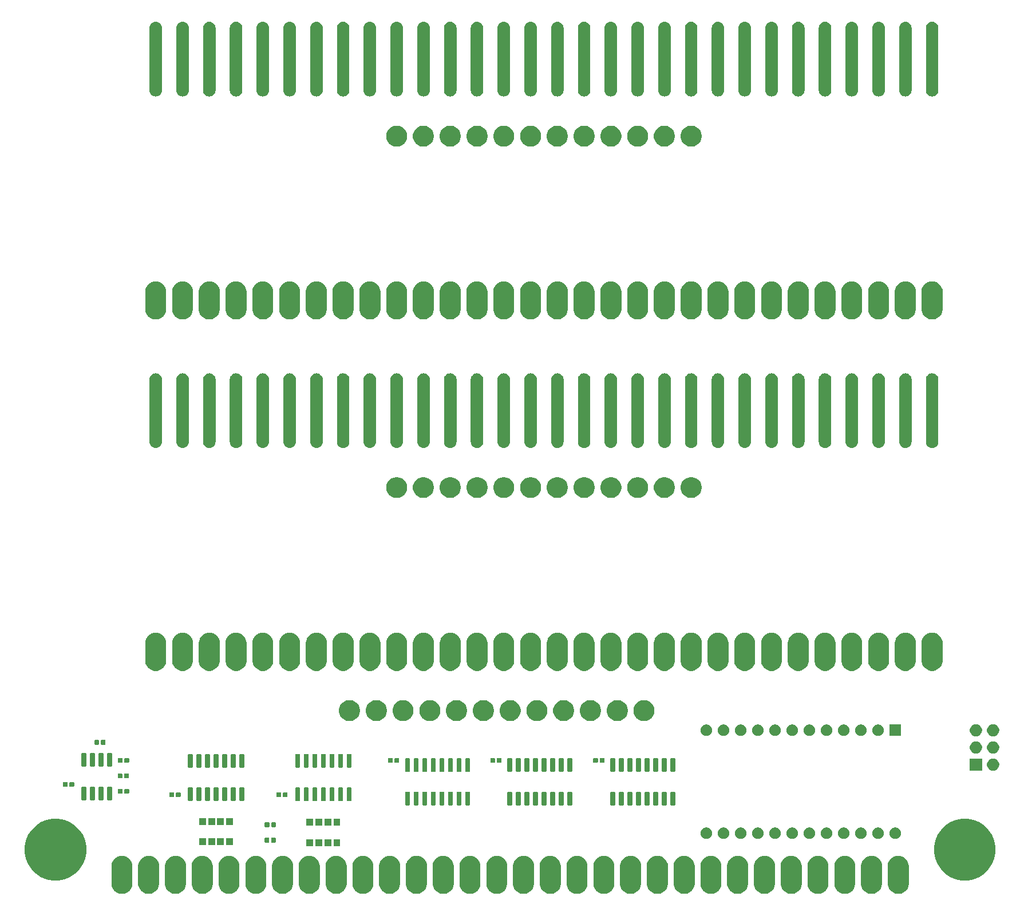
<source format=gbr>
G04 #@! TF.GenerationSoftware,KiCad,Pcbnew,(5.1.6)-1*
G04 #@! TF.CreationDate,2020-08-12T00:52:36-04:00*
G04 #@! TF.ProjectId,TH-XWhatsIt,54482d58-5768-4617-9473-49742e6b6963,0.0.3*
G04 #@! TF.SameCoordinates,Original*
G04 #@! TF.FileFunction,Soldermask,Top*
G04 #@! TF.FilePolarity,Negative*
%FSLAX46Y46*%
G04 Gerber Fmt 4.6, Leading zero omitted, Abs format (unit mm)*
G04 Created by KiCad (PCBNEW (5.1.6)-1) date 2020-08-12 00:52:36*
%MOMM*%
%LPD*%
G01*
G04 APERTURE LIST*
%ADD10C,0.100000*%
G04 APERTURE END LIST*
D10*
G36*
X160661007Y-149902638D02*
G01*
X160953339Y-149991316D01*
X161222747Y-150135318D01*
X161458887Y-150329113D01*
X161652682Y-150565252D01*
X161796684Y-150834660D01*
X161885362Y-151126992D01*
X161907800Y-151354815D01*
X161907800Y-154123741D01*
X161848204Y-154423352D01*
X161848203Y-154423354D01*
X161731301Y-154705580D01*
X161561585Y-154959578D01*
X161345578Y-155175585D01*
X161091580Y-155345301D01*
X160892014Y-155427964D01*
X160809352Y-155462204D01*
X160509741Y-155521800D01*
X160204259Y-155521800D01*
X159904648Y-155462204D01*
X159821986Y-155427964D01*
X159622420Y-155345301D01*
X159368422Y-155175585D01*
X159152415Y-154959578D01*
X158982699Y-154705580D01*
X158865797Y-154423354D01*
X158865796Y-154423352D01*
X158806200Y-154123741D01*
X158806200Y-153813291D01*
X158806201Y-153813281D01*
X158806201Y-152665241D01*
X158806200Y-151354821D01*
X158806200Y-151354816D01*
X158828638Y-151126993D01*
X158917316Y-150834661D01*
X159061318Y-150565253D01*
X159255113Y-150329113D01*
X159491252Y-150135318D01*
X159760660Y-149991316D01*
X160052992Y-149902638D01*
X160357000Y-149872697D01*
X160661007Y-149902638D01*
G37*
G36*
X101261007Y-149902638D02*
G01*
X101553339Y-149991316D01*
X101822747Y-150135318D01*
X102058887Y-150329113D01*
X102252682Y-150565252D01*
X102396684Y-150834660D01*
X102485362Y-151126992D01*
X102507800Y-151354815D01*
X102507800Y-154123741D01*
X102448204Y-154423352D01*
X102448203Y-154423354D01*
X102331301Y-154705580D01*
X102161585Y-154959578D01*
X101945578Y-155175585D01*
X101691580Y-155345301D01*
X101492014Y-155427964D01*
X101409352Y-155462204D01*
X101109741Y-155521800D01*
X100804259Y-155521800D01*
X100504648Y-155462204D01*
X100421986Y-155427964D01*
X100222420Y-155345301D01*
X99968422Y-155175585D01*
X99752415Y-154959578D01*
X99582699Y-154705580D01*
X99465797Y-154423354D01*
X99465796Y-154423352D01*
X99406200Y-154123741D01*
X99406200Y-153813291D01*
X99406201Y-153813281D01*
X99406201Y-152665241D01*
X99406200Y-151354821D01*
X99406200Y-151354816D01*
X99428638Y-151126993D01*
X99517316Y-150834661D01*
X99661318Y-150565253D01*
X99855113Y-150329113D01*
X100091252Y-150135318D01*
X100360660Y-149991316D01*
X100652992Y-149902638D01*
X100957000Y-149872697D01*
X101261007Y-149902638D01*
G37*
G36*
X45821007Y-149902638D02*
G01*
X46113339Y-149991316D01*
X46382747Y-150135318D01*
X46618887Y-150329113D01*
X46812682Y-150565252D01*
X46956684Y-150834660D01*
X47045362Y-151126992D01*
X47067800Y-151354815D01*
X47067800Y-154123741D01*
X47008204Y-154423352D01*
X47008203Y-154423354D01*
X46891301Y-154705580D01*
X46721585Y-154959578D01*
X46505578Y-155175585D01*
X46251580Y-155345301D01*
X46052014Y-155427964D01*
X45969352Y-155462204D01*
X45669741Y-155521800D01*
X45364259Y-155521800D01*
X45064648Y-155462204D01*
X44981986Y-155427964D01*
X44782420Y-155345301D01*
X44528422Y-155175585D01*
X44312415Y-154959578D01*
X44142699Y-154705580D01*
X44025797Y-154423354D01*
X44025796Y-154423352D01*
X43966200Y-154123741D01*
X43966200Y-153813291D01*
X43966201Y-153813281D01*
X43966201Y-152665241D01*
X43966200Y-151354821D01*
X43966200Y-151354816D01*
X43988638Y-151126993D01*
X44077316Y-150834661D01*
X44221318Y-150565253D01*
X44415113Y-150329113D01*
X44651252Y-150135318D01*
X44920660Y-149991316D01*
X45212992Y-149902638D01*
X45517000Y-149872697D01*
X45821007Y-149902638D01*
G37*
G36*
X49781007Y-149902638D02*
G01*
X50073339Y-149991316D01*
X50342747Y-150135318D01*
X50578887Y-150329113D01*
X50772682Y-150565252D01*
X50916684Y-150834660D01*
X51005362Y-151126992D01*
X51027800Y-151354815D01*
X51027800Y-154123741D01*
X50968204Y-154423352D01*
X50968203Y-154423354D01*
X50851301Y-154705580D01*
X50681585Y-154959578D01*
X50465578Y-155175585D01*
X50211580Y-155345301D01*
X50012014Y-155427964D01*
X49929352Y-155462204D01*
X49629741Y-155521800D01*
X49324259Y-155521800D01*
X49024648Y-155462204D01*
X48941986Y-155427964D01*
X48742420Y-155345301D01*
X48488422Y-155175585D01*
X48272415Y-154959578D01*
X48102699Y-154705580D01*
X47985797Y-154423354D01*
X47985796Y-154423352D01*
X47926200Y-154123741D01*
X47926200Y-153813291D01*
X47926201Y-153813281D01*
X47926201Y-152665241D01*
X47926200Y-151354821D01*
X47926200Y-151354816D01*
X47948638Y-151126993D01*
X48037316Y-150834661D01*
X48181318Y-150565253D01*
X48375113Y-150329113D01*
X48611252Y-150135318D01*
X48880660Y-149991316D01*
X49172992Y-149902638D01*
X49477000Y-149872697D01*
X49781007Y-149902638D01*
G37*
G36*
X53741007Y-149902638D02*
G01*
X54033339Y-149991316D01*
X54302747Y-150135318D01*
X54538887Y-150329113D01*
X54732682Y-150565252D01*
X54876684Y-150834660D01*
X54965362Y-151126992D01*
X54987800Y-151354815D01*
X54987800Y-154123741D01*
X54928204Y-154423352D01*
X54928203Y-154423354D01*
X54811301Y-154705580D01*
X54641585Y-154959578D01*
X54425578Y-155175585D01*
X54171580Y-155345301D01*
X53972014Y-155427964D01*
X53889352Y-155462204D01*
X53589741Y-155521800D01*
X53284259Y-155521800D01*
X52984648Y-155462204D01*
X52901986Y-155427964D01*
X52702420Y-155345301D01*
X52448422Y-155175585D01*
X52232415Y-154959578D01*
X52062699Y-154705580D01*
X51945797Y-154423354D01*
X51945796Y-154423352D01*
X51886200Y-154123741D01*
X51886200Y-153813291D01*
X51886201Y-153813281D01*
X51886201Y-152665241D01*
X51886200Y-151354821D01*
X51886200Y-151354816D01*
X51908638Y-151126993D01*
X51997316Y-150834661D01*
X52141318Y-150565253D01*
X52335113Y-150329113D01*
X52571252Y-150135318D01*
X52840660Y-149991316D01*
X53132992Y-149902638D01*
X53437000Y-149872697D01*
X53741007Y-149902638D01*
G37*
G36*
X57701007Y-149902638D02*
G01*
X57993339Y-149991316D01*
X58262747Y-150135318D01*
X58498887Y-150329113D01*
X58692682Y-150565252D01*
X58836684Y-150834660D01*
X58925362Y-151126992D01*
X58947800Y-151354815D01*
X58947800Y-154123741D01*
X58888204Y-154423352D01*
X58888203Y-154423354D01*
X58771301Y-154705580D01*
X58601585Y-154959578D01*
X58385578Y-155175585D01*
X58131580Y-155345301D01*
X57932014Y-155427964D01*
X57849352Y-155462204D01*
X57549741Y-155521800D01*
X57244259Y-155521800D01*
X56944648Y-155462204D01*
X56861986Y-155427964D01*
X56662420Y-155345301D01*
X56408422Y-155175585D01*
X56192415Y-154959578D01*
X56022699Y-154705580D01*
X55905797Y-154423354D01*
X55905796Y-154423352D01*
X55846200Y-154123741D01*
X55846200Y-153813291D01*
X55846201Y-153813281D01*
X55846201Y-152665241D01*
X55846200Y-151354821D01*
X55846200Y-151354816D01*
X55868638Y-151126993D01*
X55957316Y-150834661D01*
X56101318Y-150565253D01*
X56295113Y-150329113D01*
X56531252Y-150135318D01*
X56800660Y-149991316D01*
X57092992Y-149902638D01*
X57397000Y-149872697D01*
X57701007Y-149902638D01*
G37*
G36*
X61661007Y-149902638D02*
G01*
X61953339Y-149991316D01*
X62222747Y-150135318D01*
X62458887Y-150329113D01*
X62652682Y-150565252D01*
X62796684Y-150834660D01*
X62885362Y-151126992D01*
X62907800Y-151354815D01*
X62907800Y-154123741D01*
X62848204Y-154423352D01*
X62848203Y-154423354D01*
X62731301Y-154705580D01*
X62561585Y-154959578D01*
X62345578Y-155175585D01*
X62091580Y-155345301D01*
X61892014Y-155427964D01*
X61809352Y-155462204D01*
X61509741Y-155521800D01*
X61204259Y-155521800D01*
X60904648Y-155462204D01*
X60821986Y-155427964D01*
X60622420Y-155345301D01*
X60368422Y-155175585D01*
X60152415Y-154959578D01*
X59982699Y-154705580D01*
X59865797Y-154423354D01*
X59865796Y-154423352D01*
X59806200Y-154123741D01*
X59806200Y-153813291D01*
X59806201Y-153813281D01*
X59806201Y-152665241D01*
X59806200Y-151354821D01*
X59806200Y-151354816D01*
X59828638Y-151126993D01*
X59917316Y-150834661D01*
X60061318Y-150565253D01*
X60255113Y-150329113D01*
X60491252Y-150135318D01*
X60760660Y-149991316D01*
X61052992Y-149902638D01*
X61357000Y-149872697D01*
X61661007Y-149902638D01*
G37*
G36*
X65621007Y-149902638D02*
G01*
X65913339Y-149991316D01*
X66182747Y-150135318D01*
X66418887Y-150329113D01*
X66612682Y-150565252D01*
X66756684Y-150834660D01*
X66845362Y-151126992D01*
X66867800Y-151354815D01*
X66867800Y-154123741D01*
X66808204Y-154423352D01*
X66808203Y-154423354D01*
X66691301Y-154705580D01*
X66521585Y-154959578D01*
X66305578Y-155175585D01*
X66051580Y-155345301D01*
X65852014Y-155427964D01*
X65769352Y-155462204D01*
X65469741Y-155521800D01*
X65164259Y-155521800D01*
X64864648Y-155462204D01*
X64781986Y-155427964D01*
X64582420Y-155345301D01*
X64328422Y-155175585D01*
X64112415Y-154959578D01*
X63942699Y-154705580D01*
X63825797Y-154423354D01*
X63825796Y-154423352D01*
X63766200Y-154123741D01*
X63766200Y-153813291D01*
X63766201Y-153813281D01*
X63766201Y-152665241D01*
X63766200Y-151354821D01*
X63766200Y-151354816D01*
X63788638Y-151126993D01*
X63877316Y-150834661D01*
X64021318Y-150565253D01*
X64215113Y-150329113D01*
X64451252Y-150135318D01*
X64720660Y-149991316D01*
X65012992Y-149902638D01*
X65317000Y-149872697D01*
X65621007Y-149902638D01*
G37*
G36*
X69581007Y-149902638D02*
G01*
X69873339Y-149991316D01*
X70142747Y-150135318D01*
X70378887Y-150329113D01*
X70572682Y-150565252D01*
X70716684Y-150834660D01*
X70805362Y-151126992D01*
X70827800Y-151354815D01*
X70827800Y-154123741D01*
X70768204Y-154423352D01*
X70768203Y-154423354D01*
X70651301Y-154705580D01*
X70481585Y-154959578D01*
X70265578Y-155175585D01*
X70011580Y-155345301D01*
X69812014Y-155427964D01*
X69729352Y-155462204D01*
X69429741Y-155521800D01*
X69124259Y-155521800D01*
X68824648Y-155462204D01*
X68741986Y-155427964D01*
X68542420Y-155345301D01*
X68288422Y-155175585D01*
X68072415Y-154959578D01*
X67902699Y-154705580D01*
X67785797Y-154423354D01*
X67785796Y-154423352D01*
X67726200Y-154123741D01*
X67726200Y-153813291D01*
X67726201Y-153813281D01*
X67726201Y-152665241D01*
X67726200Y-151354821D01*
X67726200Y-151354816D01*
X67748638Y-151126993D01*
X67837316Y-150834661D01*
X67981318Y-150565253D01*
X68175113Y-150329113D01*
X68411252Y-150135318D01*
X68680660Y-149991316D01*
X68972992Y-149902638D01*
X69277000Y-149872697D01*
X69581007Y-149902638D01*
G37*
G36*
X73541007Y-149902638D02*
G01*
X73833339Y-149991316D01*
X74102747Y-150135318D01*
X74338887Y-150329113D01*
X74532682Y-150565252D01*
X74676684Y-150834660D01*
X74765362Y-151126992D01*
X74787800Y-151354815D01*
X74787800Y-154123741D01*
X74728204Y-154423352D01*
X74728203Y-154423354D01*
X74611301Y-154705580D01*
X74441585Y-154959578D01*
X74225578Y-155175585D01*
X73971580Y-155345301D01*
X73772014Y-155427964D01*
X73689352Y-155462204D01*
X73389741Y-155521800D01*
X73084259Y-155521800D01*
X72784648Y-155462204D01*
X72701986Y-155427964D01*
X72502420Y-155345301D01*
X72248422Y-155175585D01*
X72032415Y-154959578D01*
X71862699Y-154705580D01*
X71745797Y-154423354D01*
X71745796Y-154423352D01*
X71686200Y-154123741D01*
X71686200Y-153813291D01*
X71686201Y-153813281D01*
X71686201Y-152665241D01*
X71686200Y-151354821D01*
X71686200Y-151354816D01*
X71708638Y-151126993D01*
X71797316Y-150834661D01*
X71941318Y-150565253D01*
X72135113Y-150329113D01*
X72371252Y-150135318D01*
X72640660Y-149991316D01*
X72932992Y-149902638D01*
X73237000Y-149872697D01*
X73541007Y-149902638D01*
G37*
G36*
X77501007Y-149902638D02*
G01*
X77793339Y-149991316D01*
X78062747Y-150135318D01*
X78298887Y-150329113D01*
X78492682Y-150565252D01*
X78636684Y-150834660D01*
X78725362Y-151126992D01*
X78747800Y-151354815D01*
X78747800Y-154123741D01*
X78688204Y-154423352D01*
X78688203Y-154423354D01*
X78571301Y-154705580D01*
X78401585Y-154959578D01*
X78185578Y-155175585D01*
X77931580Y-155345301D01*
X77732014Y-155427964D01*
X77649352Y-155462204D01*
X77349741Y-155521800D01*
X77044259Y-155521800D01*
X76744648Y-155462204D01*
X76661986Y-155427964D01*
X76462420Y-155345301D01*
X76208422Y-155175585D01*
X75992415Y-154959578D01*
X75822699Y-154705580D01*
X75705797Y-154423354D01*
X75705796Y-154423352D01*
X75646200Y-154123741D01*
X75646200Y-153813291D01*
X75646201Y-153813281D01*
X75646201Y-152665241D01*
X75646200Y-151354821D01*
X75646200Y-151354816D01*
X75668638Y-151126993D01*
X75757316Y-150834661D01*
X75901318Y-150565253D01*
X76095113Y-150329113D01*
X76331252Y-150135318D01*
X76600660Y-149991316D01*
X76892992Y-149902638D01*
X77197000Y-149872697D01*
X77501007Y-149902638D01*
G37*
G36*
X81461007Y-149902638D02*
G01*
X81753339Y-149991316D01*
X82022747Y-150135318D01*
X82258887Y-150329113D01*
X82452682Y-150565252D01*
X82596684Y-150834660D01*
X82685362Y-151126992D01*
X82707800Y-151354815D01*
X82707800Y-154123741D01*
X82648204Y-154423352D01*
X82648203Y-154423354D01*
X82531301Y-154705580D01*
X82361585Y-154959578D01*
X82145578Y-155175585D01*
X81891580Y-155345301D01*
X81692014Y-155427964D01*
X81609352Y-155462204D01*
X81309741Y-155521800D01*
X81004259Y-155521800D01*
X80704648Y-155462204D01*
X80621986Y-155427964D01*
X80422420Y-155345301D01*
X80168422Y-155175585D01*
X79952415Y-154959578D01*
X79782699Y-154705580D01*
X79665797Y-154423354D01*
X79665796Y-154423352D01*
X79606200Y-154123741D01*
X79606200Y-153813291D01*
X79606201Y-153813281D01*
X79606201Y-152665241D01*
X79606200Y-151354821D01*
X79606200Y-151354816D01*
X79628638Y-151126993D01*
X79717316Y-150834661D01*
X79861318Y-150565253D01*
X80055113Y-150329113D01*
X80291252Y-150135318D01*
X80560660Y-149991316D01*
X80852992Y-149902638D01*
X81157000Y-149872697D01*
X81461007Y-149902638D01*
G37*
G36*
X85421007Y-149902638D02*
G01*
X85713339Y-149991316D01*
X85982747Y-150135318D01*
X86218887Y-150329113D01*
X86412682Y-150565252D01*
X86556684Y-150834660D01*
X86645362Y-151126992D01*
X86667800Y-151354815D01*
X86667800Y-154123741D01*
X86608204Y-154423352D01*
X86608203Y-154423354D01*
X86491301Y-154705580D01*
X86321585Y-154959578D01*
X86105578Y-155175585D01*
X85851580Y-155345301D01*
X85652014Y-155427964D01*
X85569352Y-155462204D01*
X85269741Y-155521800D01*
X84964259Y-155521800D01*
X84664648Y-155462204D01*
X84581986Y-155427964D01*
X84382420Y-155345301D01*
X84128422Y-155175585D01*
X83912415Y-154959578D01*
X83742699Y-154705580D01*
X83625797Y-154423354D01*
X83625796Y-154423352D01*
X83566200Y-154123741D01*
X83566200Y-153813291D01*
X83566201Y-153813281D01*
X83566201Y-152665241D01*
X83566200Y-151354821D01*
X83566200Y-151354816D01*
X83588638Y-151126993D01*
X83677316Y-150834661D01*
X83821318Y-150565253D01*
X84015113Y-150329113D01*
X84251252Y-150135318D01*
X84520660Y-149991316D01*
X84812992Y-149902638D01*
X85117000Y-149872697D01*
X85421007Y-149902638D01*
G37*
G36*
X89381007Y-149902638D02*
G01*
X89673339Y-149991316D01*
X89942747Y-150135318D01*
X90178887Y-150329113D01*
X90372682Y-150565252D01*
X90516684Y-150834660D01*
X90605362Y-151126992D01*
X90627800Y-151354815D01*
X90627800Y-154123741D01*
X90568204Y-154423352D01*
X90568203Y-154423354D01*
X90451301Y-154705580D01*
X90281585Y-154959578D01*
X90065578Y-155175585D01*
X89811580Y-155345301D01*
X89612014Y-155427964D01*
X89529352Y-155462204D01*
X89229741Y-155521800D01*
X88924259Y-155521800D01*
X88624648Y-155462204D01*
X88541986Y-155427964D01*
X88342420Y-155345301D01*
X88088422Y-155175585D01*
X87872415Y-154959578D01*
X87702699Y-154705580D01*
X87585797Y-154423354D01*
X87585796Y-154423352D01*
X87526200Y-154123741D01*
X87526200Y-153813291D01*
X87526201Y-153813281D01*
X87526201Y-152665241D01*
X87526200Y-151354821D01*
X87526200Y-151354816D01*
X87548638Y-151126993D01*
X87637316Y-150834661D01*
X87781318Y-150565253D01*
X87975113Y-150329113D01*
X88211252Y-150135318D01*
X88480660Y-149991316D01*
X88772992Y-149902638D01*
X89077000Y-149872697D01*
X89381007Y-149902638D01*
G37*
G36*
X93341007Y-149902638D02*
G01*
X93633339Y-149991316D01*
X93902747Y-150135318D01*
X94138887Y-150329113D01*
X94332682Y-150565252D01*
X94476684Y-150834660D01*
X94565362Y-151126992D01*
X94587800Y-151354815D01*
X94587800Y-154123741D01*
X94528204Y-154423352D01*
X94528203Y-154423354D01*
X94411301Y-154705580D01*
X94241585Y-154959578D01*
X94025578Y-155175585D01*
X93771580Y-155345301D01*
X93572014Y-155427964D01*
X93489352Y-155462204D01*
X93189741Y-155521800D01*
X92884259Y-155521800D01*
X92584648Y-155462204D01*
X92501986Y-155427964D01*
X92302420Y-155345301D01*
X92048422Y-155175585D01*
X91832415Y-154959578D01*
X91662699Y-154705580D01*
X91545797Y-154423354D01*
X91545796Y-154423352D01*
X91486200Y-154123741D01*
X91486200Y-153813291D01*
X91486201Y-153813281D01*
X91486201Y-152665241D01*
X91486200Y-151354821D01*
X91486200Y-151354816D01*
X91508638Y-151126993D01*
X91597316Y-150834661D01*
X91741318Y-150565253D01*
X91935113Y-150329113D01*
X92171252Y-150135318D01*
X92440660Y-149991316D01*
X92732992Y-149902638D01*
X93037000Y-149872697D01*
X93341007Y-149902638D01*
G37*
G36*
X97301007Y-149902638D02*
G01*
X97593339Y-149991316D01*
X97862747Y-150135318D01*
X98098887Y-150329113D01*
X98292682Y-150565252D01*
X98436684Y-150834660D01*
X98525362Y-151126992D01*
X98547800Y-151354815D01*
X98547800Y-154123741D01*
X98488204Y-154423352D01*
X98488203Y-154423354D01*
X98371301Y-154705580D01*
X98201585Y-154959578D01*
X97985578Y-155175585D01*
X97731580Y-155345301D01*
X97532014Y-155427964D01*
X97449352Y-155462204D01*
X97149741Y-155521800D01*
X96844259Y-155521800D01*
X96544648Y-155462204D01*
X96461986Y-155427964D01*
X96262420Y-155345301D01*
X96008422Y-155175585D01*
X95792415Y-154959578D01*
X95622699Y-154705580D01*
X95505797Y-154423354D01*
X95505796Y-154423352D01*
X95446200Y-154123741D01*
X95446200Y-153813291D01*
X95446201Y-153813281D01*
X95446201Y-152665241D01*
X95446200Y-151354821D01*
X95446200Y-151354816D01*
X95468638Y-151126993D01*
X95557316Y-150834661D01*
X95701318Y-150565253D01*
X95895113Y-150329113D01*
X96131252Y-150135318D01*
X96400660Y-149991316D01*
X96692992Y-149902638D01*
X96997000Y-149872697D01*
X97301007Y-149902638D01*
G37*
G36*
X109181007Y-149902638D02*
G01*
X109473339Y-149991316D01*
X109742747Y-150135318D01*
X109978887Y-150329113D01*
X110172682Y-150565252D01*
X110316684Y-150834660D01*
X110405362Y-151126992D01*
X110427800Y-151354815D01*
X110427800Y-154123741D01*
X110368204Y-154423352D01*
X110368203Y-154423354D01*
X110251301Y-154705580D01*
X110081585Y-154959578D01*
X109865578Y-155175585D01*
X109611580Y-155345301D01*
X109412014Y-155427964D01*
X109329352Y-155462204D01*
X109029741Y-155521800D01*
X108724259Y-155521800D01*
X108424648Y-155462204D01*
X108341986Y-155427964D01*
X108142420Y-155345301D01*
X107888422Y-155175585D01*
X107672415Y-154959578D01*
X107502699Y-154705580D01*
X107385797Y-154423354D01*
X107385796Y-154423352D01*
X107326200Y-154123741D01*
X107326200Y-153813291D01*
X107326201Y-153813281D01*
X107326201Y-152665241D01*
X107326200Y-151354821D01*
X107326200Y-151354816D01*
X107348638Y-151126993D01*
X107437316Y-150834661D01*
X107581318Y-150565253D01*
X107775113Y-150329113D01*
X108011252Y-150135318D01*
X108280660Y-149991316D01*
X108572992Y-149902638D01*
X108877000Y-149872697D01*
X109181007Y-149902638D01*
G37*
G36*
X105221007Y-149902638D02*
G01*
X105513339Y-149991316D01*
X105782747Y-150135318D01*
X106018887Y-150329113D01*
X106212682Y-150565252D01*
X106356684Y-150834660D01*
X106445362Y-151126992D01*
X106467800Y-151354815D01*
X106467800Y-154123741D01*
X106408204Y-154423352D01*
X106408203Y-154423354D01*
X106291301Y-154705580D01*
X106121585Y-154959578D01*
X105905578Y-155175585D01*
X105651580Y-155345301D01*
X105452014Y-155427964D01*
X105369352Y-155462204D01*
X105069741Y-155521800D01*
X104764259Y-155521800D01*
X104464648Y-155462204D01*
X104381986Y-155427964D01*
X104182420Y-155345301D01*
X103928422Y-155175585D01*
X103712415Y-154959578D01*
X103542699Y-154705580D01*
X103425797Y-154423354D01*
X103425796Y-154423352D01*
X103366200Y-154123741D01*
X103366200Y-153813291D01*
X103366201Y-153813281D01*
X103366201Y-152665241D01*
X103366200Y-151354821D01*
X103366200Y-151354816D01*
X103388638Y-151126993D01*
X103477316Y-150834661D01*
X103621318Y-150565253D01*
X103815113Y-150329113D01*
X104051252Y-150135318D01*
X104320660Y-149991316D01*
X104612992Y-149902638D01*
X104917000Y-149872697D01*
X105221007Y-149902638D01*
G37*
G36*
X156701007Y-149902638D02*
G01*
X156993339Y-149991316D01*
X157262747Y-150135318D01*
X157498887Y-150329113D01*
X157692682Y-150565252D01*
X157836684Y-150834660D01*
X157925362Y-151126992D01*
X157947800Y-151354815D01*
X157947800Y-154123741D01*
X157888204Y-154423352D01*
X157888203Y-154423354D01*
X157771301Y-154705580D01*
X157601585Y-154959578D01*
X157385578Y-155175585D01*
X157131580Y-155345301D01*
X156932014Y-155427964D01*
X156849352Y-155462204D01*
X156549741Y-155521800D01*
X156244259Y-155521800D01*
X155944648Y-155462204D01*
X155861986Y-155427964D01*
X155662420Y-155345301D01*
X155408422Y-155175585D01*
X155192415Y-154959578D01*
X155022699Y-154705580D01*
X154905797Y-154423354D01*
X154905796Y-154423352D01*
X154846200Y-154123741D01*
X154846200Y-153813291D01*
X154846201Y-153813281D01*
X154846201Y-152665241D01*
X154846200Y-151354821D01*
X154846200Y-151354816D01*
X154868638Y-151126993D01*
X154957316Y-150834661D01*
X155101318Y-150565253D01*
X155295113Y-150329113D01*
X155531252Y-150135318D01*
X155800660Y-149991316D01*
X156092992Y-149902638D01*
X156397000Y-149872697D01*
X156701007Y-149902638D01*
G37*
G36*
X152741007Y-149902638D02*
G01*
X153033339Y-149991316D01*
X153302747Y-150135318D01*
X153538887Y-150329113D01*
X153732682Y-150565252D01*
X153876684Y-150834660D01*
X153965362Y-151126992D01*
X153987800Y-151354815D01*
X153987800Y-154123741D01*
X153928204Y-154423352D01*
X153928203Y-154423354D01*
X153811301Y-154705580D01*
X153641585Y-154959578D01*
X153425578Y-155175585D01*
X153171580Y-155345301D01*
X152972014Y-155427964D01*
X152889352Y-155462204D01*
X152589741Y-155521800D01*
X152284259Y-155521800D01*
X151984648Y-155462204D01*
X151901986Y-155427964D01*
X151702420Y-155345301D01*
X151448422Y-155175585D01*
X151232415Y-154959578D01*
X151062699Y-154705580D01*
X150945797Y-154423354D01*
X150945796Y-154423352D01*
X150886200Y-154123741D01*
X150886200Y-153813291D01*
X150886201Y-153813281D01*
X150886201Y-152665241D01*
X150886200Y-151354821D01*
X150886200Y-151354816D01*
X150908638Y-151126993D01*
X150997316Y-150834661D01*
X151141318Y-150565253D01*
X151335113Y-150329113D01*
X151571252Y-150135318D01*
X151840660Y-149991316D01*
X152132992Y-149902638D01*
X152437000Y-149872697D01*
X152741007Y-149902638D01*
G37*
G36*
X148781007Y-149902638D02*
G01*
X149073339Y-149991316D01*
X149342747Y-150135318D01*
X149578887Y-150329113D01*
X149772682Y-150565252D01*
X149916684Y-150834660D01*
X150005362Y-151126992D01*
X150027800Y-151354815D01*
X150027800Y-154123741D01*
X149968204Y-154423352D01*
X149968203Y-154423354D01*
X149851301Y-154705580D01*
X149681585Y-154959578D01*
X149465578Y-155175585D01*
X149211580Y-155345301D01*
X149012014Y-155427964D01*
X148929352Y-155462204D01*
X148629741Y-155521800D01*
X148324259Y-155521800D01*
X148024648Y-155462204D01*
X147941986Y-155427964D01*
X147742420Y-155345301D01*
X147488422Y-155175585D01*
X147272415Y-154959578D01*
X147102699Y-154705580D01*
X146985797Y-154423354D01*
X146985796Y-154423352D01*
X146926200Y-154123741D01*
X146926200Y-153813291D01*
X146926201Y-153813281D01*
X146926201Y-152665241D01*
X146926200Y-151354821D01*
X146926200Y-151354816D01*
X146948638Y-151126993D01*
X147037316Y-150834661D01*
X147181318Y-150565253D01*
X147375113Y-150329113D01*
X147611252Y-150135318D01*
X147880660Y-149991316D01*
X148172992Y-149902638D01*
X148477000Y-149872697D01*
X148781007Y-149902638D01*
G37*
G36*
X144821007Y-149902638D02*
G01*
X145113339Y-149991316D01*
X145382747Y-150135318D01*
X145618887Y-150329113D01*
X145812682Y-150565252D01*
X145956684Y-150834660D01*
X146045362Y-151126992D01*
X146067800Y-151354815D01*
X146067800Y-154123741D01*
X146008204Y-154423352D01*
X146008203Y-154423354D01*
X145891301Y-154705580D01*
X145721585Y-154959578D01*
X145505578Y-155175585D01*
X145251580Y-155345301D01*
X145052014Y-155427964D01*
X144969352Y-155462204D01*
X144669741Y-155521800D01*
X144364259Y-155521800D01*
X144064648Y-155462204D01*
X143981986Y-155427964D01*
X143782420Y-155345301D01*
X143528422Y-155175585D01*
X143312415Y-154959578D01*
X143142699Y-154705580D01*
X143025797Y-154423354D01*
X143025796Y-154423352D01*
X142966200Y-154123741D01*
X142966200Y-153813291D01*
X142966201Y-153813281D01*
X142966201Y-152665241D01*
X142966200Y-151354821D01*
X142966200Y-151354816D01*
X142988638Y-151126993D01*
X143077316Y-150834661D01*
X143221318Y-150565253D01*
X143415113Y-150329113D01*
X143651252Y-150135318D01*
X143920660Y-149991316D01*
X144212992Y-149902638D01*
X144517000Y-149872697D01*
X144821007Y-149902638D01*
G37*
G36*
X140861007Y-149902638D02*
G01*
X141153339Y-149991316D01*
X141422747Y-150135318D01*
X141658887Y-150329113D01*
X141852682Y-150565252D01*
X141996684Y-150834660D01*
X142085362Y-151126992D01*
X142107800Y-151354815D01*
X142107800Y-154123741D01*
X142048204Y-154423352D01*
X142048203Y-154423354D01*
X141931301Y-154705580D01*
X141761585Y-154959578D01*
X141545578Y-155175585D01*
X141291580Y-155345301D01*
X141092014Y-155427964D01*
X141009352Y-155462204D01*
X140709741Y-155521800D01*
X140404259Y-155521800D01*
X140104648Y-155462204D01*
X140021986Y-155427964D01*
X139822420Y-155345301D01*
X139568422Y-155175585D01*
X139352415Y-154959578D01*
X139182699Y-154705580D01*
X139065797Y-154423354D01*
X139065796Y-154423352D01*
X139006200Y-154123741D01*
X139006200Y-153813291D01*
X139006201Y-153813281D01*
X139006201Y-152665241D01*
X139006200Y-151354821D01*
X139006200Y-151354816D01*
X139028638Y-151126993D01*
X139117316Y-150834661D01*
X139261318Y-150565253D01*
X139455113Y-150329113D01*
X139691252Y-150135318D01*
X139960660Y-149991316D01*
X140252992Y-149902638D01*
X140557000Y-149872697D01*
X140861007Y-149902638D01*
G37*
G36*
X136901007Y-149902638D02*
G01*
X137193339Y-149991316D01*
X137462747Y-150135318D01*
X137698887Y-150329113D01*
X137892682Y-150565252D01*
X138036684Y-150834660D01*
X138125362Y-151126992D01*
X138147800Y-151354815D01*
X138147800Y-154123741D01*
X138088204Y-154423352D01*
X138088203Y-154423354D01*
X137971301Y-154705580D01*
X137801585Y-154959578D01*
X137585578Y-155175585D01*
X137331580Y-155345301D01*
X137132014Y-155427964D01*
X137049352Y-155462204D01*
X136749741Y-155521800D01*
X136444259Y-155521800D01*
X136144648Y-155462204D01*
X136061986Y-155427964D01*
X135862420Y-155345301D01*
X135608422Y-155175585D01*
X135392415Y-154959578D01*
X135222699Y-154705580D01*
X135105797Y-154423354D01*
X135105796Y-154423352D01*
X135046200Y-154123741D01*
X135046200Y-153813291D01*
X135046201Y-153813281D01*
X135046201Y-152665241D01*
X135046200Y-151354821D01*
X135046200Y-151354816D01*
X135068638Y-151126993D01*
X135157316Y-150834661D01*
X135301318Y-150565253D01*
X135495113Y-150329113D01*
X135731252Y-150135318D01*
X136000660Y-149991316D01*
X136292992Y-149902638D01*
X136597000Y-149872697D01*
X136901007Y-149902638D01*
G37*
G36*
X128981007Y-149902638D02*
G01*
X129273339Y-149991316D01*
X129542747Y-150135318D01*
X129778887Y-150329113D01*
X129972682Y-150565252D01*
X130116684Y-150834660D01*
X130205362Y-151126992D01*
X130227800Y-151354815D01*
X130227800Y-154123741D01*
X130168204Y-154423352D01*
X130168203Y-154423354D01*
X130051301Y-154705580D01*
X129881585Y-154959578D01*
X129665578Y-155175585D01*
X129411580Y-155345301D01*
X129212014Y-155427964D01*
X129129352Y-155462204D01*
X128829741Y-155521800D01*
X128524259Y-155521800D01*
X128224648Y-155462204D01*
X128141986Y-155427964D01*
X127942420Y-155345301D01*
X127688422Y-155175585D01*
X127472415Y-154959578D01*
X127302699Y-154705580D01*
X127185797Y-154423354D01*
X127185796Y-154423352D01*
X127126200Y-154123741D01*
X127126200Y-153813291D01*
X127126201Y-153813281D01*
X127126201Y-152665241D01*
X127126200Y-151354821D01*
X127126200Y-151354816D01*
X127148638Y-151126993D01*
X127237316Y-150834661D01*
X127381318Y-150565253D01*
X127575113Y-150329113D01*
X127811252Y-150135318D01*
X128080660Y-149991316D01*
X128372992Y-149902638D01*
X128677000Y-149872697D01*
X128981007Y-149902638D01*
G37*
G36*
X125021007Y-149902638D02*
G01*
X125313339Y-149991316D01*
X125582747Y-150135318D01*
X125818887Y-150329113D01*
X126012682Y-150565252D01*
X126156684Y-150834660D01*
X126245362Y-151126992D01*
X126267800Y-151354815D01*
X126267800Y-154123741D01*
X126208204Y-154423352D01*
X126208203Y-154423354D01*
X126091301Y-154705580D01*
X125921585Y-154959578D01*
X125705578Y-155175585D01*
X125451580Y-155345301D01*
X125252014Y-155427964D01*
X125169352Y-155462204D01*
X124869741Y-155521800D01*
X124564259Y-155521800D01*
X124264648Y-155462204D01*
X124181986Y-155427964D01*
X123982420Y-155345301D01*
X123728422Y-155175585D01*
X123512415Y-154959578D01*
X123342699Y-154705580D01*
X123225797Y-154423354D01*
X123225796Y-154423352D01*
X123166200Y-154123741D01*
X123166200Y-153813291D01*
X123166201Y-153813281D01*
X123166201Y-152665241D01*
X123166200Y-151354821D01*
X123166200Y-151354816D01*
X123188638Y-151126993D01*
X123277316Y-150834661D01*
X123421318Y-150565253D01*
X123615113Y-150329113D01*
X123851252Y-150135318D01*
X124120660Y-149991316D01*
X124412992Y-149902638D01*
X124717000Y-149872697D01*
X125021007Y-149902638D01*
G37*
G36*
X121061007Y-149902638D02*
G01*
X121353339Y-149991316D01*
X121622747Y-150135318D01*
X121858887Y-150329113D01*
X122052682Y-150565252D01*
X122196684Y-150834660D01*
X122285362Y-151126992D01*
X122307800Y-151354815D01*
X122307800Y-154123741D01*
X122248204Y-154423352D01*
X122248203Y-154423354D01*
X122131301Y-154705580D01*
X121961585Y-154959578D01*
X121745578Y-155175585D01*
X121491580Y-155345301D01*
X121292014Y-155427964D01*
X121209352Y-155462204D01*
X120909741Y-155521800D01*
X120604259Y-155521800D01*
X120304648Y-155462204D01*
X120221986Y-155427964D01*
X120022420Y-155345301D01*
X119768422Y-155175585D01*
X119552415Y-154959578D01*
X119382699Y-154705580D01*
X119265797Y-154423354D01*
X119265796Y-154423352D01*
X119206200Y-154123741D01*
X119206200Y-153813291D01*
X119206201Y-153813281D01*
X119206201Y-152665241D01*
X119206200Y-151354821D01*
X119206200Y-151354816D01*
X119228638Y-151126993D01*
X119317316Y-150834661D01*
X119461318Y-150565253D01*
X119655113Y-150329113D01*
X119891252Y-150135318D01*
X120160660Y-149991316D01*
X120452992Y-149902638D01*
X120757000Y-149872697D01*
X121061007Y-149902638D01*
G37*
G36*
X117101007Y-149902638D02*
G01*
X117393339Y-149991316D01*
X117662747Y-150135318D01*
X117898887Y-150329113D01*
X118092682Y-150565252D01*
X118236684Y-150834660D01*
X118325362Y-151126992D01*
X118347800Y-151354815D01*
X118347800Y-154123741D01*
X118288204Y-154423352D01*
X118288203Y-154423354D01*
X118171301Y-154705580D01*
X118001585Y-154959578D01*
X117785578Y-155175585D01*
X117531580Y-155345301D01*
X117332014Y-155427964D01*
X117249352Y-155462204D01*
X116949741Y-155521800D01*
X116644259Y-155521800D01*
X116344648Y-155462204D01*
X116261986Y-155427964D01*
X116062420Y-155345301D01*
X115808422Y-155175585D01*
X115592415Y-154959578D01*
X115422699Y-154705580D01*
X115305797Y-154423354D01*
X115305796Y-154423352D01*
X115246200Y-154123741D01*
X115246200Y-153813291D01*
X115246201Y-153813281D01*
X115246201Y-152665241D01*
X115246200Y-151354821D01*
X115246200Y-151354816D01*
X115268638Y-151126993D01*
X115357316Y-150834661D01*
X115501318Y-150565253D01*
X115695113Y-150329113D01*
X115931252Y-150135318D01*
X116200660Y-149991316D01*
X116492992Y-149902638D01*
X116797000Y-149872697D01*
X117101007Y-149902638D01*
G37*
G36*
X113141007Y-149902638D02*
G01*
X113433339Y-149991316D01*
X113702747Y-150135318D01*
X113938887Y-150329113D01*
X114132682Y-150565252D01*
X114276684Y-150834660D01*
X114365362Y-151126992D01*
X114387800Y-151354815D01*
X114387800Y-154123741D01*
X114328204Y-154423352D01*
X114328203Y-154423354D01*
X114211301Y-154705580D01*
X114041585Y-154959578D01*
X113825578Y-155175585D01*
X113571580Y-155345301D01*
X113372014Y-155427964D01*
X113289352Y-155462204D01*
X112989741Y-155521800D01*
X112684259Y-155521800D01*
X112384648Y-155462204D01*
X112301986Y-155427964D01*
X112102420Y-155345301D01*
X111848422Y-155175585D01*
X111632415Y-154959578D01*
X111462699Y-154705580D01*
X111345797Y-154423354D01*
X111345796Y-154423352D01*
X111286200Y-154123741D01*
X111286200Y-153813291D01*
X111286201Y-153813281D01*
X111286201Y-152665241D01*
X111286200Y-151354821D01*
X111286200Y-151354816D01*
X111308638Y-151126993D01*
X111397316Y-150834661D01*
X111541318Y-150565253D01*
X111735113Y-150329113D01*
X111971252Y-150135318D01*
X112240660Y-149991316D01*
X112532992Y-149902638D01*
X112837000Y-149872697D01*
X113141007Y-149902638D01*
G37*
G36*
X132941007Y-149902638D02*
G01*
X133233339Y-149991316D01*
X133502747Y-150135318D01*
X133738887Y-150329113D01*
X133932682Y-150565252D01*
X134076684Y-150834660D01*
X134165362Y-151126992D01*
X134187800Y-151354815D01*
X134187800Y-154123741D01*
X134128204Y-154423352D01*
X134128203Y-154423354D01*
X134011301Y-154705580D01*
X133841585Y-154959578D01*
X133625578Y-155175585D01*
X133371580Y-155345301D01*
X133172014Y-155427964D01*
X133089352Y-155462204D01*
X132789741Y-155521800D01*
X132484259Y-155521800D01*
X132184648Y-155462204D01*
X132101986Y-155427964D01*
X131902420Y-155345301D01*
X131648422Y-155175585D01*
X131432415Y-154959578D01*
X131262699Y-154705580D01*
X131145797Y-154423354D01*
X131145796Y-154423352D01*
X131086200Y-154123741D01*
X131086200Y-153813291D01*
X131086201Y-153813281D01*
X131086201Y-152665241D01*
X131086200Y-151354821D01*
X131086200Y-151354816D01*
X131108638Y-151126993D01*
X131197316Y-150834661D01*
X131341318Y-150565253D01*
X131535113Y-150329113D01*
X131771252Y-150135318D01*
X132040660Y-149991316D01*
X132332992Y-149902638D01*
X132637000Y-149872697D01*
X132941007Y-149902638D01*
G37*
G36*
X171074817Y-144507643D02*
G01*
X171514421Y-144595085D01*
X172342613Y-144938133D01*
X173087966Y-145436162D01*
X173721838Y-146070034D01*
X174219867Y-146815387D01*
X174562915Y-147643579D01*
X174737800Y-148522787D01*
X174737800Y-149419213D01*
X174562915Y-150298421D01*
X174219867Y-151126613D01*
X173721838Y-151871966D01*
X173087966Y-152505838D01*
X172342613Y-153003867D01*
X171514421Y-153346915D01*
X171074817Y-153434358D01*
X170635215Y-153521800D01*
X169738785Y-153521800D01*
X169299183Y-153434358D01*
X168859579Y-153346915D01*
X168031387Y-153003867D01*
X167286034Y-152505838D01*
X166652162Y-151871966D01*
X166154133Y-151126613D01*
X165811085Y-150298421D01*
X165636200Y-149419213D01*
X165636200Y-148522787D01*
X165811085Y-147643579D01*
X166154133Y-146815387D01*
X166652162Y-146070034D01*
X167286034Y-145436162D01*
X168031387Y-144938133D01*
X168859579Y-144595085D01*
X169299183Y-144507643D01*
X169738785Y-144420200D01*
X170635215Y-144420200D01*
X171074817Y-144507643D01*
G37*
G36*
X36574817Y-144507643D02*
G01*
X37014421Y-144595085D01*
X37842613Y-144938133D01*
X38587966Y-145436162D01*
X39221838Y-146070034D01*
X39719867Y-146815387D01*
X40062915Y-147643579D01*
X40237800Y-148522787D01*
X40237800Y-149419213D01*
X40062915Y-150298421D01*
X39719867Y-151126613D01*
X39221838Y-151871966D01*
X38587966Y-152505838D01*
X37842613Y-153003867D01*
X37014421Y-153346915D01*
X36574817Y-153434358D01*
X36135215Y-153521800D01*
X35238785Y-153521800D01*
X34799183Y-153434358D01*
X34359579Y-153346915D01*
X33531387Y-153003867D01*
X32786034Y-152505838D01*
X32152162Y-151871966D01*
X31654133Y-151126613D01*
X31311085Y-150298421D01*
X31136200Y-149419213D01*
X31136200Y-148522787D01*
X31311085Y-147643579D01*
X31654133Y-146815387D01*
X32152162Y-146070034D01*
X32786034Y-145436162D01*
X33531387Y-144938133D01*
X34359579Y-144595085D01*
X34799183Y-144507643D01*
X35238785Y-144420200D01*
X36135215Y-144420200D01*
X36574817Y-144507643D01*
G37*
G36*
X76471800Y-148431800D02*
G01*
X75470200Y-148431800D01*
X75470200Y-147430200D01*
X76471800Y-147430200D01*
X76471800Y-148431800D01*
G37*
G36*
X75151800Y-148431800D02*
G01*
X74150200Y-148431800D01*
X74150200Y-147430200D01*
X75151800Y-147430200D01*
X75151800Y-148431800D01*
G37*
G36*
X77811800Y-148431800D02*
G01*
X76810200Y-148431800D01*
X76810200Y-147430200D01*
X77811800Y-147430200D01*
X77811800Y-148431800D01*
G37*
G36*
X73811800Y-148431800D02*
G01*
X72810200Y-148431800D01*
X72810200Y-147430200D01*
X73811800Y-147430200D01*
X73811800Y-148431800D01*
G37*
G36*
X61936800Y-148304800D02*
G01*
X60935200Y-148304800D01*
X60935200Y-147303200D01*
X61936800Y-147303200D01*
X61936800Y-148304800D01*
G37*
G36*
X60596800Y-148304800D02*
G01*
X59595200Y-148304800D01*
X59595200Y-147303200D01*
X60596800Y-147303200D01*
X60596800Y-148304800D01*
G37*
G36*
X59276800Y-148304800D02*
G01*
X58275200Y-148304800D01*
X58275200Y-147303200D01*
X59276800Y-147303200D01*
X59276800Y-148304800D01*
G37*
G36*
X57936800Y-148304800D02*
G01*
X56935200Y-148304800D01*
X56935200Y-147303200D01*
X57936800Y-147303200D01*
X57936800Y-148304800D01*
G37*
G36*
X68148911Y-147206277D02*
G01*
X68176558Y-147214664D01*
X68202042Y-147228285D01*
X68224382Y-147246618D01*
X68242715Y-147268958D01*
X68256336Y-147294442D01*
X68264723Y-147322089D01*
X68267800Y-147353332D01*
X68267800Y-147794668D01*
X68264723Y-147825911D01*
X68256336Y-147853558D01*
X68242715Y-147879042D01*
X68224382Y-147901382D01*
X68202042Y-147919715D01*
X68176558Y-147933336D01*
X68148911Y-147941723D01*
X68117668Y-147944800D01*
X67726332Y-147944800D01*
X67695089Y-147941723D01*
X67667442Y-147933336D01*
X67641958Y-147919715D01*
X67619618Y-147901382D01*
X67601285Y-147879042D01*
X67587664Y-147853558D01*
X67579277Y-147825911D01*
X67576200Y-147794668D01*
X67576200Y-147353332D01*
X67579277Y-147322089D01*
X67587664Y-147294442D01*
X67601285Y-147268958D01*
X67619618Y-147246618D01*
X67641958Y-147228285D01*
X67667442Y-147214664D01*
X67695089Y-147206277D01*
X67726332Y-147203200D01*
X68117668Y-147203200D01*
X68148911Y-147206277D01*
G37*
G36*
X67178911Y-147206277D02*
G01*
X67206558Y-147214664D01*
X67232042Y-147228285D01*
X67254382Y-147246618D01*
X67272715Y-147268958D01*
X67286336Y-147294442D01*
X67294723Y-147322089D01*
X67297800Y-147353332D01*
X67297800Y-147794668D01*
X67294723Y-147825911D01*
X67286336Y-147853558D01*
X67272715Y-147879042D01*
X67254382Y-147901382D01*
X67232042Y-147919715D01*
X67206558Y-147933336D01*
X67178911Y-147941723D01*
X67147668Y-147944800D01*
X66756332Y-147944800D01*
X66725089Y-147941723D01*
X66697442Y-147933336D01*
X66671958Y-147919715D01*
X66649618Y-147901382D01*
X66631285Y-147879042D01*
X66617664Y-147853558D01*
X66609277Y-147825911D01*
X66606200Y-147794668D01*
X66606200Y-147353332D01*
X66609277Y-147322089D01*
X66617664Y-147294442D01*
X66631285Y-147268958D01*
X66649618Y-147246618D01*
X66671958Y-147228285D01*
X66697442Y-147214664D01*
X66725089Y-147206277D01*
X66756332Y-147203200D01*
X67147668Y-147203200D01*
X67178911Y-147206277D01*
G37*
G36*
X144901169Y-145739895D02*
G01*
X145056005Y-145804031D01*
X145195354Y-145897140D01*
X145313860Y-146015646D01*
X145406969Y-146154995D01*
X145471105Y-146309831D01*
X145503800Y-146474203D01*
X145503800Y-146641797D01*
X145471105Y-146806169D01*
X145406969Y-146961005D01*
X145313860Y-147100354D01*
X145195354Y-147218860D01*
X145056005Y-147311969D01*
X144901169Y-147376105D01*
X144736797Y-147408800D01*
X144569203Y-147408800D01*
X144404831Y-147376105D01*
X144249995Y-147311969D01*
X144110646Y-147218860D01*
X143992140Y-147100354D01*
X143899031Y-146961005D01*
X143834895Y-146806169D01*
X143802200Y-146641797D01*
X143802200Y-146474203D01*
X143834895Y-146309831D01*
X143899031Y-146154995D01*
X143992140Y-146015646D01*
X144110646Y-145897140D01*
X144249995Y-145804031D01*
X144404831Y-145739895D01*
X144569203Y-145707200D01*
X144736797Y-145707200D01*
X144901169Y-145739895D01*
G37*
G36*
X147441169Y-145739895D02*
G01*
X147596005Y-145804031D01*
X147735354Y-145897140D01*
X147853860Y-146015646D01*
X147946969Y-146154995D01*
X148011105Y-146309831D01*
X148043800Y-146474203D01*
X148043800Y-146641797D01*
X148011105Y-146806169D01*
X147946969Y-146961005D01*
X147853860Y-147100354D01*
X147735354Y-147218860D01*
X147596005Y-147311969D01*
X147441169Y-147376105D01*
X147276797Y-147408800D01*
X147109203Y-147408800D01*
X146944831Y-147376105D01*
X146789995Y-147311969D01*
X146650646Y-147218860D01*
X146532140Y-147100354D01*
X146439031Y-146961005D01*
X146374895Y-146806169D01*
X146342200Y-146641797D01*
X146342200Y-146474203D01*
X146374895Y-146309831D01*
X146439031Y-146154995D01*
X146532140Y-146015646D01*
X146650646Y-145897140D01*
X146789995Y-145804031D01*
X146944831Y-145739895D01*
X147109203Y-145707200D01*
X147276797Y-145707200D01*
X147441169Y-145739895D01*
G37*
G36*
X137281169Y-145739895D02*
G01*
X137436005Y-145804031D01*
X137575354Y-145897140D01*
X137693860Y-146015646D01*
X137786969Y-146154995D01*
X137851105Y-146309831D01*
X137883800Y-146474203D01*
X137883800Y-146641797D01*
X137851105Y-146806169D01*
X137786969Y-146961005D01*
X137693860Y-147100354D01*
X137575354Y-147218860D01*
X137436005Y-147311969D01*
X137281169Y-147376105D01*
X137116797Y-147408800D01*
X136949203Y-147408800D01*
X136784831Y-147376105D01*
X136629995Y-147311969D01*
X136490646Y-147218860D01*
X136372140Y-147100354D01*
X136279031Y-146961005D01*
X136214895Y-146806169D01*
X136182200Y-146641797D01*
X136182200Y-146474203D01*
X136214895Y-146309831D01*
X136279031Y-146154995D01*
X136372140Y-146015646D01*
X136490646Y-145897140D01*
X136629995Y-145804031D01*
X136784831Y-145739895D01*
X136949203Y-145707200D01*
X137116797Y-145707200D01*
X137281169Y-145739895D01*
G37*
G36*
X160141169Y-145739895D02*
G01*
X160296005Y-145804031D01*
X160435354Y-145897140D01*
X160553860Y-146015646D01*
X160646969Y-146154995D01*
X160711105Y-146309831D01*
X160743800Y-146474203D01*
X160743800Y-146641797D01*
X160711105Y-146806169D01*
X160646969Y-146961005D01*
X160553860Y-147100354D01*
X160435354Y-147218860D01*
X160296005Y-147311969D01*
X160141169Y-147376105D01*
X159976797Y-147408800D01*
X159809203Y-147408800D01*
X159644831Y-147376105D01*
X159489995Y-147311969D01*
X159350646Y-147218860D01*
X159232140Y-147100354D01*
X159139031Y-146961005D01*
X159074895Y-146806169D01*
X159042200Y-146641797D01*
X159042200Y-146474203D01*
X159074895Y-146309831D01*
X159139031Y-146154995D01*
X159232140Y-146015646D01*
X159350646Y-145897140D01*
X159489995Y-145804031D01*
X159644831Y-145739895D01*
X159809203Y-145707200D01*
X159976797Y-145707200D01*
X160141169Y-145739895D01*
G37*
G36*
X139821169Y-145739895D02*
G01*
X139976005Y-145804031D01*
X140115354Y-145897140D01*
X140233860Y-146015646D01*
X140326969Y-146154995D01*
X140391105Y-146309831D01*
X140423800Y-146474203D01*
X140423800Y-146641797D01*
X140391105Y-146806169D01*
X140326969Y-146961005D01*
X140233860Y-147100354D01*
X140115354Y-147218860D01*
X139976005Y-147311969D01*
X139821169Y-147376105D01*
X139656797Y-147408800D01*
X139489203Y-147408800D01*
X139324831Y-147376105D01*
X139169995Y-147311969D01*
X139030646Y-147218860D01*
X138912140Y-147100354D01*
X138819031Y-146961005D01*
X138754895Y-146806169D01*
X138722200Y-146641797D01*
X138722200Y-146474203D01*
X138754895Y-146309831D01*
X138819031Y-146154995D01*
X138912140Y-146015646D01*
X139030646Y-145897140D01*
X139169995Y-145804031D01*
X139324831Y-145739895D01*
X139489203Y-145707200D01*
X139656797Y-145707200D01*
X139821169Y-145739895D01*
G37*
G36*
X142361169Y-145739895D02*
G01*
X142516005Y-145804031D01*
X142655354Y-145897140D01*
X142773860Y-146015646D01*
X142866969Y-146154995D01*
X142931105Y-146309831D01*
X142963800Y-146474203D01*
X142963800Y-146641797D01*
X142931105Y-146806169D01*
X142866969Y-146961005D01*
X142773860Y-147100354D01*
X142655354Y-147218860D01*
X142516005Y-147311969D01*
X142361169Y-147376105D01*
X142196797Y-147408800D01*
X142029203Y-147408800D01*
X141864831Y-147376105D01*
X141709995Y-147311969D01*
X141570646Y-147218860D01*
X141452140Y-147100354D01*
X141359031Y-146961005D01*
X141294895Y-146806169D01*
X141262200Y-146641797D01*
X141262200Y-146474203D01*
X141294895Y-146309831D01*
X141359031Y-146154995D01*
X141452140Y-146015646D01*
X141570646Y-145897140D01*
X141709995Y-145804031D01*
X141864831Y-145739895D01*
X142029203Y-145707200D01*
X142196797Y-145707200D01*
X142361169Y-145739895D01*
G37*
G36*
X157601169Y-145739895D02*
G01*
X157756005Y-145804031D01*
X157895354Y-145897140D01*
X158013860Y-146015646D01*
X158106969Y-146154995D01*
X158171105Y-146309831D01*
X158203800Y-146474203D01*
X158203800Y-146641797D01*
X158171105Y-146806169D01*
X158106969Y-146961005D01*
X158013860Y-147100354D01*
X157895354Y-147218860D01*
X157756005Y-147311969D01*
X157601169Y-147376105D01*
X157436797Y-147408800D01*
X157269203Y-147408800D01*
X157104831Y-147376105D01*
X156949995Y-147311969D01*
X156810646Y-147218860D01*
X156692140Y-147100354D01*
X156599031Y-146961005D01*
X156534895Y-146806169D01*
X156502200Y-146641797D01*
X156502200Y-146474203D01*
X156534895Y-146309831D01*
X156599031Y-146154995D01*
X156692140Y-146015646D01*
X156810646Y-145897140D01*
X156949995Y-145804031D01*
X157104831Y-145739895D01*
X157269203Y-145707200D01*
X157436797Y-145707200D01*
X157601169Y-145739895D01*
G37*
G36*
X134741169Y-145739895D02*
G01*
X134896005Y-145804031D01*
X135035354Y-145897140D01*
X135153860Y-146015646D01*
X135246969Y-146154995D01*
X135311105Y-146309831D01*
X135343800Y-146474203D01*
X135343800Y-146641797D01*
X135311105Y-146806169D01*
X135246969Y-146961005D01*
X135153860Y-147100354D01*
X135035354Y-147218860D01*
X134896005Y-147311969D01*
X134741169Y-147376105D01*
X134576797Y-147408800D01*
X134409203Y-147408800D01*
X134244831Y-147376105D01*
X134089995Y-147311969D01*
X133950646Y-147218860D01*
X133832140Y-147100354D01*
X133739031Y-146961005D01*
X133674895Y-146806169D01*
X133642200Y-146641797D01*
X133642200Y-146474203D01*
X133674895Y-146309831D01*
X133739031Y-146154995D01*
X133832140Y-146015646D01*
X133950646Y-145897140D01*
X134089995Y-145804031D01*
X134244831Y-145739895D01*
X134409203Y-145707200D01*
X134576797Y-145707200D01*
X134741169Y-145739895D01*
G37*
G36*
X132201169Y-145739895D02*
G01*
X132356005Y-145804031D01*
X132495354Y-145897140D01*
X132613860Y-146015646D01*
X132706969Y-146154995D01*
X132771105Y-146309831D01*
X132803800Y-146474203D01*
X132803800Y-146641797D01*
X132771105Y-146806169D01*
X132706969Y-146961005D01*
X132613860Y-147100354D01*
X132495354Y-147218860D01*
X132356005Y-147311969D01*
X132201169Y-147376105D01*
X132036797Y-147408800D01*
X131869203Y-147408800D01*
X131704831Y-147376105D01*
X131549995Y-147311969D01*
X131410646Y-147218860D01*
X131292140Y-147100354D01*
X131199031Y-146961005D01*
X131134895Y-146806169D01*
X131102200Y-146641797D01*
X131102200Y-146474203D01*
X131134895Y-146309831D01*
X131199031Y-146154995D01*
X131292140Y-146015646D01*
X131410646Y-145897140D01*
X131549995Y-145804031D01*
X131704831Y-145739895D01*
X131869203Y-145707200D01*
X132036797Y-145707200D01*
X132201169Y-145739895D01*
G37*
G36*
X149981169Y-145739895D02*
G01*
X150136005Y-145804031D01*
X150275354Y-145897140D01*
X150393860Y-146015646D01*
X150486969Y-146154995D01*
X150551105Y-146309831D01*
X150583800Y-146474203D01*
X150583800Y-146641797D01*
X150551105Y-146806169D01*
X150486969Y-146961005D01*
X150393860Y-147100354D01*
X150275354Y-147218860D01*
X150136005Y-147311969D01*
X149981169Y-147376105D01*
X149816797Y-147408800D01*
X149649203Y-147408800D01*
X149484831Y-147376105D01*
X149329995Y-147311969D01*
X149190646Y-147218860D01*
X149072140Y-147100354D01*
X148979031Y-146961005D01*
X148914895Y-146806169D01*
X148882200Y-146641797D01*
X148882200Y-146474203D01*
X148914895Y-146309831D01*
X148979031Y-146154995D01*
X149072140Y-146015646D01*
X149190646Y-145897140D01*
X149329995Y-145804031D01*
X149484831Y-145739895D01*
X149649203Y-145707200D01*
X149816797Y-145707200D01*
X149981169Y-145739895D01*
G37*
G36*
X152521169Y-145739895D02*
G01*
X152676005Y-145804031D01*
X152815354Y-145897140D01*
X152933860Y-146015646D01*
X153026969Y-146154995D01*
X153091105Y-146309831D01*
X153123800Y-146474203D01*
X153123800Y-146641797D01*
X153091105Y-146806169D01*
X153026969Y-146961005D01*
X152933860Y-147100354D01*
X152815354Y-147218860D01*
X152676005Y-147311969D01*
X152521169Y-147376105D01*
X152356797Y-147408800D01*
X152189203Y-147408800D01*
X152024831Y-147376105D01*
X151869995Y-147311969D01*
X151730646Y-147218860D01*
X151612140Y-147100354D01*
X151519031Y-146961005D01*
X151454895Y-146806169D01*
X151422200Y-146641797D01*
X151422200Y-146474203D01*
X151454895Y-146309831D01*
X151519031Y-146154995D01*
X151612140Y-146015646D01*
X151730646Y-145897140D01*
X151869995Y-145804031D01*
X152024831Y-145739895D01*
X152189203Y-145707200D01*
X152356797Y-145707200D01*
X152521169Y-145739895D01*
G37*
G36*
X155061169Y-145739895D02*
G01*
X155216005Y-145804031D01*
X155355354Y-145897140D01*
X155473860Y-146015646D01*
X155566969Y-146154995D01*
X155631105Y-146309831D01*
X155663800Y-146474203D01*
X155663800Y-146641797D01*
X155631105Y-146806169D01*
X155566969Y-146961005D01*
X155473860Y-147100354D01*
X155355354Y-147218860D01*
X155216005Y-147311969D01*
X155061169Y-147376105D01*
X154896797Y-147408800D01*
X154729203Y-147408800D01*
X154564831Y-147376105D01*
X154409995Y-147311969D01*
X154270646Y-147218860D01*
X154152140Y-147100354D01*
X154059031Y-146961005D01*
X153994895Y-146806169D01*
X153962200Y-146641797D01*
X153962200Y-146474203D01*
X153994895Y-146309831D01*
X154059031Y-146154995D01*
X154152140Y-146015646D01*
X154270646Y-145897140D01*
X154409995Y-145804031D01*
X154564831Y-145739895D01*
X154729203Y-145707200D01*
X154896797Y-145707200D01*
X155061169Y-145739895D01*
G37*
G36*
X68171911Y-144920277D02*
G01*
X68199558Y-144928664D01*
X68225042Y-144942285D01*
X68247382Y-144960618D01*
X68265715Y-144982958D01*
X68279336Y-145008442D01*
X68287723Y-145036089D01*
X68290800Y-145067332D01*
X68290800Y-145508668D01*
X68287723Y-145539911D01*
X68279336Y-145567558D01*
X68265715Y-145593042D01*
X68247382Y-145615382D01*
X68225042Y-145633715D01*
X68199558Y-145647336D01*
X68171911Y-145655723D01*
X68140668Y-145658800D01*
X67749332Y-145658800D01*
X67718089Y-145655723D01*
X67690442Y-145647336D01*
X67664958Y-145633715D01*
X67642618Y-145615382D01*
X67624285Y-145593042D01*
X67610664Y-145567558D01*
X67602277Y-145539911D01*
X67599200Y-145508668D01*
X67599200Y-145067332D01*
X67602277Y-145036089D01*
X67610664Y-145008442D01*
X67624285Y-144982958D01*
X67642618Y-144960618D01*
X67664958Y-144942285D01*
X67690442Y-144928664D01*
X67718089Y-144920277D01*
X67749332Y-144917200D01*
X68140668Y-144917200D01*
X68171911Y-144920277D01*
G37*
G36*
X67201911Y-144920277D02*
G01*
X67229558Y-144928664D01*
X67255042Y-144942285D01*
X67277382Y-144960618D01*
X67295715Y-144982958D01*
X67309336Y-145008442D01*
X67317723Y-145036089D01*
X67320800Y-145067332D01*
X67320800Y-145508668D01*
X67317723Y-145539911D01*
X67309336Y-145567558D01*
X67295715Y-145593042D01*
X67277382Y-145615382D01*
X67255042Y-145633715D01*
X67229558Y-145647336D01*
X67201911Y-145655723D01*
X67170668Y-145658800D01*
X66779332Y-145658800D01*
X66748089Y-145655723D01*
X66720442Y-145647336D01*
X66694958Y-145633715D01*
X66672618Y-145615382D01*
X66654285Y-145593042D01*
X66640664Y-145567558D01*
X66632277Y-145539911D01*
X66629200Y-145508668D01*
X66629200Y-145067332D01*
X66632277Y-145036089D01*
X66640664Y-145008442D01*
X66654285Y-144982958D01*
X66672618Y-144960618D01*
X66694958Y-144942285D01*
X66720442Y-144928664D01*
X66748089Y-144920277D01*
X66779332Y-144917200D01*
X67170668Y-144917200D01*
X67201911Y-144920277D01*
G37*
G36*
X77811800Y-145431800D02*
G01*
X76810200Y-145431800D01*
X76810200Y-144430200D01*
X77811800Y-144430200D01*
X77811800Y-145431800D01*
G37*
G36*
X73811800Y-145431800D02*
G01*
X72810200Y-145431800D01*
X72810200Y-144430200D01*
X73811800Y-144430200D01*
X73811800Y-145431800D01*
G37*
G36*
X76471800Y-145431800D02*
G01*
X75470200Y-145431800D01*
X75470200Y-144430200D01*
X76471800Y-144430200D01*
X76471800Y-145431800D01*
G37*
G36*
X75151800Y-145431800D02*
G01*
X74150200Y-145431800D01*
X74150200Y-144430200D01*
X75151800Y-144430200D01*
X75151800Y-145431800D01*
G37*
G36*
X60596800Y-145304800D02*
G01*
X59595200Y-145304800D01*
X59595200Y-144303200D01*
X60596800Y-144303200D01*
X60596800Y-145304800D01*
G37*
G36*
X59276800Y-145304800D02*
G01*
X58275200Y-145304800D01*
X58275200Y-144303200D01*
X59276800Y-144303200D01*
X59276800Y-145304800D01*
G37*
G36*
X57936800Y-145304800D02*
G01*
X56935200Y-145304800D01*
X56935200Y-144303200D01*
X57936800Y-144303200D01*
X57936800Y-145304800D01*
G37*
G36*
X61936800Y-145304800D02*
G01*
X60935200Y-145304800D01*
X60935200Y-144303200D01*
X61936800Y-144303200D01*
X61936800Y-145304800D01*
G37*
G36*
X119609894Y-140390324D02*
G01*
X119638019Y-140398856D01*
X119663935Y-140412708D01*
X119686649Y-140431351D01*
X119705292Y-140454065D01*
X119719144Y-140479981D01*
X119727676Y-140508106D01*
X119730800Y-140539831D01*
X119730800Y-142286169D01*
X119727676Y-142317894D01*
X119719144Y-142346019D01*
X119705292Y-142371935D01*
X119686649Y-142394649D01*
X119663935Y-142413292D01*
X119638019Y-142427144D01*
X119609894Y-142435676D01*
X119578169Y-142438800D01*
X119181831Y-142438800D01*
X119150106Y-142435676D01*
X119121981Y-142427144D01*
X119096065Y-142413292D01*
X119073351Y-142394649D01*
X119054708Y-142371935D01*
X119040856Y-142346019D01*
X119032324Y-142317894D01*
X119029200Y-142286169D01*
X119029200Y-140539831D01*
X119032324Y-140508106D01*
X119040856Y-140479981D01*
X119054708Y-140454065D01*
X119073351Y-140431351D01*
X119096065Y-140412708D01*
X119121981Y-140398856D01*
X119150106Y-140390324D01*
X119181831Y-140387200D01*
X119578169Y-140387200D01*
X119609894Y-140390324D01*
G37*
G36*
X122149894Y-140390324D02*
G01*
X122178019Y-140398856D01*
X122203935Y-140412708D01*
X122226649Y-140431351D01*
X122245292Y-140454065D01*
X122259144Y-140479981D01*
X122267676Y-140508106D01*
X122270800Y-140539831D01*
X122270800Y-142286169D01*
X122267676Y-142317894D01*
X122259144Y-142346019D01*
X122245292Y-142371935D01*
X122226649Y-142394649D01*
X122203935Y-142413292D01*
X122178019Y-142427144D01*
X122149894Y-142435676D01*
X122118169Y-142438800D01*
X121721831Y-142438800D01*
X121690106Y-142435676D01*
X121661981Y-142427144D01*
X121636065Y-142413292D01*
X121613351Y-142394649D01*
X121594708Y-142371935D01*
X121580856Y-142346019D01*
X121572324Y-142317894D01*
X121569200Y-142286169D01*
X121569200Y-140539831D01*
X121572324Y-140508106D01*
X121580856Y-140479981D01*
X121594708Y-140454065D01*
X121613351Y-140431351D01*
X121636065Y-140412708D01*
X121661981Y-140398856D01*
X121690106Y-140390324D01*
X121721831Y-140387200D01*
X122118169Y-140387200D01*
X122149894Y-140390324D01*
G37*
G36*
X120879894Y-140390324D02*
G01*
X120908019Y-140398856D01*
X120933935Y-140412708D01*
X120956649Y-140431351D01*
X120975292Y-140454065D01*
X120989144Y-140479981D01*
X120997676Y-140508106D01*
X121000800Y-140539831D01*
X121000800Y-142286169D01*
X120997676Y-142317894D01*
X120989144Y-142346019D01*
X120975292Y-142371935D01*
X120956649Y-142394649D01*
X120933935Y-142413292D01*
X120908019Y-142427144D01*
X120879894Y-142435676D01*
X120848169Y-142438800D01*
X120451831Y-142438800D01*
X120420106Y-142435676D01*
X120391981Y-142427144D01*
X120366065Y-142413292D01*
X120343351Y-142394649D01*
X120324708Y-142371935D01*
X120310856Y-142346019D01*
X120302324Y-142317894D01*
X120299200Y-142286169D01*
X120299200Y-140539831D01*
X120302324Y-140508106D01*
X120310856Y-140479981D01*
X120324708Y-140454065D01*
X120343351Y-140431351D01*
X120366065Y-140412708D01*
X120391981Y-140398856D01*
X120420106Y-140390324D01*
X120451831Y-140387200D01*
X120848169Y-140387200D01*
X120879894Y-140390324D01*
G37*
G36*
X96876894Y-140390324D02*
G01*
X96905019Y-140398856D01*
X96930935Y-140412708D01*
X96953649Y-140431351D01*
X96972292Y-140454065D01*
X96986144Y-140479981D01*
X96994676Y-140508106D01*
X96997800Y-140539831D01*
X96997800Y-142286169D01*
X96994676Y-142317894D01*
X96986144Y-142346019D01*
X96972292Y-142371935D01*
X96953649Y-142394649D01*
X96930935Y-142413292D01*
X96905019Y-142427144D01*
X96876894Y-142435676D01*
X96845169Y-142438800D01*
X96448831Y-142438800D01*
X96417106Y-142435676D01*
X96388981Y-142427144D01*
X96363065Y-142413292D01*
X96340351Y-142394649D01*
X96321708Y-142371935D01*
X96307856Y-142346019D01*
X96299324Y-142317894D01*
X96296200Y-142286169D01*
X96296200Y-140539831D01*
X96299324Y-140508106D01*
X96307856Y-140479981D01*
X96321708Y-140454065D01*
X96340351Y-140431351D01*
X96363065Y-140412708D01*
X96388981Y-140398856D01*
X96417106Y-140390324D01*
X96448831Y-140387200D01*
X96845169Y-140387200D01*
X96876894Y-140390324D01*
G37*
G36*
X111989894Y-140390324D02*
G01*
X112018019Y-140398856D01*
X112043935Y-140412708D01*
X112066649Y-140431351D01*
X112085292Y-140454065D01*
X112099144Y-140479981D01*
X112107676Y-140508106D01*
X112110800Y-140539831D01*
X112110800Y-142286169D01*
X112107676Y-142317894D01*
X112099144Y-142346019D01*
X112085292Y-142371935D01*
X112066649Y-142394649D01*
X112043935Y-142413292D01*
X112018019Y-142427144D01*
X111989894Y-142435676D01*
X111958169Y-142438800D01*
X111561831Y-142438800D01*
X111530106Y-142435676D01*
X111501981Y-142427144D01*
X111476065Y-142413292D01*
X111453351Y-142394649D01*
X111434708Y-142371935D01*
X111420856Y-142346019D01*
X111412324Y-142317894D01*
X111409200Y-142286169D01*
X111409200Y-140539831D01*
X111412324Y-140508106D01*
X111420856Y-140479981D01*
X111434708Y-140454065D01*
X111453351Y-140431351D01*
X111476065Y-140412708D01*
X111501981Y-140398856D01*
X111530106Y-140390324D01*
X111561831Y-140387200D01*
X111958169Y-140387200D01*
X111989894Y-140390324D01*
G37*
G36*
X110719894Y-140390324D02*
G01*
X110748019Y-140398856D01*
X110773935Y-140412708D01*
X110796649Y-140431351D01*
X110815292Y-140454065D01*
X110829144Y-140479981D01*
X110837676Y-140508106D01*
X110840800Y-140539831D01*
X110840800Y-142286169D01*
X110837676Y-142317894D01*
X110829144Y-142346019D01*
X110815292Y-142371935D01*
X110796649Y-142394649D01*
X110773935Y-142413292D01*
X110748019Y-142427144D01*
X110719894Y-142435676D01*
X110688169Y-142438800D01*
X110291831Y-142438800D01*
X110260106Y-142435676D01*
X110231981Y-142427144D01*
X110206065Y-142413292D01*
X110183351Y-142394649D01*
X110164708Y-142371935D01*
X110150856Y-142346019D01*
X110142324Y-142317894D01*
X110139200Y-142286169D01*
X110139200Y-140539831D01*
X110142324Y-140508106D01*
X110150856Y-140479981D01*
X110164708Y-140454065D01*
X110183351Y-140431351D01*
X110206065Y-140412708D01*
X110231981Y-140398856D01*
X110260106Y-140390324D01*
X110291831Y-140387200D01*
X110688169Y-140387200D01*
X110719894Y-140390324D01*
G37*
G36*
X109449894Y-140390324D02*
G01*
X109478019Y-140398856D01*
X109503935Y-140412708D01*
X109526649Y-140431351D01*
X109545292Y-140454065D01*
X109559144Y-140479981D01*
X109567676Y-140508106D01*
X109570800Y-140539831D01*
X109570800Y-142286169D01*
X109567676Y-142317894D01*
X109559144Y-142346019D01*
X109545292Y-142371935D01*
X109526649Y-142394649D01*
X109503935Y-142413292D01*
X109478019Y-142427144D01*
X109449894Y-142435676D01*
X109418169Y-142438800D01*
X109021831Y-142438800D01*
X108990106Y-142435676D01*
X108961981Y-142427144D01*
X108936065Y-142413292D01*
X108913351Y-142394649D01*
X108894708Y-142371935D01*
X108880856Y-142346019D01*
X108872324Y-142317894D01*
X108869200Y-142286169D01*
X108869200Y-140539831D01*
X108872324Y-140508106D01*
X108880856Y-140479981D01*
X108894708Y-140454065D01*
X108913351Y-140431351D01*
X108936065Y-140412708D01*
X108961981Y-140398856D01*
X108990106Y-140390324D01*
X109021831Y-140387200D01*
X109418169Y-140387200D01*
X109449894Y-140390324D01*
G37*
G36*
X103099894Y-140390324D02*
G01*
X103128019Y-140398856D01*
X103153935Y-140412708D01*
X103176649Y-140431351D01*
X103195292Y-140454065D01*
X103209144Y-140479981D01*
X103217676Y-140508106D01*
X103220800Y-140539831D01*
X103220800Y-142286169D01*
X103217676Y-142317894D01*
X103209144Y-142346019D01*
X103195292Y-142371935D01*
X103176649Y-142394649D01*
X103153935Y-142413292D01*
X103128019Y-142427144D01*
X103099894Y-142435676D01*
X103068169Y-142438800D01*
X102671831Y-142438800D01*
X102640106Y-142435676D01*
X102611981Y-142427144D01*
X102586065Y-142413292D01*
X102563351Y-142394649D01*
X102544708Y-142371935D01*
X102530856Y-142346019D01*
X102522324Y-142317894D01*
X102519200Y-142286169D01*
X102519200Y-140539831D01*
X102522324Y-140508106D01*
X102530856Y-140479981D01*
X102544708Y-140454065D01*
X102563351Y-140431351D01*
X102586065Y-140412708D01*
X102611981Y-140398856D01*
X102640106Y-140390324D01*
X102671831Y-140387200D01*
X103068169Y-140387200D01*
X103099894Y-140390324D01*
G37*
G36*
X104369894Y-140390324D02*
G01*
X104398019Y-140398856D01*
X104423935Y-140412708D01*
X104446649Y-140431351D01*
X104465292Y-140454065D01*
X104479144Y-140479981D01*
X104487676Y-140508106D01*
X104490800Y-140539831D01*
X104490800Y-142286169D01*
X104487676Y-142317894D01*
X104479144Y-142346019D01*
X104465292Y-142371935D01*
X104446649Y-142394649D01*
X104423935Y-142413292D01*
X104398019Y-142427144D01*
X104369894Y-142435676D01*
X104338169Y-142438800D01*
X103941831Y-142438800D01*
X103910106Y-142435676D01*
X103881981Y-142427144D01*
X103856065Y-142413292D01*
X103833351Y-142394649D01*
X103814708Y-142371935D01*
X103800856Y-142346019D01*
X103792324Y-142317894D01*
X103789200Y-142286169D01*
X103789200Y-140539831D01*
X103792324Y-140508106D01*
X103800856Y-140479981D01*
X103814708Y-140454065D01*
X103833351Y-140431351D01*
X103856065Y-140412708D01*
X103881981Y-140398856D01*
X103910106Y-140390324D01*
X103941831Y-140387200D01*
X104338169Y-140387200D01*
X104369894Y-140390324D01*
G37*
G36*
X105639894Y-140390324D02*
G01*
X105668019Y-140398856D01*
X105693935Y-140412708D01*
X105716649Y-140431351D01*
X105735292Y-140454065D01*
X105749144Y-140479981D01*
X105757676Y-140508106D01*
X105760800Y-140539831D01*
X105760800Y-142286169D01*
X105757676Y-142317894D01*
X105749144Y-142346019D01*
X105735292Y-142371935D01*
X105716649Y-142394649D01*
X105693935Y-142413292D01*
X105668019Y-142427144D01*
X105639894Y-142435676D01*
X105608169Y-142438800D01*
X105211831Y-142438800D01*
X105180106Y-142435676D01*
X105151981Y-142427144D01*
X105126065Y-142413292D01*
X105103351Y-142394649D01*
X105084708Y-142371935D01*
X105070856Y-142346019D01*
X105062324Y-142317894D01*
X105059200Y-142286169D01*
X105059200Y-140539831D01*
X105062324Y-140508106D01*
X105070856Y-140479981D01*
X105084708Y-140454065D01*
X105103351Y-140431351D01*
X105126065Y-140412708D01*
X105151981Y-140398856D01*
X105180106Y-140390324D01*
X105211831Y-140387200D01*
X105608169Y-140387200D01*
X105639894Y-140390324D01*
G37*
G36*
X106909894Y-140390324D02*
G01*
X106938019Y-140398856D01*
X106963935Y-140412708D01*
X106986649Y-140431351D01*
X107005292Y-140454065D01*
X107019144Y-140479981D01*
X107027676Y-140508106D01*
X107030800Y-140539831D01*
X107030800Y-142286169D01*
X107027676Y-142317894D01*
X107019144Y-142346019D01*
X107005292Y-142371935D01*
X106986649Y-142394649D01*
X106963935Y-142413292D01*
X106938019Y-142427144D01*
X106909894Y-142435676D01*
X106878169Y-142438800D01*
X106481831Y-142438800D01*
X106450106Y-142435676D01*
X106421981Y-142427144D01*
X106396065Y-142413292D01*
X106373351Y-142394649D01*
X106354708Y-142371935D01*
X106340856Y-142346019D01*
X106332324Y-142317894D01*
X106329200Y-142286169D01*
X106329200Y-140539831D01*
X106332324Y-140508106D01*
X106340856Y-140479981D01*
X106354708Y-140454065D01*
X106373351Y-140431351D01*
X106396065Y-140412708D01*
X106421981Y-140398856D01*
X106450106Y-140390324D01*
X106481831Y-140387200D01*
X106878169Y-140387200D01*
X106909894Y-140390324D01*
G37*
G36*
X108179894Y-140390324D02*
G01*
X108208019Y-140398856D01*
X108233935Y-140412708D01*
X108256649Y-140431351D01*
X108275292Y-140454065D01*
X108289144Y-140479981D01*
X108297676Y-140508106D01*
X108300800Y-140539831D01*
X108300800Y-142286169D01*
X108297676Y-142317894D01*
X108289144Y-142346019D01*
X108275292Y-142371935D01*
X108256649Y-142394649D01*
X108233935Y-142413292D01*
X108208019Y-142427144D01*
X108179894Y-142435676D01*
X108148169Y-142438800D01*
X107751831Y-142438800D01*
X107720106Y-142435676D01*
X107691981Y-142427144D01*
X107666065Y-142413292D01*
X107643351Y-142394649D01*
X107624708Y-142371935D01*
X107610856Y-142346019D01*
X107602324Y-142317894D01*
X107599200Y-142286169D01*
X107599200Y-140539831D01*
X107602324Y-140508106D01*
X107610856Y-140479981D01*
X107624708Y-140454065D01*
X107643351Y-140431351D01*
X107666065Y-140412708D01*
X107691981Y-140398856D01*
X107720106Y-140390324D01*
X107751831Y-140387200D01*
X108148169Y-140387200D01*
X108179894Y-140390324D01*
G37*
G36*
X118339894Y-140390324D02*
G01*
X118368019Y-140398856D01*
X118393935Y-140412708D01*
X118416649Y-140431351D01*
X118435292Y-140454065D01*
X118449144Y-140479981D01*
X118457676Y-140508106D01*
X118460800Y-140539831D01*
X118460800Y-142286169D01*
X118457676Y-142317894D01*
X118449144Y-142346019D01*
X118435292Y-142371935D01*
X118416649Y-142394649D01*
X118393935Y-142413292D01*
X118368019Y-142427144D01*
X118339894Y-142435676D01*
X118308169Y-142438800D01*
X117911831Y-142438800D01*
X117880106Y-142435676D01*
X117851981Y-142427144D01*
X117826065Y-142413292D01*
X117803351Y-142394649D01*
X117784708Y-142371935D01*
X117770856Y-142346019D01*
X117762324Y-142317894D01*
X117759200Y-142286169D01*
X117759200Y-140539831D01*
X117762324Y-140508106D01*
X117770856Y-140479981D01*
X117784708Y-140454065D01*
X117803351Y-140431351D01*
X117826065Y-140412708D01*
X117851981Y-140398856D01*
X117880106Y-140390324D01*
X117911831Y-140387200D01*
X118308169Y-140387200D01*
X118339894Y-140390324D01*
G37*
G36*
X87986894Y-140390324D02*
G01*
X88015019Y-140398856D01*
X88040935Y-140412708D01*
X88063649Y-140431351D01*
X88082292Y-140454065D01*
X88096144Y-140479981D01*
X88104676Y-140508106D01*
X88107800Y-140539831D01*
X88107800Y-142286169D01*
X88104676Y-142317894D01*
X88096144Y-142346019D01*
X88082292Y-142371935D01*
X88063649Y-142394649D01*
X88040935Y-142413292D01*
X88015019Y-142427144D01*
X87986894Y-142435676D01*
X87955169Y-142438800D01*
X87558831Y-142438800D01*
X87527106Y-142435676D01*
X87498981Y-142427144D01*
X87473065Y-142413292D01*
X87450351Y-142394649D01*
X87431708Y-142371935D01*
X87417856Y-142346019D01*
X87409324Y-142317894D01*
X87406200Y-142286169D01*
X87406200Y-140539831D01*
X87409324Y-140508106D01*
X87417856Y-140479981D01*
X87431708Y-140454065D01*
X87450351Y-140431351D01*
X87473065Y-140412708D01*
X87498981Y-140398856D01*
X87527106Y-140390324D01*
X87558831Y-140387200D01*
X87955169Y-140387200D01*
X87986894Y-140390324D01*
G37*
G36*
X89256894Y-140390324D02*
G01*
X89285019Y-140398856D01*
X89310935Y-140412708D01*
X89333649Y-140431351D01*
X89352292Y-140454065D01*
X89366144Y-140479981D01*
X89374676Y-140508106D01*
X89377800Y-140539831D01*
X89377800Y-142286169D01*
X89374676Y-142317894D01*
X89366144Y-142346019D01*
X89352292Y-142371935D01*
X89333649Y-142394649D01*
X89310935Y-142413292D01*
X89285019Y-142427144D01*
X89256894Y-142435676D01*
X89225169Y-142438800D01*
X88828831Y-142438800D01*
X88797106Y-142435676D01*
X88768981Y-142427144D01*
X88743065Y-142413292D01*
X88720351Y-142394649D01*
X88701708Y-142371935D01*
X88687856Y-142346019D01*
X88679324Y-142317894D01*
X88676200Y-142286169D01*
X88676200Y-140539831D01*
X88679324Y-140508106D01*
X88687856Y-140479981D01*
X88701708Y-140454065D01*
X88720351Y-140431351D01*
X88743065Y-140412708D01*
X88768981Y-140398856D01*
X88797106Y-140390324D01*
X88828831Y-140387200D01*
X89225169Y-140387200D01*
X89256894Y-140390324D01*
G37*
G36*
X90526894Y-140390324D02*
G01*
X90555019Y-140398856D01*
X90580935Y-140412708D01*
X90603649Y-140431351D01*
X90622292Y-140454065D01*
X90636144Y-140479981D01*
X90644676Y-140508106D01*
X90647800Y-140539831D01*
X90647800Y-142286169D01*
X90644676Y-142317894D01*
X90636144Y-142346019D01*
X90622292Y-142371935D01*
X90603649Y-142394649D01*
X90580935Y-142413292D01*
X90555019Y-142427144D01*
X90526894Y-142435676D01*
X90495169Y-142438800D01*
X90098831Y-142438800D01*
X90067106Y-142435676D01*
X90038981Y-142427144D01*
X90013065Y-142413292D01*
X89990351Y-142394649D01*
X89971708Y-142371935D01*
X89957856Y-142346019D01*
X89949324Y-142317894D01*
X89946200Y-142286169D01*
X89946200Y-140539831D01*
X89949324Y-140508106D01*
X89957856Y-140479981D01*
X89971708Y-140454065D01*
X89990351Y-140431351D01*
X90013065Y-140412708D01*
X90038981Y-140398856D01*
X90067106Y-140390324D01*
X90098831Y-140387200D01*
X90495169Y-140387200D01*
X90526894Y-140390324D01*
G37*
G36*
X91796894Y-140390324D02*
G01*
X91825019Y-140398856D01*
X91850935Y-140412708D01*
X91873649Y-140431351D01*
X91892292Y-140454065D01*
X91906144Y-140479981D01*
X91914676Y-140508106D01*
X91917800Y-140539831D01*
X91917800Y-142286169D01*
X91914676Y-142317894D01*
X91906144Y-142346019D01*
X91892292Y-142371935D01*
X91873649Y-142394649D01*
X91850935Y-142413292D01*
X91825019Y-142427144D01*
X91796894Y-142435676D01*
X91765169Y-142438800D01*
X91368831Y-142438800D01*
X91337106Y-142435676D01*
X91308981Y-142427144D01*
X91283065Y-142413292D01*
X91260351Y-142394649D01*
X91241708Y-142371935D01*
X91227856Y-142346019D01*
X91219324Y-142317894D01*
X91216200Y-142286169D01*
X91216200Y-140539831D01*
X91219324Y-140508106D01*
X91227856Y-140479981D01*
X91241708Y-140454065D01*
X91260351Y-140431351D01*
X91283065Y-140412708D01*
X91308981Y-140398856D01*
X91337106Y-140390324D01*
X91368831Y-140387200D01*
X91765169Y-140387200D01*
X91796894Y-140390324D01*
G37*
G36*
X93066894Y-140390324D02*
G01*
X93095019Y-140398856D01*
X93120935Y-140412708D01*
X93143649Y-140431351D01*
X93162292Y-140454065D01*
X93176144Y-140479981D01*
X93184676Y-140508106D01*
X93187800Y-140539831D01*
X93187800Y-142286169D01*
X93184676Y-142317894D01*
X93176144Y-142346019D01*
X93162292Y-142371935D01*
X93143649Y-142394649D01*
X93120935Y-142413292D01*
X93095019Y-142427144D01*
X93066894Y-142435676D01*
X93035169Y-142438800D01*
X92638831Y-142438800D01*
X92607106Y-142435676D01*
X92578981Y-142427144D01*
X92553065Y-142413292D01*
X92530351Y-142394649D01*
X92511708Y-142371935D01*
X92497856Y-142346019D01*
X92489324Y-142317894D01*
X92486200Y-142286169D01*
X92486200Y-140539831D01*
X92489324Y-140508106D01*
X92497856Y-140479981D01*
X92511708Y-140454065D01*
X92530351Y-140431351D01*
X92553065Y-140412708D01*
X92578981Y-140398856D01*
X92607106Y-140390324D01*
X92638831Y-140387200D01*
X93035169Y-140387200D01*
X93066894Y-140390324D01*
G37*
G36*
X94336894Y-140390324D02*
G01*
X94365019Y-140398856D01*
X94390935Y-140412708D01*
X94413649Y-140431351D01*
X94432292Y-140454065D01*
X94446144Y-140479981D01*
X94454676Y-140508106D01*
X94457800Y-140539831D01*
X94457800Y-142286169D01*
X94454676Y-142317894D01*
X94446144Y-142346019D01*
X94432292Y-142371935D01*
X94413649Y-142394649D01*
X94390935Y-142413292D01*
X94365019Y-142427144D01*
X94336894Y-142435676D01*
X94305169Y-142438800D01*
X93908831Y-142438800D01*
X93877106Y-142435676D01*
X93848981Y-142427144D01*
X93823065Y-142413292D01*
X93800351Y-142394649D01*
X93781708Y-142371935D01*
X93767856Y-142346019D01*
X93759324Y-142317894D01*
X93756200Y-142286169D01*
X93756200Y-140539831D01*
X93759324Y-140508106D01*
X93767856Y-140479981D01*
X93781708Y-140454065D01*
X93800351Y-140431351D01*
X93823065Y-140412708D01*
X93848981Y-140398856D01*
X93877106Y-140390324D01*
X93908831Y-140387200D01*
X94305169Y-140387200D01*
X94336894Y-140390324D01*
G37*
G36*
X125959894Y-140390324D02*
G01*
X125988019Y-140398856D01*
X126013935Y-140412708D01*
X126036649Y-140431351D01*
X126055292Y-140454065D01*
X126069144Y-140479981D01*
X126077676Y-140508106D01*
X126080800Y-140539831D01*
X126080800Y-142286169D01*
X126077676Y-142317894D01*
X126069144Y-142346019D01*
X126055292Y-142371935D01*
X126036649Y-142394649D01*
X126013935Y-142413292D01*
X125988019Y-142427144D01*
X125959894Y-142435676D01*
X125928169Y-142438800D01*
X125531831Y-142438800D01*
X125500106Y-142435676D01*
X125471981Y-142427144D01*
X125446065Y-142413292D01*
X125423351Y-142394649D01*
X125404708Y-142371935D01*
X125390856Y-142346019D01*
X125382324Y-142317894D01*
X125379200Y-142286169D01*
X125379200Y-140539831D01*
X125382324Y-140508106D01*
X125390856Y-140479981D01*
X125404708Y-140454065D01*
X125423351Y-140431351D01*
X125446065Y-140412708D01*
X125471981Y-140398856D01*
X125500106Y-140390324D01*
X125531831Y-140387200D01*
X125928169Y-140387200D01*
X125959894Y-140390324D01*
G37*
G36*
X95606894Y-140390324D02*
G01*
X95635019Y-140398856D01*
X95660935Y-140412708D01*
X95683649Y-140431351D01*
X95702292Y-140454065D01*
X95716144Y-140479981D01*
X95724676Y-140508106D01*
X95727800Y-140539831D01*
X95727800Y-142286169D01*
X95724676Y-142317894D01*
X95716144Y-142346019D01*
X95702292Y-142371935D01*
X95683649Y-142394649D01*
X95660935Y-142413292D01*
X95635019Y-142427144D01*
X95606894Y-142435676D01*
X95575169Y-142438800D01*
X95178831Y-142438800D01*
X95147106Y-142435676D01*
X95118981Y-142427144D01*
X95093065Y-142413292D01*
X95070351Y-142394649D01*
X95051708Y-142371935D01*
X95037856Y-142346019D01*
X95029324Y-142317894D01*
X95026200Y-142286169D01*
X95026200Y-140539831D01*
X95029324Y-140508106D01*
X95037856Y-140479981D01*
X95051708Y-140454065D01*
X95070351Y-140431351D01*
X95093065Y-140412708D01*
X95118981Y-140398856D01*
X95147106Y-140390324D01*
X95178831Y-140387200D01*
X95575169Y-140387200D01*
X95606894Y-140390324D01*
G37*
G36*
X127229894Y-140390324D02*
G01*
X127258019Y-140398856D01*
X127283935Y-140412708D01*
X127306649Y-140431351D01*
X127325292Y-140454065D01*
X127339144Y-140479981D01*
X127347676Y-140508106D01*
X127350800Y-140539831D01*
X127350800Y-142286169D01*
X127347676Y-142317894D01*
X127339144Y-142346019D01*
X127325292Y-142371935D01*
X127306649Y-142394649D01*
X127283935Y-142413292D01*
X127258019Y-142427144D01*
X127229894Y-142435676D01*
X127198169Y-142438800D01*
X126801831Y-142438800D01*
X126770106Y-142435676D01*
X126741981Y-142427144D01*
X126716065Y-142413292D01*
X126693351Y-142394649D01*
X126674708Y-142371935D01*
X126660856Y-142346019D01*
X126652324Y-142317894D01*
X126649200Y-142286169D01*
X126649200Y-140539831D01*
X126652324Y-140508106D01*
X126660856Y-140479981D01*
X126674708Y-140454065D01*
X126693351Y-140431351D01*
X126716065Y-140412708D01*
X126741981Y-140398856D01*
X126770106Y-140390324D01*
X126801831Y-140387200D01*
X127198169Y-140387200D01*
X127229894Y-140390324D01*
G37*
G36*
X123419894Y-140390324D02*
G01*
X123448019Y-140398856D01*
X123473935Y-140412708D01*
X123496649Y-140431351D01*
X123515292Y-140454065D01*
X123529144Y-140479981D01*
X123537676Y-140508106D01*
X123540800Y-140539831D01*
X123540800Y-142286169D01*
X123537676Y-142317894D01*
X123529144Y-142346019D01*
X123515292Y-142371935D01*
X123496649Y-142394649D01*
X123473935Y-142413292D01*
X123448019Y-142427144D01*
X123419894Y-142435676D01*
X123388169Y-142438800D01*
X122991831Y-142438800D01*
X122960106Y-142435676D01*
X122931981Y-142427144D01*
X122906065Y-142413292D01*
X122883351Y-142394649D01*
X122864708Y-142371935D01*
X122850856Y-142346019D01*
X122842324Y-142317894D01*
X122839200Y-142286169D01*
X122839200Y-140539831D01*
X122842324Y-140508106D01*
X122850856Y-140479981D01*
X122864708Y-140454065D01*
X122883351Y-140431351D01*
X122906065Y-140412708D01*
X122931981Y-140398856D01*
X122960106Y-140390324D01*
X122991831Y-140387200D01*
X123388169Y-140387200D01*
X123419894Y-140390324D01*
G37*
G36*
X124689894Y-140390324D02*
G01*
X124718019Y-140398856D01*
X124743935Y-140412708D01*
X124766649Y-140431351D01*
X124785292Y-140454065D01*
X124799144Y-140479981D01*
X124807676Y-140508106D01*
X124810800Y-140539831D01*
X124810800Y-142286169D01*
X124807676Y-142317894D01*
X124799144Y-142346019D01*
X124785292Y-142371935D01*
X124766649Y-142394649D01*
X124743935Y-142413292D01*
X124718019Y-142427144D01*
X124689894Y-142435676D01*
X124658169Y-142438800D01*
X124261831Y-142438800D01*
X124230106Y-142435676D01*
X124201981Y-142427144D01*
X124176065Y-142413292D01*
X124153351Y-142394649D01*
X124134708Y-142371935D01*
X124120856Y-142346019D01*
X124112324Y-142317894D01*
X124109200Y-142286169D01*
X124109200Y-140539831D01*
X124112324Y-140508106D01*
X124120856Y-140479981D01*
X124134708Y-140454065D01*
X124153351Y-140431351D01*
X124176065Y-140412708D01*
X124201981Y-140398856D01*
X124230106Y-140390324D01*
X124261831Y-140387200D01*
X124658169Y-140387200D01*
X124689894Y-140390324D01*
G37*
G36*
X57125894Y-139755324D02*
G01*
X57154019Y-139763856D01*
X57179935Y-139777708D01*
X57202649Y-139796351D01*
X57221292Y-139819065D01*
X57235144Y-139844981D01*
X57243676Y-139873106D01*
X57246800Y-139904831D01*
X57246800Y-141651169D01*
X57243676Y-141682894D01*
X57235144Y-141711019D01*
X57221292Y-141736935D01*
X57202649Y-141759649D01*
X57179935Y-141778292D01*
X57154019Y-141792144D01*
X57125894Y-141800676D01*
X57094169Y-141803800D01*
X56697831Y-141803800D01*
X56666106Y-141800676D01*
X56637981Y-141792144D01*
X56612065Y-141778292D01*
X56589351Y-141759649D01*
X56570708Y-141736935D01*
X56556856Y-141711019D01*
X56548324Y-141682894D01*
X56545200Y-141651169D01*
X56545200Y-139904831D01*
X56548324Y-139873106D01*
X56556856Y-139844981D01*
X56570708Y-139819065D01*
X56589351Y-139796351D01*
X56612065Y-139777708D01*
X56637981Y-139763856D01*
X56666106Y-139755324D01*
X56697831Y-139752200D01*
X57094169Y-139752200D01*
X57125894Y-139755324D01*
G37*
G36*
X55855894Y-139755324D02*
G01*
X55884019Y-139763856D01*
X55909935Y-139777708D01*
X55932649Y-139796351D01*
X55951292Y-139819065D01*
X55965144Y-139844981D01*
X55973676Y-139873106D01*
X55976800Y-139904831D01*
X55976800Y-141651169D01*
X55973676Y-141682894D01*
X55965144Y-141711019D01*
X55951292Y-141736935D01*
X55932649Y-141759649D01*
X55909935Y-141778292D01*
X55884019Y-141792144D01*
X55855894Y-141800676D01*
X55824169Y-141803800D01*
X55427831Y-141803800D01*
X55396106Y-141800676D01*
X55367981Y-141792144D01*
X55342065Y-141778292D01*
X55319351Y-141759649D01*
X55300708Y-141736935D01*
X55286856Y-141711019D01*
X55278324Y-141682894D01*
X55275200Y-141651169D01*
X55275200Y-139904831D01*
X55278324Y-139873106D01*
X55286856Y-139844981D01*
X55300708Y-139819065D01*
X55319351Y-139796351D01*
X55342065Y-139777708D01*
X55367981Y-139763856D01*
X55396106Y-139755324D01*
X55427831Y-139752200D01*
X55824169Y-139752200D01*
X55855894Y-139755324D01*
G37*
G36*
X58395894Y-139755324D02*
G01*
X58424019Y-139763856D01*
X58449935Y-139777708D01*
X58472649Y-139796351D01*
X58491292Y-139819065D01*
X58505144Y-139844981D01*
X58513676Y-139873106D01*
X58516800Y-139904831D01*
X58516800Y-141651169D01*
X58513676Y-141682894D01*
X58505144Y-141711019D01*
X58491292Y-141736935D01*
X58472649Y-141759649D01*
X58449935Y-141778292D01*
X58424019Y-141792144D01*
X58395894Y-141800676D01*
X58364169Y-141803800D01*
X57967831Y-141803800D01*
X57936106Y-141800676D01*
X57907981Y-141792144D01*
X57882065Y-141778292D01*
X57859351Y-141759649D01*
X57840708Y-141736935D01*
X57826856Y-141711019D01*
X57818324Y-141682894D01*
X57815200Y-141651169D01*
X57815200Y-139904831D01*
X57818324Y-139873106D01*
X57826856Y-139844981D01*
X57840708Y-139819065D01*
X57859351Y-139796351D01*
X57882065Y-139777708D01*
X57907981Y-139763856D01*
X57936106Y-139755324D01*
X57967831Y-139752200D01*
X58364169Y-139752200D01*
X58395894Y-139755324D01*
G37*
G36*
X59665894Y-139755324D02*
G01*
X59694019Y-139763856D01*
X59719935Y-139777708D01*
X59742649Y-139796351D01*
X59761292Y-139819065D01*
X59775144Y-139844981D01*
X59783676Y-139873106D01*
X59786800Y-139904831D01*
X59786800Y-141651169D01*
X59783676Y-141682894D01*
X59775144Y-141711019D01*
X59761292Y-141736935D01*
X59742649Y-141759649D01*
X59719935Y-141778292D01*
X59694019Y-141792144D01*
X59665894Y-141800676D01*
X59634169Y-141803800D01*
X59237831Y-141803800D01*
X59206106Y-141800676D01*
X59177981Y-141792144D01*
X59152065Y-141778292D01*
X59129351Y-141759649D01*
X59110708Y-141736935D01*
X59096856Y-141711019D01*
X59088324Y-141682894D01*
X59085200Y-141651169D01*
X59085200Y-139904831D01*
X59088324Y-139873106D01*
X59096856Y-139844981D01*
X59110708Y-139819065D01*
X59129351Y-139796351D01*
X59152065Y-139777708D01*
X59177981Y-139763856D01*
X59206106Y-139755324D01*
X59237831Y-139752200D01*
X59634169Y-139752200D01*
X59665894Y-139755324D01*
G37*
G36*
X60935894Y-139755324D02*
G01*
X60964019Y-139763856D01*
X60989935Y-139777708D01*
X61012649Y-139796351D01*
X61031292Y-139819065D01*
X61045144Y-139844981D01*
X61053676Y-139873106D01*
X61056800Y-139904831D01*
X61056800Y-141651169D01*
X61053676Y-141682894D01*
X61045144Y-141711019D01*
X61031292Y-141736935D01*
X61012649Y-141759649D01*
X60989935Y-141778292D01*
X60964019Y-141792144D01*
X60935894Y-141800676D01*
X60904169Y-141803800D01*
X60507831Y-141803800D01*
X60476106Y-141800676D01*
X60447981Y-141792144D01*
X60422065Y-141778292D01*
X60399351Y-141759649D01*
X60380708Y-141736935D01*
X60366856Y-141711019D01*
X60358324Y-141682894D01*
X60355200Y-141651169D01*
X60355200Y-139904831D01*
X60358324Y-139873106D01*
X60366856Y-139844981D01*
X60380708Y-139819065D01*
X60399351Y-139796351D01*
X60422065Y-139777708D01*
X60447981Y-139763856D01*
X60476106Y-139755324D01*
X60507831Y-139752200D01*
X60904169Y-139752200D01*
X60935894Y-139755324D01*
G37*
G36*
X62205894Y-139755324D02*
G01*
X62234019Y-139763856D01*
X62259935Y-139777708D01*
X62282649Y-139796351D01*
X62301292Y-139819065D01*
X62315144Y-139844981D01*
X62323676Y-139873106D01*
X62326800Y-139904831D01*
X62326800Y-141651169D01*
X62323676Y-141682894D01*
X62315144Y-141711019D01*
X62301292Y-141736935D01*
X62282649Y-141759649D01*
X62259935Y-141778292D01*
X62234019Y-141792144D01*
X62205894Y-141800676D01*
X62174169Y-141803800D01*
X61777831Y-141803800D01*
X61746106Y-141800676D01*
X61717981Y-141792144D01*
X61692065Y-141778292D01*
X61669351Y-141759649D01*
X61650708Y-141736935D01*
X61636856Y-141711019D01*
X61628324Y-141682894D01*
X61625200Y-141651169D01*
X61625200Y-139904831D01*
X61628324Y-139873106D01*
X61636856Y-139844981D01*
X61650708Y-139819065D01*
X61669351Y-139796351D01*
X61692065Y-139777708D01*
X61717981Y-139763856D01*
X61746106Y-139755324D01*
X61777831Y-139752200D01*
X62174169Y-139752200D01*
X62205894Y-139755324D01*
G37*
G36*
X79350894Y-139755324D02*
G01*
X79379019Y-139763856D01*
X79404935Y-139777708D01*
X79427649Y-139796351D01*
X79446292Y-139819065D01*
X79460144Y-139844981D01*
X79468676Y-139873106D01*
X79471800Y-139904831D01*
X79471800Y-141651169D01*
X79468676Y-141682894D01*
X79460144Y-141711019D01*
X79446292Y-141736935D01*
X79427649Y-141759649D01*
X79404935Y-141778292D01*
X79379019Y-141792144D01*
X79350894Y-141800676D01*
X79319169Y-141803800D01*
X78922831Y-141803800D01*
X78891106Y-141800676D01*
X78862981Y-141792144D01*
X78837065Y-141778292D01*
X78814351Y-141759649D01*
X78795708Y-141736935D01*
X78781856Y-141711019D01*
X78773324Y-141682894D01*
X78770200Y-141651169D01*
X78770200Y-139904831D01*
X78773324Y-139873106D01*
X78781856Y-139844981D01*
X78795708Y-139819065D01*
X78814351Y-139796351D01*
X78837065Y-139777708D01*
X78862981Y-139763856D01*
X78891106Y-139755324D01*
X78922831Y-139752200D01*
X79319169Y-139752200D01*
X79350894Y-139755324D01*
G37*
G36*
X73000894Y-139755324D02*
G01*
X73029019Y-139763856D01*
X73054935Y-139777708D01*
X73077649Y-139796351D01*
X73096292Y-139819065D01*
X73110144Y-139844981D01*
X73118676Y-139873106D01*
X73121800Y-139904831D01*
X73121800Y-141651169D01*
X73118676Y-141682894D01*
X73110144Y-141711019D01*
X73096292Y-141736935D01*
X73077649Y-141759649D01*
X73054935Y-141778292D01*
X73029019Y-141792144D01*
X73000894Y-141800676D01*
X72969169Y-141803800D01*
X72572831Y-141803800D01*
X72541106Y-141800676D01*
X72512981Y-141792144D01*
X72487065Y-141778292D01*
X72464351Y-141759649D01*
X72445708Y-141736935D01*
X72431856Y-141711019D01*
X72423324Y-141682894D01*
X72420200Y-141651169D01*
X72420200Y-139904831D01*
X72423324Y-139873106D01*
X72431856Y-139844981D01*
X72445708Y-139819065D01*
X72464351Y-139796351D01*
X72487065Y-139777708D01*
X72512981Y-139763856D01*
X72541106Y-139755324D01*
X72572831Y-139752200D01*
X72969169Y-139752200D01*
X73000894Y-139755324D01*
G37*
G36*
X78080894Y-139755324D02*
G01*
X78109019Y-139763856D01*
X78134935Y-139777708D01*
X78157649Y-139796351D01*
X78176292Y-139819065D01*
X78190144Y-139844981D01*
X78198676Y-139873106D01*
X78201800Y-139904831D01*
X78201800Y-141651169D01*
X78198676Y-141682894D01*
X78190144Y-141711019D01*
X78176292Y-141736935D01*
X78157649Y-141759649D01*
X78134935Y-141778292D01*
X78109019Y-141792144D01*
X78080894Y-141800676D01*
X78049169Y-141803800D01*
X77652831Y-141803800D01*
X77621106Y-141800676D01*
X77592981Y-141792144D01*
X77567065Y-141778292D01*
X77544351Y-141759649D01*
X77525708Y-141736935D01*
X77511856Y-141711019D01*
X77503324Y-141682894D01*
X77500200Y-141651169D01*
X77500200Y-139904831D01*
X77503324Y-139873106D01*
X77511856Y-139844981D01*
X77525708Y-139819065D01*
X77544351Y-139796351D01*
X77567065Y-139777708D01*
X77592981Y-139763856D01*
X77621106Y-139755324D01*
X77652831Y-139752200D01*
X78049169Y-139752200D01*
X78080894Y-139755324D01*
G37*
G36*
X76810894Y-139755324D02*
G01*
X76839019Y-139763856D01*
X76864935Y-139777708D01*
X76887649Y-139796351D01*
X76906292Y-139819065D01*
X76920144Y-139844981D01*
X76928676Y-139873106D01*
X76931800Y-139904831D01*
X76931800Y-141651169D01*
X76928676Y-141682894D01*
X76920144Y-141711019D01*
X76906292Y-141736935D01*
X76887649Y-141759649D01*
X76864935Y-141778292D01*
X76839019Y-141792144D01*
X76810894Y-141800676D01*
X76779169Y-141803800D01*
X76382831Y-141803800D01*
X76351106Y-141800676D01*
X76322981Y-141792144D01*
X76297065Y-141778292D01*
X76274351Y-141759649D01*
X76255708Y-141736935D01*
X76241856Y-141711019D01*
X76233324Y-141682894D01*
X76230200Y-141651169D01*
X76230200Y-139904831D01*
X76233324Y-139873106D01*
X76241856Y-139844981D01*
X76255708Y-139819065D01*
X76274351Y-139796351D01*
X76297065Y-139777708D01*
X76322981Y-139763856D01*
X76351106Y-139755324D01*
X76382831Y-139752200D01*
X76779169Y-139752200D01*
X76810894Y-139755324D01*
G37*
G36*
X75540894Y-139755324D02*
G01*
X75569019Y-139763856D01*
X75594935Y-139777708D01*
X75617649Y-139796351D01*
X75636292Y-139819065D01*
X75650144Y-139844981D01*
X75658676Y-139873106D01*
X75661800Y-139904831D01*
X75661800Y-141651169D01*
X75658676Y-141682894D01*
X75650144Y-141711019D01*
X75636292Y-141736935D01*
X75617649Y-141759649D01*
X75594935Y-141778292D01*
X75569019Y-141792144D01*
X75540894Y-141800676D01*
X75509169Y-141803800D01*
X75112831Y-141803800D01*
X75081106Y-141800676D01*
X75052981Y-141792144D01*
X75027065Y-141778292D01*
X75004351Y-141759649D01*
X74985708Y-141736935D01*
X74971856Y-141711019D01*
X74963324Y-141682894D01*
X74960200Y-141651169D01*
X74960200Y-139904831D01*
X74963324Y-139873106D01*
X74971856Y-139844981D01*
X74985708Y-139819065D01*
X75004351Y-139796351D01*
X75027065Y-139777708D01*
X75052981Y-139763856D01*
X75081106Y-139755324D01*
X75112831Y-139752200D01*
X75509169Y-139752200D01*
X75540894Y-139755324D01*
G37*
G36*
X71730894Y-139755324D02*
G01*
X71759019Y-139763856D01*
X71784935Y-139777708D01*
X71807649Y-139796351D01*
X71826292Y-139819065D01*
X71840144Y-139844981D01*
X71848676Y-139873106D01*
X71851800Y-139904831D01*
X71851800Y-141651169D01*
X71848676Y-141682894D01*
X71840144Y-141711019D01*
X71826292Y-141736935D01*
X71807649Y-141759649D01*
X71784935Y-141778292D01*
X71759019Y-141792144D01*
X71730894Y-141800676D01*
X71699169Y-141803800D01*
X71302831Y-141803800D01*
X71271106Y-141800676D01*
X71242981Y-141792144D01*
X71217065Y-141778292D01*
X71194351Y-141759649D01*
X71175708Y-141736935D01*
X71161856Y-141711019D01*
X71153324Y-141682894D01*
X71150200Y-141651169D01*
X71150200Y-139904831D01*
X71153324Y-139873106D01*
X71161856Y-139844981D01*
X71175708Y-139819065D01*
X71194351Y-139796351D01*
X71217065Y-139777708D01*
X71242981Y-139763856D01*
X71271106Y-139755324D01*
X71302831Y-139752200D01*
X71699169Y-139752200D01*
X71730894Y-139755324D01*
G37*
G36*
X74270894Y-139755324D02*
G01*
X74299019Y-139763856D01*
X74324935Y-139777708D01*
X74347649Y-139796351D01*
X74366292Y-139819065D01*
X74380144Y-139844981D01*
X74388676Y-139873106D01*
X74391800Y-139904831D01*
X74391800Y-141651169D01*
X74388676Y-141682894D01*
X74380144Y-141711019D01*
X74366292Y-141736935D01*
X74347649Y-141759649D01*
X74324935Y-141778292D01*
X74299019Y-141792144D01*
X74270894Y-141800676D01*
X74239169Y-141803800D01*
X73842831Y-141803800D01*
X73811106Y-141800676D01*
X73782981Y-141792144D01*
X73757065Y-141778292D01*
X73734351Y-141759649D01*
X73715708Y-141736935D01*
X73701856Y-141711019D01*
X73693324Y-141682894D01*
X73690200Y-141651169D01*
X73690200Y-139904831D01*
X73693324Y-139873106D01*
X73701856Y-139844981D01*
X73715708Y-139819065D01*
X73734351Y-139796351D01*
X73757065Y-139777708D01*
X73782981Y-139763856D01*
X73811106Y-139755324D01*
X73842831Y-139752200D01*
X74239169Y-139752200D01*
X74270894Y-139755324D01*
G37*
G36*
X63475894Y-139755324D02*
G01*
X63504019Y-139763856D01*
X63529935Y-139777708D01*
X63552649Y-139796351D01*
X63571292Y-139819065D01*
X63585144Y-139844981D01*
X63593676Y-139873106D01*
X63596800Y-139904831D01*
X63596800Y-141651169D01*
X63593676Y-141682894D01*
X63585144Y-141711019D01*
X63571292Y-141736935D01*
X63552649Y-141759649D01*
X63529935Y-141778292D01*
X63504019Y-141792144D01*
X63475894Y-141800676D01*
X63444169Y-141803800D01*
X63047831Y-141803800D01*
X63016106Y-141800676D01*
X62987981Y-141792144D01*
X62962065Y-141778292D01*
X62939351Y-141759649D01*
X62920708Y-141736935D01*
X62906856Y-141711019D01*
X62898324Y-141682894D01*
X62895200Y-141651169D01*
X62895200Y-139904831D01*
X62898324Y-139873106D01*
X62906856Y-139844981D01*
X62920708Y-139819065D01*
X62939351Y-139796351D01*
X62962065Y-139777708D01*
X62987981Y-139763856D01*
X63016106Y-139755324D01*
X63047831Y-139752200D01*
X63444169Y-139752200D01*
X63475894Y-139755324D01*
G37*
G36*
X43917894Y-139628324D02*
G01*
X43946019Y-139636856D01*
X43971935Y-139650708D01*
X43994649Y-139669351D01*
X44013292Y-139692065D01*
X44027144Y-139717981D01*
X44035676Y-139746106D01*
X44038800Y-139777831D01*
X44038800Y-141524169D01*
X44035676Y-141555894D01*
X44027144Y-141584019D01*
X44013292Y-141609935D01*
X43994649Y-141632649D01*
X43971935Y-141651292D01*
X43946019Y-141665144D01*
X43917894Y-141673676D01*
X43886169Y-141676800D01*
X43489831Y-141676800D01*
X43458106Y-141673676D01*
X43429981Y-141665144D01*
X43404065Y-141651292D01*
X43381351Y-141632649D01*
X43362708Y-141609935D01*
X43348856Y-141584019D01*
X43340324Y-141555894D01*
X43337200Y-141524169D01*
X43337200Y-139777831D01*
X43340324Y-139746106D01*
X43348856Y-139717981D01*
X43362708Y-139692065D01*
X43381351Y-139669351D01*
X43404065Y-139650708D01*
X43429981Y-139636856D01*
X43458106Y-139628324D01*
X43489831Y-139625200D01*
X43886169Y-139625200D01*
X43917894Y-139628324D01*
G37*
G36*
X42647894Y-139628324D02*
G01*
X42676019Y-139636856D01*
X42701935Y-139650708D01*
X42724649Y-139669351D01*
X42743292Y-139692065D01*
X42757144Y-139717981D01*
X42765676Y-139746106D01*
X42768800Y-139777831D01*
X42768800Y-141524169D01*
X42765676Y-141555894D01*
X42757144Y-141584019D01*
X42743292Y-141609935D01*
X42724649Y-141632649D01*
X42701935Y-141651292D01*
X42676019Y-141665144D01*
X42647894Y-141673676D01*
X42616169Y-141676800D01*
X42219831Y-141676800D01*
X42188106Y-141673676D01*
X42159981Y-141665144D01*
X42134065Y-141651292D01*
X42111351Y-141632649D01*
X42092708Y-141609935D01*
X42078856Y-141584019D01*
X42070324Y-141555894D01*
X42067200Y-141524169D01*
X42067200Y-139777831D01*
X42070324Y-139746106D01*
X42078856Y-139717981D01*
X42092708Y-139692065D01*
X42111351Y-139669351D01*
X42134065Y-139650708D01*
X42159981Y-139636856D01*
X42188106Y-139628324D01*
X42219831Y-139625200D01*
X42616169Y-139625200D01*
X42647894Y-139628324D01*
G37*
G36*
X41377894Y-139628324D02*
G01*
X41406019Y-139636856D01*
X41431935Y-139650708D01*
X41454649Y-139669351D01*
X41473292Y-139692065D01*
X41487144Y-139717981D01*
X41495676Y-139746106D01*
X41498800Y-139777831D01*
X41498800Y-141524169D01*
X41495676Y-141555894D01*
X41487144Y-141584019D01*
X41473292Y-141609935D01*
X41454649Y-141632649D01*
X41431935Y-141651292D01*
X41406019Y-141665144D01*
X41377894Y-141673676D01*
X41346169Y-141676800D01*
X40949831Y-141676800D01*
X40918106Y-141673676D01*
X40889981Y-141665144D01*
X40864065Y-141651292D01*
X40841351Y-141632649D01*
X40822708Y-141609935D01*
X40808856Y-141584019D01*
X40800324Y-141555894D01*
X40797200Y-141524169D01*
X40797200Y-139777831D01*
X40800324Y-139746106D01*
X40808856Y-139717981D01*
X40822708Y-139692065D01*
X40841351Y-139669351D01*
X40864065Y-139650708D01*
X40889981Y-139636856D01*
X40918106Y-139628324D01*
X40949831Y-139625200D01*
X41346169Y-139625200D01*
X41377894Y-139628324D01*
G37*
G36*
X40107894Y-139628324D02*
G01*
X40136019Y-139636856D01*
X40161935Y-139650708D01*
X40184649Y-139669351D01*
X40203292Y-139692065D01*
X40217144Y-139717981D01*
X40225676Y-139746106D01*
X40228800Y-139777831D01*
X40228800Y-141524169D01*
X40225676Y-141555894D01*
X40217144Y-141584019D01*
X40203292Y-141609935D01*
X40184649Y-141632649D01*
X40161935Y-141651292D01*
X40136019Y-141665144D01*
X40107894Y-141673676D01*
X40076169Y-141676800D01*
X39679831Y-141676800D01*
X39648106Y-141673676D01*
X39619981Y-141665144D01*
X39594065Y-141651292D01*
X39571351Y-141632649D01*
X39552708Y-141609935D01*
X39538856Y-141584019D01*
X39530324Y-141555894D01*
X39527200Y-141524169D01*
X39527200Y-139777831D01*
X39530324Y-139746106D01*
X39538856Y-139717981D01*
X39552708Y-139692065D01*
X39571351Y-139669351D01*
X39594065Y-139650708D01*
X39619981Y-139636856D01*
X39648106Y-139628324D01*
X39679831Y-139625200D01*
X40076169Y-139625200D01*
X40107894Y-139628324D01*
G37*
G36*
X68933911Y-140475277D02*
G01*
X68961558Y-140483664D01*
X68987042Y-140497285D01*
X69009382Y-140515618D01*
X69027715Y-140537958D01*
X69041336Y-140563442D01*
X69049723Y-140591089D01*
X69052800Y-140622332D01*
X69052800Y-141063668D01*
X69049723Y-141094911D01*
X69041336Y-141122558D01*
X69027715Y-141148042D01*
X69009382Y-141170382D01*
X68987042Y-141188715D01*
X68961558Y-141202336D01*
X68933911Y-141210723D01*
X68902668Y-141213800D01*
X68511332Y-141213800D01*
X68480089Y-141210723D01*
X68452442Y-141202336D01*
X68426958Y-141188715D01*
X68404618Y-141170382D01*
X68386285Y-141148042D01*
X68372664Y-141122558D01*
X68364277Y-141094911D01*
X68361200Y-141063668D01*
X68361200Y-140622332D01*
X68364277Y-140591089D01*
X68372664Y-140563442D01*
X68386285Y-140537958D01*
X68404618Y-140515618D01*
X68426958Y-140497285D01*
X68452442Y-140483664D01*
X68480089Y-140475277D01*
X68511332Y-140472200D01*
X68902668Y-140472200D01*
X68933911Y-140475277D01*
G37*
G36*
X54074911Y-140475277D02*
G01*
X54102558Y-140483664D01*
X54128042Y-140497285D01*
X54150382Y-140515618D01*
X54168715Y-140537958D01*
X54182336Y-140563442D01*
X54190723Y-140591089D01*
X54193800Y-140622332D01*
X54193800Y-141063668D01*
X54190723Y-141094911D01*
X54182336Y-141122558D01*
X54168715Y-141148042D01*
X54150382Y-141170382D01*
X54128042Y-141188715D01*
X54102558Y-141202336D01*
X54074911Y-141210723D01*
X54043668Y-141213800D01*
X53652332Y-141213800D01*
X53621089Y-141210723D01*
X53593442Y-141202336D01*
X53567958Y-141188715D01*
X53545618Y-141170382D01*
X53527285Y-141148042D01*
X53513664Y-141122558D01*
X53505277Y-141094911D01*
X53502200Y-141063668D01*
X53502200Y-140622332D01*
X53505277Y-140591089D01*
X53513664Y-140563442D01*
X53527285Y-140537958D01*
X53545618Y-140515618D01*
X53567958Y-140497285D01*
X53593442Y-140483664D01*
X53621089Y-140475277D01*
X53652332Y-140472200D01*
X54043668Y-140472200D01*
X54074911Y-140475277D01*
G37*
G36*
X53104911Y-140475277D02*
G01*
X53132558Y-140483664D01*
X53158042Y-140497285D01*
X53180382Y-140515618D01*
X53198715Y-140537958D01*
X53212336Y-140563442D01*
X53220723Y-140591089D01*
X53223800Y-140622332D01*
X53223800Y-141063668D01*
X53220723Y-141094911D01*
X53212336Y-141122558D01*
X53198715Y-141148042D01*
X53180382Y-141170382D01*
X53158042Y-141188715D01*
X53132558Y-141202336D01*
X53104911Y-141210723D01*
X53073668Y-141213800D01*
X52682332Y-141213800D01*
X52651089Y-141210723D01*
X52623442Y-141202336D01*
X52597958Y-141188715D01*
X52575618Y-141170382D01*
X52557285Y-141148042D01*
X52543664Y-141122558D01*
X52535277Y-141094911D01*
X52532200Y-141063668D01*
X52532200Y-140622332D01*
X52535277Y-140591089D01*
X52543664Y-140563442D01*
X52557285Y-140537958D01*
X52575618Y-140515618D01*
X52597958Y-140497285D01*
X52623442Y-140483664D01*
X52651089Y-140475277D01*
X52682332Y-140472200D01*
X53073668Y-140472200D01*
X53104911Y-140475277D01*
G37*
G36*
X69903911Y-140475277D02*
G01*
X69931558Y-140483664D01*
X69957042Y-140497285D01*
X69979382Y-140515618D01*
X69997715Y-140537958D01*
X70011336Y-140563442D01*
X70019723Y-140591089D01*
X70022800Y-140622332D01*
X70022800Y-141063668D01*
X70019723Y-141094911D01*
X70011336Y-141122558D01*
X69997715Y-141148042D01*
X69979382Y-141170382D01*
X69957042Y-141188715D01*
X69931558Y-141202336D01*
X69903911Y-141210723D01*
X69872668Y-141213800D01*
X69481332Y-141213800D01*
X69450089Y-141210723D01*
X69422442Y-141202336D01*
X69396958Y-141188715D01*
X69374618Y-141170382D01*
X69356285Y-141148042D01*
X69342664Y-141122558D01*
X69334277Y-141094911D01*
X69331200Y-141063668D01*
X69331200Y-140622332D01*
X69334277Y-140591089D01*
X69342664Y-140563442D01*
X69356285Y-140537958D01*
X69374618Y-140515618D01*
X69396958Y-140497285D01*
X69422442Y-140483664D01*
X69450089Y-140475277D01*
X69481332Y-140472200D01*
X69872668Y-140472200D01*
X69903911Y-140475277D01*
G37*
G36*
X45484911Y-139967277D02*
G01*
X45512558Y-139975664D01*
X45538042Y-139989285D01*
X45560382Y-140007618D01*
X45578715Y-140029958D01*
X45592336Y-140055442D01*
X45600723Y-140083089D01*
X45603800Y-140114332D01*
X45603800Y-140555668D01*
X45600723Y-140586911D01*
X45592336Y-140614558D01*
X45578715Y-140640042D01*
X45560382Y-140662382D01*
X45538042Y-140680715D01*
X45512558Y-140694336D01*
X45484911Y-140702723D01*
X45453668Y-140705800D01*
X45062332Y-140705800D01*
X45031089Y-140702723D01*
X45003442Y-140694336D01*
X44977958Y-140680715D01*
X44955618Y-140662382D01*
X44937285Y-140640042D01*
X44923664Y-140614558D01*
X44915277Y-140586911D01*
X44912200Y-140555668D01*
X44912200Y-140114332D01*
X44915277Y-140083089D01*
X44923664Y-140055442D01*
X44937285Y-140029958D01*
X44955618Y-140007618D01*
X44977958Y-139989285D01*
X45003442Y-139975664D01*
X45031089Y-139967277D01*
X45062332Y-139964200D01*
X45453668Y-139964200D01*
X45484911Y-139967277D01*
G37*
G36*
X46454911Y-139967277D02*
G01*
X46482558Y-139975664D01*
X46508042Y-139989285D01*
X46530382Y-140007618D01*
X46548715Y-140029958D01*
X46562336Y-140055442D01*
X46570723Y-140083089D01*
X46573800Y-140114332D01*
X46573800Y-140555668D01*
X46570723Y-140586911D01*
X46562336Y-140614558D01*
X46548715Y-140640042D01*
X46530382Y-140662382D01*
X46508042Y-140680715D01*
X46482558Y-140694336D01*
X46454911Y-140702723D01*
X46423668Y-140705800D01*
X46032332Y-140705800D01*
X46001089Y-140702723D01*
X45973442Y-140694336D01*
X45947958Y-140680715D01*
X45925618Y-140662382D01*
X45907285Y-140640042D01*
X45893664Y-140614558D01*
X45885277Y-140586911D01*
X45882200Y-140555668D01*
X45882200Y-140114332D01*
X45885277Y-140083089D01*
X45893664Y-140055442D01*
X45907285Y-140029958D01*
X45925618Y-140007618D01*
X45947958Y-139989285D01*
X45973442Y-139975664D01*
X46001089Y-139967277D01*
X46032332Y-139964200D01*
X46423668Y-139964200D01*
X46454911Y-139967277D01*
G37*
G36*
X38326911Y-138951277D02*
G01*
X38354558Y-138959664D01*
X38380042Y-138973285D01*
X38402382Y-138991618D01*
X38420715Y-139013958D01*
X38434336Y-139039442D01*
X38442723Y-139067089D01*
X38445800Y-139098332D01*
X38445800Y-139539668D01*
X38442723Y-139570911D01*
X38434336Y-139598558D01*
X38420715Y-139624042D01*
X38402382Y-139646382D01*
X38380042Y-139664715D01*
X38354558Y-139678336D01*
X38326911Y-139686723D01*
X38295668Y-139689800D01*
X37904332Y-139689800D01*
X37873089Y-139686723D01*
X37845442Y-139678336D01*
X37819958Y-139664715D01*
X37797618Y-139646382D01*
X37779285Y-139624042D01*
X37765664Y-139598558D01*
X37757277Y-139570911D01*
X37754200Y-139539668D01*
X37754200Y-139098332D01*
X37757277Y-139067089D01*
X37765664Y-139039442D01*
X37779285Y-139013958D01*
X37797618Y-138991618D01*
X37819958Y-138973285D01*
X37845442Y-138959664D01*
X37873089Y-138951277D01*
X37904332Y-138948200D01*
X38295668Y-138948200D01*
X38326911Y-138951277D01*
G37*
G36*
X37356911Y-138951277D02*
G01*
X37384558Y-138959664D01*
X37410042Y-138973285D01*
X37432382Y-138991618D01*
X37450715Y-139013958D01*
X37464336Y-139039442D01*
X37472723Y-139067089D01*
X37475800Y-139098332D01*
X37475800Y-139539668D01*
X37472723Y-139570911D01*
X37464336Y-139598558D01*
X37450715Y-139624042D01*
X37432382Y-139646382D01*
X37410042Y-139664715D01*
X37384558Y-139678336D01*
X37356911Y-139686723D01*
X37325668Y-139689800D01*
X36934332Y-139689800D01*
X36903089Y-139686723D01*
X36875442Y-139678336D01*
X36849958Y-139664715D01*
X36827618Y-139646382D01*
X36809285Y-139624042D01*
X36795664Y-139598558D01*
X36787277Y-139570911D01*
X36784200Y-139539668D01*
X36784200Y-139098332D01*
X36787277Y-139067089D01*
X36795664Y-139039442D01*
X36809285Y-139013958D01*
X36827618Y-138991618D01*
X36849958Y-138973285D01*
X36875442Y-138959664D01*
X36903089Y-138951277D01*
X36934332Y-138948200D01*
X37325668Y-138948200D01*
X37356911Y-138951277D01*
G37*
G36*
X45461911Y-137681277D02*
G01*
X45489558Y-137689664D01*
X45515042Y-137703285D01*
X45537382Y-137721618D01*
X45555715Y-137743958D01*
X45569336Y-137769442D01*
X45577723Y-137797089D01*
X45580800Y-137828332D01*
X45580800Y-138269668D01*
X45577723Y-138300911D01*
X45569336Y-138328558D01*
X45555715Y-138354042D01*
X45537382Y-138376382D01*
X45515042Y-138394715D01*
X45489558Y-138408336D01*
X45461911Y-138416723D01*
X45430668Y-138419800D01*
X45039332Y-138419800D01*
X45008089Y-138416723D01*
X44980442Y-138408336D01*
X44954958Y-138394715D01*
X44932618Y-138376382D01*
X44914285Y-138354042D01*
X44900664Y-138328558D01*
X44892277Y-138300911D01*
X44889200Y-138269668D01*
X44889200Y-137828332D01*
X44892277Y-137797089D01*
X44900664Y-137769442D01*
X44914285Y-137743958D01*
X44932618Y-137721618D01*
X44954958Y-137703285D01*
X44980442Y-137689664D01*
X45008089Y-137681277D01*
X45039332Y-137678200D01*
X45430668Y-137678200D01*
X45461911Y-137681277D01*
G37*
G36*
X46431911Y-137681277D02*
G01*
X46459558Y-137689664D01*
X46485042Y-137703285D01*
X46507382Y-137721618D01*
X46525715Y-137743958D01*
X46539336Y-137769442D01*
X46547723Y-137797089D01*
X46550800Y-137828332D01*
X46550800Y-138269668D01*
X46547723Y-138300911D01*
X46539336Y-138328558D01*
X46525715Y-138354042D01*
X46507382Y-138376382D01*
X46485042Y-138394715D01*
X46459558Y-138408336D01*
X46431911Y-138416723D01*
X46400668Y-138419800D01*
X46009332Y-138419800D01*
X45978089Y-138416723D01*
X45950442Y-138408336D01*
X45924958Y-138394715D01*
X45902618Y-138376382D01*
X45884285Y-138354042D01*
X45870664Y-138328558D01*
X45862277Y-138300911D01*
X45859200Y-138269668D01*
X45859200Y-137828332D01*
X45862277Y-137797089D01*
X45870664Y-137769442D01*
X45884285Y-137743958D01*
X45902618Y-137721618D01*
X45924958Y-137703285D01*
X45950442Y-137689664D01*
X45978089Y-137681277D01*
X46009332Y-137678200D01*
X46400668Y-137678200D01*
X46431911Y-137681277D01*
G37*
G36*
X87986894Y-135440324D02*
G01*
X88015019Y-135448856D01*
X88040935Y-135462708D01*
X88063649Y-135481351D01*
X88082292Y-135504065D01*
X88096144Y-135529981D01*
X88104676Y-135558106D01*
X88107800Y-135589831D01*
X88107800Y-137336169D01*
X88104676Y-137367894D01*
X88096144Y-137396019D01*
X88082292Y-137421935D01*
X88063649Y-137444649D01*
X88040935Y-137463292D01*
X88015019Y-137477144D01*
X87986894Y-137485676D01*
X87955169Y-137488800D01*
X87558831Y-137488800D01*
X87527106Y-137485676D01*
X87498981Y-137477144D01*
X87473065Y-137463292D01*
X87450351Y-137444649D01*
X87431708Y-137421935D01*
X87417856Y-137396019D01*
X87409324Y-137367894D01*
X87406200Y-137336169D01*
X87406200Y-135589831D01*
X87409324Y-135558106D01*
X87417856Y-135529981D01*
X87431708Y-135504065D01*
X87450351Y-135481351D01*
X87473065Y-135462708D01*
X87498981Y-135448856D01*
X87527106Y-135440324D01*
X87558831Y-135437200D01*
X87955169Y-135437200D01*
X87986894Y-135440324D01*
G37*
G36*
X94336894Y-135440324D02*
G01*
X94365019Y-135448856D01*
X94390935Y-135462708D01*
X94413649Y-135481351D01*
X94432292Y-135504065D01*
X94446144Y-135529981D01*
X94454676Y-135558106D01*
X94457800Y-135589831D01*
X94457800Y-137336169D01*
X94454676Y-137367894D01*
X94446144Y-137396019D01*
X94432292Y-137421935D01*
X94413649Y-137444649D01*
X94390935Y-137463292D01*
X94365019Y-137477144D01*
X94336894Y-137485676D01*
X94305169Y-137488800D01*
X93908831Y-137488800D01*
X93877106Y-137485676D01*
X93848981Y-137477144D01*
X93823065Y-137463292D01*
X93800351Y-137444649D01*
X93781708Y-137421935D01*
X93767856Y-137396019D01*
X93759324Y-137367894D01*
X93756200Y-137336169D01*
X93756200Y-135589831D01*
X93759324Y-135558106D01*
X93767856Y-135529981D01*
X93781708Y-135504065D01*
X93800351Y-135481351D01*
X93823065Y-135462708D01*
X93848981Y-135448856D01*
X93877106Y-135440324D01*
X93908831Y-135437200D01*
X94305169Y-135437200D01*
X94336894Y-135440324D01*
G37*
G36*
X89256894Y-135440324D02*
G01*
X89285019Y-135448856D01*
X89310935Y-135462708D01*
X89333649Y-135481351D01*
X89352292Y-135504065D01*
X89366144Y-135529981D01*
X89374676Y-135558106D01*
X89377800Y-135589831D01*
X89377800Y-137336169D01*
X89374676Y-137367894D01*
X89366144Y-137396019D01*
X89352292Y-137421935D01*
X89333649Y-137444649D01*
X89310935Y-137463292D01*
X89285019Y-137477144D01*
X89256894Y-137485676D01*
X89225169Y-137488800D01*
X88828831Y-137488800D01*
X88797106Y-137485676D01*
X88768981Y-137477144D01*
X88743065Y-137463292D01*
X88720351Y-137444649D01*
X88701708Y-137421935D01*
X88687856Y-137396019D01*
X88679324Y-137367894D01*
X88676200Y-137336169D01*
X88676200Y-135589831D01*
X88679324Y-135558106D01*
X88687856Y-135529981D01*
X88701708Y-135504065D01*
X88720351Y-135481351D01*
X88743065Y-135462708D01*
X88768981Y-135448856D01*
X88797106Y-135440324D01*
X88828831Y-135437200D01*
X89225169Y-135437200D01*
X89256894Y-135440324D01*
G37*
G36*
X90526894Y-135440324D02*
G01*
X90555019Y-135448856D01*
X90580935Y-135462708D01*
X90603649Y-135481351D01*
X90622292Y-135504065D01*
X90636144Y-135529981D01*
X90644676Y-135558106D01*
X90647800Y-135589831D01*
X90647800Y-137336169D01*
X90644676Y-137367894D01*
X90636144Y-137396019D01*
X90622292Y-137421935D01*
X90603649Y-137444649D01*
X90580935Y-137463292D01*
X90555019Y-137477144D01*
X90526894Y-137485676D01*
X90495169Y-137488800D01*
X90098831Y-137488800D01*
X90067106Y-137485676D01*
X90038981Y-137477144D01*
X90013065Y-137463292D01*
X89990351Y-137444649D01*
X89971708Y-137421935D01*
X89957856Y-137396019D01*
X89949324Y-137367894D01*
X89946200Y-137336169D01*
X89946200Y-135589831D01*
X89949324Y-135558106D01*
X89957856Y-135529981D01*
X89971708Y-135504065D01*
X89990351Y-135481351D01*
X90013065Y-135462708D01*
X90038981Y-135448856D01*
X90067106Y-135440324D01*
X90098831Y-135437200D01*
X90495169Y-135437200D01*
X90526894Y-135440324D01*
G37*
G36*
X91796894Y-135440324D02*
G01*
X91825019Y-135448856D01*
X91850935Y-135462708D01*
X91873649Y-135481351D01*
X91892292Y-135504065D01*
X91906144Y-135529981D01*
X91914676Y-135558106D01*
X91917800Y-135589831D01*
X91917800Y-137336169D01*
X91914676Y-137367894D01*
X91906144Y-137396019D01*
X91892292Y-137421935D01*
X91873649Y-137444649D01*
X91850935Y-137463292D01*
X91825019Y-137477144D01*
X91796894Y-137485676D01*
X91765169Y-137488800D01*
X91368831Y-137488800D01*
X91337106Y-137485676D01*
X91308981Y-137477144D01*
X91283065Y-137463292D01*
X91260351Y-137444649D01*
X91241708Y-137421935D01*
X91227856Y-137396019D01*
X91219324Y-137367894D01*
X91216200Y-137336169D01*
X91216200Y-135589831D01*
X91219324Y-135558106D01*
X91227856Y-135529981D01*
X91241708Y-135504065D01*
X91260351Y-135481351D01*
X91283065Y-135462708D01*
X91308981Y-135448856D01*
X91337106Y-135440324D01*
X91368831Y-135437200D01*
X91765169Y-135437200D01*
X91796894Y-135440324D01*
G37*
G36*
X106909894Y-135440324D02*
G01*
X106938019Y-135448856D01*
X106963935Y-135462708D01*
X106986649Y-135481351D01*
X107005292Y-135504065D01*
X107019144Y-135529981D01*
X107027676Y-135558106D01*
X107030800Y-135589831D01*
X107030800Y-137336169D01*
X107027676Y-137367894D01*
X107019144Y-137396019D01*
X107005292Y-137421935D01*
X106986649Y-137444649D01*
X106963935Y-137463292D01*
X106938019Y-137477144D01*
X106909894Y-137485676D01*
X106878169Y-137488800D01*
X106481831Y-137488800D01*
X106450106Y-137485676D01*
X106421981Y-137477144D01*
X106396065Y-137463292D01*
X106373351Y-137444649D01*
X106354708Y-137421935D01*
X106340856Y-137396019D01*
X106332324Y-137367894D01*
X106329200Y-137336169D01*
X106329200Y-135589831D01*
X106332324Y-135558106D01*
X106340856Y-135529981D01*
X106354708Y-135504065D01*
X106373351Y-135481351D01*
X106396065Y-135462708D01*
X106421981Y-135448856D01*
X106450106Y-135440324D01*
X106481831Y-135437200D01*
X106878169Y-135437200D01*
X106909894Y-135440324D01*
G37*
G36*
X95606894Y-135440324D02*
G01*
X95635019Y-135448856D01*
X95660935Y-135462708D01*
X95683649Y-135481351D01*
X95702292Y-135504065D01*
X95716144Y-135529981D01*
X95724676Y-135558106D01*
X95727800Y-135589831D01*
X95727800Y-137336169D01*
X95724676Y-137367894D01*
X95716144Y-137396019D01*
X95702292Y-137421935D01*
X95683649Y-137444649D01*
X95660935Y-137463292D01*
X95635019Y-137477144D01*
X95606894Y-137485676D01*
X95575169Y-137488800D01*
X95178831Y-137488800D01*
X95147106Y-137485676D01*
X95118981Y-137477144D01*
X95093065Y-137463292D01*
X95070351Y-137444649D01*
X95051708Y-137421935D01*
X95037856Y-137396019D01*
X95029324Y-137367894D01*
X95026200Y-137336169D01*
X95026200Y-135589831D01*
X95029324Y-135558106D01*
X95037856Y-135529981D01*
X95051708Y-135504065D01*
X95070351Y-135481351D01*
X95093065Y-135462708D01*
X95118981Y-135448856D01*
X95147106Y-135440324D01*
X95178831Y-135437200D01*
X95575169Y-135437200D01*
X95606894Y-135440324D01*
G37*
G36*
X96876894Y-135440324D02*
G01*
X96905019Y-135448856D01*
X96930935Y-135462708D01*
X96953649Y-135481351D01*
X96972292Y-135504065D01*
X96986144Y-135529981D01*
X96994676Y-135558106D01*
X96997800Y-135589831D01*
X96997800Y-137336169D01*
X96994676Y-137367894D01*
X96986144Y-137396019D01*
X96972292Y-137421935D01*
X96953649Y-137444649D01*
X96930935Y-137463292D01*
X96905019Y-137477144D01*
X96876894Y-137485676D01*
X96845169Y-137488800D01*
X96448831Y-137488800D01*
X96417106Y-137485676D01*
X96388981Y-137477144D01*
X96363065Y-137463292D01*
X96340351Y-137444649D01*
X96321708Y-137421935D01*
X96307856Y-137396019D01*
X96299324Y-137367894D01*
X96296200Y-137336169D01*
X96296200Y-135589831D01*
X96299324Y-135558106D01*
X96307856Y-135529981D01*
X96321708Y-135504065D01*
X96340351Y-135481351D01*
X96363065Y-135462708D01*
X96388981Y-135448856D01*
X96417106Y-135440324D01*
X96448831Y-135437200D01*
X96845169Y-135437200D01*
X96876894Y-135440324D01*
G37*
G36*
X118339894Y-135440324D02*
G01*
X118368019Y-135448856D01*
X118393935Y-135462708D01*
X118416649Y-135481351D01*
X118435292Y-135504065D01*
X118449144Y-135529981D01*
X118457676Y-135558106D01*
X118460800Y-135589831D01*
X118460800Y-137336169D01*
X118457676Y-137367894D01*
X118449144Y-137396019D01*
X118435292Y-137421935D01*
X118416649Y-137444649D01*
X118393935Y-137463292D01*
X118368019Y-137477144D01*
X118339894Y-137485676D01*
X118308169Y-137488800D01*
X117911831Y-137488800D01*
X117880106Y-137485676D01*
X117851981Y-137477144D01*
X117826065Y-137463292D01*
X117803351Y-137444649D01*
X117784708Y-137421935D01*
X117770856Y-137396019D01*
X117762324Y-137367894D01*
X117759200Y-137336169D01*
X117759200Y-135589831D01*
X117762324Y-135558106D01*
X117770856Y-135529981D01*
X117784708Y-135504065D01*
X117803351Y-135481351D01*
X117826065Y-135462708D01*
X117851981Y-135448856D01*
X117880106Y-135440324D01*
X117911831Y-135437200D01*
X118308169Y-135437200D01*
X118339894Y-135440324D01*
G37*
G36*
X119609894Y-135440324D02*
G01*
X119638019Y-135448856D01*
X119663935Y-135462708D01*
X119686649Y-135481351D01*
X119705292Y-135504065D01*
X119719144Y-135529981D01*
X119727676Y-135558106D01*
X119730800Y-135589831D01*
X119730800Y-137336169D01*
X119727676Y-137367894D01*
X119719144Y-137396019D01*
X119705292Y-137421935D01*
X119686649Y-137444649D01*
X119663935Y-137463292D01*
X119638019Y-137477144D01*
X119609894Y-137485676D01*
X119578169Y-137488800D01*
X119181831Y-137488800D01*
X119150106Y-137485676D01*
X119121981Y-137477144D01*
X119096065Y-137463292D01*
X119073351Y-137444649D01*
X119054708Y-137421935D01*
X119040856Y-137396019D01*
X119032324Y-137367894D01*
X119029200Y-137336169D01*
X119029200Y-135589831D01*
X119032324Y-135558106D01*
X119040856Y-135529981D01*
X119054708Y-135504065D01*
X119073351Y-135481351D01*
X119096065Y-135462708D01*
X119121981Y-135448856D01*
X119150106Y-135440324D01*
X119181831Y-135437200D01*
X119578169Y-135437200D01*
X119609894Y-135440324D01*
G37*
G36*
X120879894Y-135440324D02*
G01*
X120908019Y-135448856D01*
X120933935Y-135462708D01*
X120956649Y-135481351D01*
X120975292Y-135504065D01*
X120989144Y-135529981D01*
X120997676Y-135558106D01*
X121000800Y-135589831D01*
X121000800Y-137336169D01*
X120997676Y-137367894D01*
X120989144Y-137396019D01*
X120975292Y-137421935D01*
X120956649Y-137444649D01*
X120933935Y-137463292D01*
X120908019Y-137477144D01*
X120879894Y-137485676D01*
X120848169Y-137488800D01*
X120451831Y-137488800D01*
X120420106Y-137485676D01*
X120391981Y-137477144D01*
X120366065Y-137463292D01*
X120343351Y-137444649D01*
X120324708Y-137421935D01*
X120310856Y-137396019D01*
X120302324Y-137367894D01*
X120299200Y-137336169D01*
X120299200Y-135589831D01*
X120302324Y-135558106D01*
X120310856Y-135529981D01*
X120324708Y-135504065D01*
X120343351Y-135481351D01*
X120366065Y-135462708D01*
X120391981Y-135448856D01*
X120420106Y-135440324D01*
X120451831Y-135437200D01*
X120848169Y-135437200D01*
X120879894Y-135440324D01*
G37*
G36*
X127229894Y-135440324D02*
G01*
X127258019Y-135448856D01*
X127283935Y-135462708D01*
X127306649Y-135481351D01*
X127325292Y-135504065D01*
X127339144Y-135529981D01*
X127347676Y-135558106D01*
X127350800Y-135589831D01*
X127350800Y-137336169D01*
X127347676Y-137367894D01*
X127339144Y-137396019D01*
X127325292Y-137421935D01*
X127306649Y-137444649D01*
X127283935Y-137463292D01*
X127258019Y-137477144D01*
X127229894Y-137485676D01*
X127198169Y-137488800D01*
X126801831Y-137488800D01*
X126770106Y-137485676D01*
X126741981Y-137477144D01*
X126716065Y-137463292D01*
X126693351Y-137444649D01*
X126674708Y-137421935D01*
X126660856Y-137396019D01*
X126652324Y-137367894D01*
X126649200Y-137336169D01*
X126649200Y-135589831D01*
X126652324Y-135558106D01*
X126660856Y-135529981D01*
X126674708Y-135504065D01*
X126693351Y-135481351D01*
X126716065Y-135462708D01*
X126741981Y-135448856D01*
X126770106Y-135440324D01*
X126801831Y-135437200D01*
X127198169Y-135437200D01*
X127229894Y-135440324D01*
G37*
G36*
X93066894Y-135440324D02*
G01*
X93095019Y-135448856D01*
X93120935Y-135462708D01*
X93143649Y-135481351D01*
X93162292Y-135504065D01*
X93176144Y-135529981D01*
X93184676Y-135558106D01*
X93187800Y-135589831D01*
X93187800Y-137336169D01*
X93184676Y-137367894D01*
X93176144Y-137396019D01*
X93162292Y-137421935D01*
X93143649Y-137444649D01*
X93120935Y-137463292D01*
X93095019Y-137477144D01*
X93066894Y-137485676D01*
X93035169Y-137488800D01*
X92638831Y-137488800D01*
X92607106Y-137485676D01*
X92578981Y-137477144D01*
X92553065Y-137463292D01*
X92530351Y-137444649D01*
X92511708Y-137421935D01*
X92497856Y-137396019D01*
X92489324Y-137367894D01*
X92486200Y-137336169D01*
X92486200Y-135589831D01*
X92489324Y-135558106D01*
X92497856Y-135529981D01*
X92511708Y-135504065D01*
X92530351Y-135481351D01*
X92553065Y-135462708D01*
X92578981Y-135448856D01*
X92607106Y-135440324D01*
X92638831Y-135437200D01*
X93035169Y-135437200D01*
X93066894Y-135440324D01*
G37*
G36*
X111989894Y-135440324D02*
G01*
X112018019Y-135448856D01*
X112043935Y-135462708D01*
X112066649Y-135481351D01*
X112085292Y-135504065D01*
X112099144Y-135529981D01*
X112107676Y-135558106D01*
X112110800Y-135589831D01*
X112110800Y-137336169D01*
X112107676Y-137367894D01*
X112099144Y-137396019D01*
X112085292Y-137421935D01*
X112066649Y-137444649D01*
X112043935Y-137463292D01*
X112018019Y-137477144D01*
X111989894Y-137485676D01*
X111958169Y-137488800D01*
X111561831Y-137488800D01*
X111530106Y-137485676D01*
X111501981Y-137477144D01*
X111476065Y-137463292D01*
X111453351Y-137444649D01*
X111434708Y-137421935D01*
X111420856Y-137396019D01*
X111412324Y-137367894D01*
X111409200Y-137336169D01*
X111409200Y-135589831D01*
X111412324Y-135558106D01*
X111420856Y-135529981D01*
X111434708Y-135504065D01*
X111453351Y-135481351D01*
X111476065Y-135462708D01*
X111501981Y-135448856D01*
X111530106Y-135440324D01*
X111561831Y-135437200D01*
X111958169Y-135437200D01*
X111989894Y-135440324D01*
G37*
G36*
X122149894Y-135440324D02*
G01*
X122178019Y-135448856D01*
X122203935Y-135462708D01*
X122226649Y-135481351D01*
X122245292Y-135504065D01*
X122259144Y-135529981D01*
X122267676Y-135558106D01*
X122270800Y-135589831D01*
X122270800Y-137336169D01*
X122267676Y-137367894D01*
X122259144Y-137396019D01*
X122245292Y-137421935D01*
X122226649Y-137444649D01*
X122203935Y-137463292D01*
X122178019Y-137477144D01*
X122149894Y-137485676D01*
X122118169Y-137488800D01*
X121721831Y-137488800D01*
X121690106Y-137485676D01*
X121661981Y-137477144D01*
X121636065Y-137463292D01*
X121613351Y-137444649D01*
X121594708Y-137421935D01*
X121580856Y-137396019D01*
X121572324Y-137367894D01*
X121569200Y-137336169D01*
X121569200Y-135589831D01*
X121572324Y-135558106D01*
X121580856Y-135529981D01*
X121594708Y-135504065D01*
X121613351Y-135481351D01*
X121636065Y-135462708D01*
X121661981Y-135448856D01*
X121690106Y-135440324D01*
X121721831Y-135437200D01*
X122118169Y-135437200D01*
X122149894Y-135440324D01*
G37*
G36*
X125959894Y-135440324D02*
G01*
X125988019Y-135448856D01*
X126013935Y-135462708D01*
X126036649Y-135481351D01*
X126055292Y-135504065D01*
X126069144Y-135529981D01*
X126077676Y-135558106D01*
X126080800Y-135589831D01*
X126080800Y-137336169D01*
X126077676Y-137367894D01*
X126069144Y-137396019D01*
X126055292Y-137421935D01*
X126036649Y-137444649D01*
X126013935Y-137463292D01*
X125988019Y-137477144D01*
X125959894Y-137485676D01*
X125928169Y-137488800D01*
X125531831Y-137488800D01*
X125500106Y-137485676D01*
X125471981Y-137477144D01*
X125446065Y-137463292D01*
X125423351Y-137444649D01*
X125404708Y-137421935D01*
X125390856Y-137396019D01*
X125382324Y-137367894D01*
X125379200Y-137336169D01*
X125379200Y-135589831D01*
X125382324Y-135558106D01*
X125390856Y-135529981D01*
X125404708Y-135504065D01*
X125423351Y-135481351D01*
X125446065Y-135462708D01*
X125471981Y-135448856D01*
X125500106Y-135440324D01*
X125531831Y-135437200D01*
X125928169Y-135437200D01*
X125959894Y-135440324D01*
G37*
G36*
X124689894Y-135440324D02*
G01*
X124718019Y-135448856D01*
X124743935Y-135462708D01*
X124766649Y-135481351D01*
X124785292Y-135504065D01*
X124799144Y-135529981D01*
X124807676Y-135558106D01*
X124810800Y-135589831D01*
X124810800Y-137336169D01*
X124807676Y-137367894D01*
X124799144Y-137396019D01*
X124785292Y-137421935D01*
X124766649Y-137444649D01*
X124743935Y-137463292D01*
X124718019Y-137477144D01*
X124689894Y-137485676D01*
X124658169Y-137488800D01*
X124261831Y-137488800D01*
X124230106Y-137485676D01*
X124201981Y-137477144D01*
X124176065Y-137463292D01*
X124153351Y-137444649D01*
X124134708Y-137421935D01*
X124120856Y-137396019D01*
X124112324Y-137367894D01*
X124109200Y-137336169D01*
X124109200Y-135589831D01*
X124112324Y-135558106D01*
X124120856Y-135529981D01*
X124134708Y-135504065D01*
X124153351Y-135481351D01*
X124176065Y-135462708D01*
X124201981Y-135448856D01*
X124230106Y-135440324D01*
X124261831Y-135437200D01*
X124658169Y-135437200D01*
X124689894Y-135440324D01*
G37*
G36*
X123419894Y-135440324D02*
G01*
X123448019Y-135448856D01*
X123473935Y-135462708D01*
X123496649Y-135481351D01*
X123515292Y-135504065D01*
X123529144Y-135529981D01*
X123537676Y-135558106D01*
X123540800Y-135589831D01*
X123540800Y-137336169D01*
X123537676Y-137367894D01*
X123529144Y-137396019D01*
X123515292Y-137421935D01*
X123496649Y-137444649D01*
X123473935Y-137463292D01*
X123448019Y-137477144D01*
X123419894Y-137485676D01*
X123388169Y-137488800D01*
X122991831Y-137488800D01*
X122960106Y-137485676D01*
X122931981Y-137477144D01*
X122906065Y-137463292D01*
X122883351Y-137444649D01*
X122864708Y-137421935D01*
X122850856Y-137396019D01*
X122842324Y-137367894D01*
X122839200Y-137336169D01*
X122839200Y-135589831D01*
X122842324Y-135558106D01*
X122850856Y-135529981D01*
X122864708Y-135504065D01*
X122883351Y-135481351D01*
X122906065Y-135462708D01*
X122931981Y-135448856D01*
X122960106Y-135440324D01*
X122991831Y-135437200D01*
X123388169Y-135437200D01*
X123419894Y-135440324D01*
G37*
G36*
X103099894Y-135440324D02*
G01*
X103128019Y-135448856D01*
X103153935Y-135462708D01*
X103176649Y-135481351D01*
X103195292Y-135504065D01*
X103209144Y-135529981D01*
X103217676Y-135558106D01*
X103220800Y-135589831D01*
X103220800Y-137336169D01*
X103217676Y-137367894D01*
X103209144Y-137396019D01*
X103195292Y-137421935D01*
X103176649Y-137444649D01*
X103153935Y-137463292D01*
X103128019Y-137477144D01*
X103099894Y-137485676D01*
X103068169Y-137488800D01*
X102671831Y-137488800D01*
X102640106Y-137485676D01*
X102611981Y-137477144D01*
X102586065Y-137463292D01*
X102563351Y-137444649D01*
X102544708Y-137421935D01*
X102530856Y-137396019D01*
X102522324Y-137367894D01*
X102519200Y-137336169D01*
X102519200Y-135589831D01*
X102522324Y-135558106D01*
X102530856Y-135529981D01*
X102544708Y-135504065D01*
X102563351Y-135481351D01*
X102586065Y-135462708D01*
X102611981Y-135448856D01*
X102640106Y-135440324D01*
X102671831Y-135437200D01*
X103068169Y-135437200D01*
X103099894Y-135440324D01*
G37*
G36*
X104369894Y-135440324D02*
G01*
X104398019Y-135448856D01*
X104423935Y-135462708D01*
X104446649Y-135481351D01*
X104465292Y-135504065D01*
X104479144Y-135529981D01*
X104487676Y-135558106D01*
X104490800Y-135589831D01*
X104490800Y-137336169D01*
X104487676Y-137367894D01*
X104479144Y-137396019D01*
X104465292Y-137421935D01*
X104446649Y-137444649D01*
X104423935Y-137463292D01*
X104398019Y-137477144D01*
X104369894Y-137485676D01*
X104338169Y-137488800D01*
X103941831Y-137488800D01*
X103910106Y-137485676D01*
X103881981Y-137477144D01*
X103856065Y-137463292D01*
X103833351Y-137444649D01*
X103814708Y-137421935D01*
X103800856Y-137396019D01*
X103792324Y-137367894D01*
X103789200Y-137336169D01*
X103789200Y-135589831D01*
X103792324Y-135558106D01*
X103800856Y-135529981D01*
X103814708Y-135504065D01*
X103833351Y-135481351D01*
X103856065Y-135462708D01*
X103881981Y-135448856D01*
X103910106Y-135440324D01*
X103941831Y-135437200D01*
X104338169Y-135437200D01*
X104369894Y-135440324D01*
G37*
G36*
X105639894Y-135440324D02*
G01*
X105668019Y-135448856D01*
X105693935Y-135462708D01*
X105716649Y-135481351D01*
X105735292Y-135504065D01*
X105749144Y-135529981D01*
X105757676Y-135558106D01*
X105760800Y-135589831D01*
X105760800Y-137336169D01*
X105757676Y-137367894D01*
X105749144Y-137396019D01*
X105735292Y-137421935D01*
X105716649Y-137444649D01*
X105693935Y-137463292D01*
X105668019Y-137477144D01*
X105639894Y-137485676D01*
X105608169Y-137488800D01*
X105211831Y-137488800D01*
X105180106Y-137485676D01*
X105151981Y-137477144D01*
X105126065Y-137463292D01*
X105103351Y-137444649D01*
X105084708Y-137421935D01*
X105070856Y-137396019D01*
X105062324Y-137367894D01*
X105059200Y-137336169D01*
X105059200Y-135589831D01*
X105062324Y-135558106D01*
X105070856Y-135529981D01*
X105084708Y-135504065D01*
X105103351Y-135481351D01*
X105126065Y-135462708D01*
X105151981Y-135448856D01*
X105180106Y-135440324D01*
X105211831Y-135437200D01*
X105608169Y-135437200D01*
X105639894Y-135440324D01*
G37*
G36*
X108179894Y-135440324D02*
G01*
X108208019Y-135448856D01*
X108233935Y-135462708D01*
X108256649Y-135481351D01*
X108275292Y-135504065D01*
X108289144Y-135529981D01*
X108297676Y-135558106D01*
X108300800Y-135589831D01*
X108300800Y-137336169D01*
X108297676Y-137367894D01*
X108289144Y-137396019D01*
X108275292Y-137421935D01*
X108256649Y-137444649D01*
X108233935Y-137463292D01*
X108208019Y-137477144D01*
X108179894Y-137485676D01*
X108148169Y-137488800D01*
X107751831Y-137488800D01*
X107720106Y-137485676D01*
X107691981Y-137477144D01*
X107666065Y-137463292D01*
X107643351Y-137444649D01*
X107624708Y-137421935D01*
X107610856Y-137396019D01*
X107602324Y-137367894D01*
X107599200Y-137336169D01*
X107599200Y-135589831D01*
X107602324Y-135558106D01*
X107610856Y-135529981D01*
X107624708Y-135504065D01*
X107643351Y-135481351D01*
X107666065Y-135462708D01*
X107691981Y-135448856D01*
X107720106Y-135440324D01*
X107751831Y-135437200D01*
X108148169Y-135437200D01*
X108179894Y-135440324D01*
G37*
G36*
X109449894Y-135440324D02*
G01*
X109478019Y-135448856D01*
X109503935Y-135462708D01*
X109526649Y-135481351D01*
X109545292Y-135504065D01*
X109559144Y-135529981D01*
X109567676Y-135558106D01*
X109570800Y-135589831D01*
X109570800Y-137336169D01*
X109567676Y-137367894D01*
X109559144Y-137396019D01*
X109545292Y-137421935D01*
X109526649Y-137444649D01*
X109503935Y-137463292D01*
X109478019Y-137477144D01*
X109449894Y-137485676D01*
X109418169Y-137488800D01*
X109021831Y-137488800D01*
X108990106Y-137485676D01*
X108961981Y-137477144D01*
X108936065Y-137463292D01*
X108913351Y-137444649D01*
X108894708Y-137421935D01*
X108880856Y-137396019D01*
X108872324Y-137367894D01*
X108869200Y-137336169D01*
X108869200Y-135589831D01*
X108872324Y-135558106D01*
X108880856Y-135529981D01*
X108894708Y-135504065D01*
X108913351Y-135481351D01*
X108936065Y-135462708D01*
X108961981Y-135448856D01*
X108990106Y-135440324D01*
X109021831Y-135437200D01*
X109418169Y-135437200D01*
X109449894Y-135440324D01*
G37*
G36*
X110719894Y-135440324D02*
G01*
X110748019Y-135448856D01*
X110773935Y-135462708D01*
X110796649Y-135481351D01*
X110815292Y-135504065D01*
X110829144Y-135529981D01*
X110837676Y-135558106D01*
X110840800Y-135589831D01*
X110840800Y-137336169D01*
X110837676Y-137367894D01*
X110829144Y-137396019D01*
X110815292Y-137421935D01*
X110796649Y-137444649D01*
X110773935Y-137463292D01*
X110748019Y-137477144D01*
X110719894Y-137485676D01*
X110688169Y-137488800D01*
X110291831Y-137488800D01*
X110260106Y-137485676D01*
X110231981Y-137477144D01*
X110206065Y-137463292D01*
X110183351Y-137444649D01*
X110164708Y-137421935D01*
X110150856Y-137396019D01*
X110142324Y-137367894D01*
X110139200Y-137336169D01*
X110139200Y-135589831D01*
X110142324Y-135558106D01*
X110150856Y-135529981D01*
X110164708Y-135504065D01*
X110183351Y-135481351D01*
X110206065Y-135462708D01*
X110231981Y-135448856D01*
X110260106Y-135440324D01*
X110291831Y-135437200D01*
X110688169Y-135437200D01*
X110719894Y-135440324D01*
G37*
G36*
X174633754Y-135531817D02*
G01*
X174797689Y-135599721D01*
X174945227Y-135698303D01*
X175070697Y-135823773D01*
X175169279Y-135971311D01*
X175237183Y-136135246D01*
X175271800Y-136309279D01*
X175271800Y-136486721D01*
X175237183Y-136660754D01*
X175169279Y-136824689D01*
X175070697Y-136972227D01*
X174945227Y-137097697D01*
X174797689Y-137196279D01*
X174633754Y-137264183D01*
X174459721Y-137298800D01*
X174282279Y-137298800D01*
X174108246Y-137264183D01*
X173944311Y-137196279D01*
X173796773Y-137097697D01*
X173671303Y-136972227D01*
X173572721Y-136824689D01*
X173504817Y-136660754D01*
X173470200Y-136486721D01*
X173470200Y-136309279D01*
X173504817Y-136135246D01*
X173572721Y-135971311D01*
X173671303Y-135823773D01*
X173796773Y-135698303D01*
X173944311Y-135599721D01*
X174108246Y-135531817D01*
X174282279Y-135497200D01*
X174459721Y-135497200D01*
X174633754Y-135531817D01*
G37*
G36*
X172731800Y-137298800D02*
G01*
X170930200Y-137298800D01*
X170930200Y-135497200D01*
X172731800Y-135497200D01*
X172731800Y-137298800D01*
G37*
G36*
X79350894Y-134805324D02*
G01*
X79379019Y-134813856D01*
X79404935Y-134827708D01*
X79427649Y-134846351D01*
X79446292Y-134869065D01*
X79460144Y-134894981D01*
X79468676Y-134923106D01*
X79471800Y-134954831D01*
X79471800Y-136701169D01*
X79468676Y-136732894D01*
X79460144Y-136761019D01*
X79446292Y-136786935D01*
X79427649Y-136809649D01*
X79404935Y-136828292D01*
X79379019Y-136842144D01*
X79350894Y-136850676D01*
X79319169Y-136853800D01*
X78922831Y-136853800D01*
X78891106Y-136850676D01*
X78862981Y-136842144D01*
X78837065Y-136828292D01*
X78814351Y-136809649D01*
X78795708Y-136786935D01*
X78781856Y-136761019D01*
X78773324Y-136732894D01*
X78770200Y-136701169D01*
X78770200Y-134954831D01*
X78773324Y-134923106D01*
X78781856Y-134894981D01*
X78795708Y-134869065D01*
X78814351Y-134846351D01*
X78837065Y-134827708D01*
X78862981Y-134813856D01*
X78891106Y-134805324D01*
X78922831Y-134802200D01*
X79319169Y-134802200D01*
X79350894Y-134805324D01*
G37*
G36*
X55855894Y-134805324D02*
G01*
X55884019Y-134813856D01*
X55909935Y-134827708D01*
X55932649Y-134846351D01*
X55951292Y-134869065D01*
X55965144Y-134894981D01*
X55973676Y-134923106D01*
X55976800Y-134954831D01*
X55976800Y-136701169D01*
X55973676Y-136732894D01*
X55965144Y-136761019D01*
X55951292Y-136786935D01*
X55932649Y-136809649D01*
X55909935Y-136828292D01*
X55884019Y-136842144D01*
X55855894Y-136850676D01*
X55824169Y-136853800D01*
X55427831Y-136853800D01*
X55396106Y-136850676D01*
X55367981Y-136842144D01*
X55342065Y-136828292D01*
X55319351Y-136809649D01*
X55300708Y-136786935D01*
X55286856Y-136761019D01*
X55278324Y-136732894D01*
X55275200Y-136701169D01*
X55275200Y-134954831D01*
X55278324Y-134923106D01*
X55286856Y-134894981D01*
X55300708Y-134869065D01*
X55319351Y-134846351D01*
X55342065Y-134827708D01*
X55367981Y-134813856D01*
X55396106Y-134805324D01*
X55427831Y-134802200D01*
X55824169Y-134802200D01*
X55855894Y-134805324D01*
G37*
G36*
X57125894Y-134805324D02*
G01*
X57154019Y-134813856D01*
X57179935Y-134827708D01*
X57202649Y-134846351D01*
X57221292Y-134869065D01*
X57235144Y-134894981D01*
X57243676Y-134923106D01*
X57246800Y-134954831D01*
X57246800Y-136701169D01*
X57243676Y-136732894D01*
X57235144Y-136761019D01*
X57221292Y-136786935D01*
X57202649Y-136809649D01*
X57179935Y-136828292D01*
X57154019Y-136842144D01*
X57125894Y-136850676D01*
X57094169Y-136853800D01*
X56697831Y-136853800D01*
X56666106Y-136850676D01*
X56637981Y-136842144D01*
X56612065Y-136828292D01*
X56589351Y-136809649D01*
X56570708Y-136786935D01*
X56556856Y-136761019D01*
X56548324Y-136732894D01*
X56545200Y-136701169D01*
X56545200Y-134954831D01*
X56548324Y-134923106D01*
X56556856Y-134894981D01*
X56570708Y-134869065D01*
X56589351Y-134846351D01*
X56612065Y-134827708D01*
X56637981Y-134813856D01*
X56666106Y-134805324D01*
X56697831Y-134802200D01*
X57094169Y-134802200D01*
X57125894Y-134805324D01*
G37*
G36*
X58395894Y-134805324D02*
G01*
X58424019Y-134813856D01*
X58449935Y-134827708D01*
X58472649Y-134846351D01*
X58491292Y-134869065D01*
X58505144Y-134894981D01*
X58513676Y-134923106D01*
X58516800Y-134954831D01*
X58516800Y-136701169D01*
X58513676Y-136732894D01*
X58505144Y-136761019D01*
X58491292Y-136786935D01*
X58472649Y-136809649D01*
X58449935Y-136828292D01*
X58424019Y-136842144D01*
X58395894Y-136850676D01*
X58364169Y-136853800D01*
X57967831Y-136853800D01*
X57936106Y-136850676D01*
X57907981Y-136842144D01*
X57882065Y-136828292D01*
X57859351Y-136809649D01*
X57840708Y-136786935D01*
X57826856Y-136761019D01*
X57818324Y-136732894D01*
X57815200Y-136701169D01*
X57815200Y-134954831D01*
X57818324Y-134923106D01*
X57826856Y-134894981D01*
X57840708Y-134869065D01*
X57859351Y-134846351D01*
X57882065Y-134827708D01*
X57907981Y-134813856D01*
X57936106Y-134805324D01*
X57967831Y-134802200D01*
X58364169Y-134802200D01*
X58395894Y-134805324D01*
G37*
G36*
X62205894Y-134805324D02*
G01*
X62234019Y-134813856D01*
X62259935Y-134827708D01*
X62282649Y-134846351D01*
X62301292Y-134869065D01*
X62315144Y-134894981D01*
X62323676Y-134923106D01*
X62326800Y-134954831D01*
X62326800Y-136701169D01*
X62323676Y-136732894D01*
X62315144Y-136761019D01*
X62301292Y-136786935D01*
X62282649Y-136809649D01*
X62259935Y-136828292D01*
X62234019Y-136842144D01*
X62205894Y-136850676D01*
X62174169Y-136853800D01*
X61777831Y-136853800D01*
X61746106Y-136850676D01*
X61717981Y-136842144D01*
X61692065Y-136828292D01*
X61669351Y-136809649D01*
X61650708Y-136786935D01*
X61636856Y-136761019D01*
X61628324Y-136732894D01*
X61625200Y-136701169D01*
X61625200Y-134954831D01*
X61628324Y-134923106D01*
X61636856Y-134894981D01*
X61650708Y-134869065D01*
X61669351Y-134846351D01*
X61692065Y-134827708D01*
X61717981Y-134813856D01*
X61746106Y-134805324D01*
X61777831Y-134802200D01*
X62174169Y-134802200D01*
X62205894Y-134805324D01*
G37*
G36*
X60935894Y-134805324D02*
G01*
X60964019Y-134813856D01*
X60989935Y-134827708D01*
X61012649Y-134846351D01*
X61031292Y-134869065D01*
X61045144Y-134894981D01*
X61053676Y-134923106D01*
X61056800Y-134954831D01*
X61056800Y-136701169D01*
X61053676Y-136732894D01*
X61045144Y-136761019D01*
X61031292Y-136786935D01*
X61012649Y-136809649D01*
X60989935Y-136828292D01*
X60964019Y-136842144D01*
X60935894Y-136850676D01*
X60904169Y-136853800D01*
X60507831Y-136853800D01*
X60476106Y-136850676D01*
X60447981Y-136842144D01*
X60422065Y-136828292D01*
X60399351Y-136809649D01*
X60380708Y-136786935D01*
X60366856Y-136761019D01*
X60358324Y-136732894D01*
X60355200Y-136701169D01*
X60355200Y-134954831D01*
X60358324Y-134923106D01*
X60366856Y-134894981D01*
X60380708Y-134869065D01*
X60399351Y-134846351D01*
X60422065Y-134827708D01*
X60447981Y-134813856D01*
X60476106Y-134805324D01*
X60507831Y-134802200D01*
X60904169Y-134802200D01*
X60935894Y-134805324D01*
G37*
G36*
X59665894Y-134805324D02*
G01*
X59694019Y-134813856D01*
X59719935Y-134827708D01*
X59742649Y-134846351D01*
X59761292Y-134869065D01*
X59775144Y-134894981D01*
X59783676Y-134923106D01*
X59786800Y-134954831D01*
X59786800Y-136701169D01*
X59783676Y-136732894D01*
X59775144Y-136761019D01*
X59761292Y-136786935D01*
X59742649Y-136809649D01*
X59719935Y-136828292D01*
X59694019Y-136842144D01*
X59665894Y-136850676D01*
X59634169Y-136853800D01*
X59237831Y-136853800D01*
X59206106Y-136850676D01*
X59177981Y-136842144D01*
X59152065Y-136828292D01*
X59129351Y-136809649D01*
X59110708Y-136786935D01*
X59096856Y-136761019D01*
X59088324Y-136732894D01*
X59085200Y-136701169D01*
X59085200Y-134954831D01*
X59088324Y-134923106D01*
X59096856Y-134894981D01*
X59110708Y-134869065D01*
X59129351Y-134846351D01*
X59152065Y-134827708D01*
X59177981Y-134813856D01*
X59206106Y-134805324D01*
X59237831Y-134802200D01*
X59634169Y-134802200D01*
X59665894Y-134805324D01*
G37*
G36*
X76810894Y-134805324D02*
G01*
X76839019Y-134813856D01*
X76864935Y-134827708D01*
X76887649Y-134846351D01*
X76906292Y-134869065D01*
X76920144Y-134894981D01*
X76928676Y-134923106D01*
X76931800Y-134954831D01*
X76931800Y-136701169D01*
X76928676Y-136732894D01*
X76920144Y-136761019D01*
X76906292Y-136786935D01*
X76887649Y-136809649D01*
X76864935Y-136828292D01*
X76839019Y-136842144D01*
X76810894Y-136850676D01*
X76779169Y-136853800D01*
X76382831Y-136853800D01*
X76351106Y-136850676D01*
X76322981Y-136842144D01*
X76297065Y-136828292D01*
X76274351Y-136809649D01*
X76255708Y-136786935D01*
X76241856Y-136761019D01*
X76233324Y-136732894D01*
X76230200Y-136701169D01*
X76230200Y-134954831D01*
X76233324Y-134923106D01*
X76241856Y-134894981D01*
X76255708Y-134869065D01*
X76274351Y-134846351D01*
X76297065Y-134827708D01*
X76322981Y-134813856D01*
X76351106Y-134805324D01*
X76382831Y-134802200D01*
X76779169Y-134802200D01*
X76810894Y-134805324D01*
G37*
G36*
X75540894Y-134805324D02*
G01*
X75569019Y-134813856D01*
X75594935Y-134827708D01*
X75617649Y-134846351D01*
X75636292Y-134869065D01*
X75650144Y-134894981D01*
X75658676Y-134923106D01*
X75661800Y-134954831D01*
X75661800Y-136701169D01*
X75658676Y-136732894D01*
X75650144Y-136761019D01*
X75636292Y-136786935D01*
X75617649Y-136809649D01*
X75594935Y-136828292D01*
X75569019Y-136842144D01*
X75540894Y-136850676D01*
X75509169Y-136853800D01*
X75112831Y-136853800D01*
X75081106Y-136850676D01*
X75052981Y-136842144D01*
X75027065Y-136828292D01*
X75004351Y-136809649D01*
X74985708Y-136786935D01*
X74971856Y-136761019D01*
X74963324Y-136732894D01*
X74960200Y-136701169D01*
X74960200Y-134954831D01*
X74963324Y-134923106D01*
X74971856Y-134894981D01*
X74985708Y-134869065D01*
X75004351Y-134846351D01*
X75027065Y-134827708D01*
X75052981Y-134813856D01*
X75081106Y-134805324D01*
X75112831Y-134802200D01*
X75509169Y-134802200D01*
X75540894Y-134805324D01*
G37*
G36*
X74270894Y-134805324D02*
G01*
X74299019Y-134813856D01*
X74324935Y-134827708D01*
X74347649Y-134846351D01*
X74366292Y-134869065D01*
X74380144Y-134894981D01*
X74388676Y-134923106D01*
X74391800Y-134954831D01*
X74391800Y-136701169D01*
X74388676Y-136732894D01*
X74380144Y-136761019D01*
X74366292Y-136786935D01*
X74347649Y-136809649D01*
X74324935Y-136828292D01*
X74299019Y-136842144D01*
X74270894Y-136850676D01*
X74239169Y-136853800D01*
X73842831Y-136853800D01*
X73811106Y-136850676D01*
X73782981Y-136842144D01*
X73757065Y-136828292D01*
X73734351Y-136809649D01*
X73715708Y-136786935D01*
X73701856Y-136761019D01*
X73693324Y-136732894D01*
X73690200Y-136701169D01*
X73690200Y-134954831D01*
X73693324Y-134923106D01*
X73701856Y-134894981D01*
X73715708Y-134869065D01*
X73734351Y-134846351D01*
X73757065Y-134827708D01*
X73782981Y-134813856D01*
X73811106Y-134805324D01*
X73842831Y-134802200D01*
X74239169Y-134802200D01*
X74270894Y-134805324D01*
G37*
G36*
X73000894Y-134805324D02*
G01*
X73029019Y-134813856D01*
X73054935Y-134827708D01*
X73077649Y-134846351D01*
X73096292Y-134869065D01*
X73110144Y-134894981D01*
X73118676Y-134923106D01*
X73121800Y-134954831D01*
X73121800Y-136701169D01*
X73118676Y-136732894D01*
X73110144Y-136761019D01*
X73096292Y-136786935D01*
X73077649Y-136809649D01*
X73054935Y-136828292D01*
X73029019Y-136842144D01*
X73000894Y-136850676D01*
X72969169Y-136853800D01*
X72572831Y-136853800D01*
X72541106Y-136850676D01*
X72512981Y-136842144D01*
X72487065Y-136828292D01*
X72464351Y-136809649D01*
X72445708Y-136786935D01*
X72431856Y-136761019D01*
X72423324Y-136732894D01*
X72420200Y-136701169D01*
X72420200Y-134954831D01*
X72423324Y-134923106D01*
X72431856Y-134894981D01*
X72445708Y-134869065D01*
X72464351Y-134846351D01*
X72487065Y-134827708D01*
X72512981Y-134813856D01*
X72541106Y-134805324D01*
X72572831Y-134802200D01*
X72969169Y-134802200D01*
X73000894Y-134805324D01*
G37*
G36*
X71730894Y-134805324D02*
G01*
X71759019Y-134813856D01*
X71784935Y-134827708D01*
X71807649Y-134846351D01*
X71826292Y-134869065D01*
X71840144Y-134894981D01*
X71848676Y-134923106D01*
X71851800Y-134954831D01*
X71851800Y-136701169D01*
X71848676Y-136732894D01*
X71840144Y-136761019D01*
X71826292Y-136786935D01*
X71807649Y-136809649D01*
X71784935Y-136828292D01*
X71759019Y-136842144D01*
X71730894Y-136850676D01*
X71699169Y-136853800D01*
X71302831Y-136853800D01*
X71271106Y-136850676D01*
X71242981Y-136842144D01*
X71217065Y-136828292D01*
X71194351Y-136809649D01*
X71175708Y-136786935D01*
X71161856Y-136761019D01*
X71153324Y-136732894D01*
X71150200Y-136701169D01*
X71150200Y-134954831D01*
X71153324Y-134923106D01*
X71161856Y-134894981D01*
X71175708Y-134869065D01*
X71194351Y-134846351D01*
X71217065Y-134827708D01*
X71242981Y-134813856D01*
X71271106Y-134805324D01*
X71302831Y-134802200D01*
X71699169Y-134802200D01*
X71730894Y-134805324D01*
G37*
G36*
X63475894Y-134805324D02*
G01*
X63504019Y-134813856D01*
X63529935Y-134827708D01*
X63552649Y-134846351D01*
X63571292Y-134869065D01*
X63585144Y-134894981D01*
X63593676Y-134923106D01*
X63596800Y-134954831D01*
X63596800Y-136701169D01*
X63593676Y-136732894D01*
X63585144Y-136761019D01*
X63571292Y-136786935D01*
X63552649Y-136809649D01*
X63529935Y-136828292D01*
X63504019Y-136842144D01*
X63475894Y-136850676D01*
X63444169Y-136853800D01*
X63047831Y-136853800D01*
X63016106Y-136850676D01*
X62987981Y-136842144D01*
X62962065Y-136828292D01*
X62939351Y-136809649D01*
X62920708Y-136786935D01*
X62906856Y-136761019D01*
X62898324Y-136732894D01*
X62895200Y-136701169D01*
X62895200Y-134954831D01*
X62898324Y-134923106D01*
X62906856Y-134894981D01*
X62920708Y-134869065D01*
X62939351Y-134846351D01*
X62962065Y-134827708D01*
X62987981Y-134813856D01*
X63016106Y-134805324D01*
X63047831Y-134802200D01*
X63444169Y-134802200D01*
X63475894Y-134805324D01*
G37*
G36*
X78080894Y-134805324D02*
G01*
X78109019Y-134813856D01*
X78134935Y-134827708D01*
X78157649Y-134846351D01*
X78176292Y-134869065D01*
X78190144Y-134894981D01*
X78198676Y-134923106D01*
X78201800Y-134954831D01*
X78201800Y-136701169D01*
X78198676Y-136732894D01*
X78190144Y-136761019D01*
X78176292Y-136786935D01*
X78157649Y-136809649D01*
X78134935Y-136828292D01*
X78109019Y-136842144D01*
X78080894Y-136850676D01*
X78049169Y-136853800D01*
X77652831Y-136853800D01*
X77621106Y-136850676D01*
X77592981Y-136842144D01*
X77567065Y-136828292D01*
X77544351Y-136809649D01*
X77525708Y-136786935D01*
X77511856Y-136761019D01*
X77503324Y-136732894D01*
X77500200Y-136701169D01*
X77500200Y-134954831D01*
X77503324Y-134923106D01*
X77511856Y-134894981D01*
X77525708Y-134869065D01*
X77544351Y-134846351D01*
X77567065Y-134827708D01*
X77592981Y-134813856D01*
X77621106Y-134805324D01*
X77652831Y-134802200D01*
X78049169Y-134802200D01*
X78080894Y-134805324D01*
G37*
G36*
X41377894Y-134678324D02*
G01*
X41406019Y-134686856D01*
X41431935Y-134700708D01*
X41454649Y-134719351D01*
X41473292Y-134742065D01*
X41487144Y-134767981D01*
X41495676Y-134796106D01*
X41498800Y-134827831D01*
X41498800Y-136574169D01*
X41495676Y-136605894D01*
X41487144Y-136634019D01*
X41473292Y-136659935D01*
X41454649Y-136682649D01*
X41431935Y-136701292D01*
X41406019Y-136715144D01*
X41377894Y-136723676D01*
X41346169Y-136726800D01*
X40949831Y-136726800D01*
X40918106Y-136723676D01*
X40889981Y-136715144D01*
X40864065Y-136701292D01*
X40841351Y-136682649D01*
X40822708Y-136659935D01*
X40808856Y-136634019D01*
X40800324Y-136605894D01*
X40797200Y-136574169D01*
X40797200Y-134827831D01*
X40800324Y-134796106D01*
X40808856Y-134767981D01*
X40822708Y-134742065D01*
X40841351Y-134719351D01*
X40864065Y-134700708D01*
X40889981Y-134686856D01*
X40918106Y-134678324D01*
X40949831Y-134675200D01*
X41346169Y-134675200D01*
X41377894Y-134678324D01*
G37*
G36*
X42647894Y-134678324D02*
G01*
X42676019Y-134686856D01*
X42701935Y-134700708D01*
X42724649Y-134719351D01*
X42743292Y-134742065D01*
X42757144Y-134767981D01*
X42765676Y-134796106D01*
X42768800Y-134827831D01*
X42768800Y-136574169D01*
X42765676Y-136605894D01*
X42757144Y-136634019D01*
X42743292Y-136659935D01*
X42724649Y-136682649D01*
X42701935Y-136701292D01*
X42676019Y-136715144D01*
X42647894Y-136723676D01*
X42616169Y-136726800D01*
X42219831Y-136726800D01*
X42188106Y-136723676D01*
X42159981Y-136715144D01*
X42134065Y-136701292D01*
X42111351Y-136682649D01*
X42092708Y-136659935D01*
X42078856Y-136634019D01*
X42070324Y-136605894D01*
X42067200Y-136574169D01*
X42067200Y-134827831D01*
X42070324Y-134796106D01*
X42078856Y-134767981D01*
X42092708Y-134742065D01*
X42111351Y-134719351D01*
X42134065Y-134700708D01*
X42159981Y-134686856D01*
X42188106Y-134678324D01*
X42219831Y-134675200D01*
X42616169Y-134675200D01*
X42647894Y-134678324D01*
G37*
G36*
X40107894Y-134678324D02*
G01*
X40136019Y-134686856D01*
X40161935Y-134700708D01*
X40184649Y-134719351D01*
X40203292Y-134742065D01*
X40217144Y-134767981D01*
X40225676Y-134796106D01*
X40228800Y-134827831D01*
X40228800Y-136574169D01*
X40225676Y-136605894D01*
X40217144Y-136634019D01*
X40203292Y-136659935D01*
X40184649Y-136682649D01*
X40161935Y-136701292D01*
X40136019Y-136715144D01*
X40107894Y-136723676D01*
X40076169Y-136726800D01*
X39679831Y-136726800D01*
X39648106Y-136723676D01*
X39619981Y-136715144D01*
X39594065Y-136701292D01*
X39571351Y-136682649D01*
X39552708Y-136659935D01*
X39538856Y-136634019D01*
X39530324Y-136605894D01*
X39527200Y-136574169D01*
X39527200Y-134827831D01*
X39530324Y-134796106D01*
X39538856Y-134767981D01*
X39552708Y-134742065D01*
X39571351Y-134719351D01*
X39594065Y-134700708D01*
X39619981Y-134686856D01*
X39648106Y-134678324D01*
X39679831Y-134675200D01*
X40076169Y-134675200D01*
X40107894Y-134678324D01*
G37*
G36*
X43917894Y-134678324D02*
G01*
X43946019Y-134686856D01*
X43971935Y-134700708D01*
X43994649Y-134719351D01*
X44013292Y-134742065D01*
X44027144Y-134767981D01*
X44035676Y-134796106D01*
X44038800Y-134827831D01*
X44038800Y-136574169D01*
X44035676Y-136605894D01*
X44027144Y-136634019D01*
X44013292Y-136659935D01*
X43994649Y-136682649D01*
X43971935Y-136701292D01*
X43946019Y-136715144D01*
X43917894Y-136723676D01*
X43886169Y-136726800D01*
X43489831Y-136726800D01*
X43458106Y-136723676D01*
X43429981Y-136715144D01*
X43404065Y-136701292D01*
X43381351Y-136682649D01*
X43362708Y-136659935D01*
X43348856Y-136634019D01*
X43340324Y-136605894D01*
X43337200Y-136574169D01*
X43337200Y-134827831D01*
X43340324Y-134796106D01*
X43348856Y-134767981D01*
X43362708Y-134742065D01*
X43381351Y-134719351D01*
X43404065Y-134700708D01*
X43429981Y-134686856D01*
X43458106Y-134678324D01*
X43489831Y-134675200D01*
X43886169Y-134675200D01*
X43917894Y-134678324D01*
G37*
G36*
X46454911Y-135395277D02*
G01*
X46482558Y-135403664D01*
X46508042Y-135417285D01*
X46530382Y-135435618D01*
X46548715Y-135457958D01*
X46562336Y-135483442D01*
X46570723Y-135511089D01*
X46573800Y-135542332D01*
X46573800Y-135983668D01*
X46570723Y-136014911D01*
X46562336Y-136042558D01*
X46548715Y-136068042D01*
X46530382Y-136090382D01*
X46508042Y-136108715D01*
X46482558Y-136122336D01*
X46454911Y-136130723D01*
X46423668Y-136133800D01*
X46032332Y-136133800D01*
X46001089Y-136130723D01*
X45973442Y-136122336D01*
X45947958Y-136108715D01*
X45925618Y-136090382D01*
X45907285Y-136068042D01*
X45893664Y-136042558D01*
X45885277Y-136014911D01*
X45882200Y-135983668D01*
X45882200Y-135542332D01*
X45885277Y-135511089D01*
X45893664Y-135483442D01*
X45907285Y-135457958D01*
X45925618Y-135435618D01*
X45947958Y-135417285D01*
X45973442Y-135403664D01*
X46001089Y-135395277D01*
X46032332Y-135392200D01*
X46423668Y-135392200D01*
X46454911Y-135395277D01*
G37*
G36*
X45484911Y-135395277D02*
G01*
X45512558Y-135403664D01*
X45538042Y-135417285D01*
X45560382Y-135435618D01*
X45578715Y-135457958D01*
X45592336Y-135483442D01*
X45600723Y-135511089D01*
X45603800Y-135542332D01*
X45603800Y-135983668D01*
X45600723Y-136014911D01*
X45592336Y-136042558D01*
X45578715Y-136068042D01*
X45560382Y-136090382D01*
X45538042Y-136108715D01*
X45512558Y-136122336D01*
X45484911Y-136130723D01*
X45453668Y-136133800D01*
X45062332Y-136133800D01*
X45031089Y-136130723D01*
X45003442Y-136122336D01*
X44977958Y-136108715D01*
X44955618Y-136090382D01*
X44937285Y-136068042D01*
X44923664Y-136042558D01*
X44915277Y-136014911D01*
X44912200Y-135983668D01*
X44912200Y-135542332D01*
X44915277Y-135511089D01*
X44923664Y-135483442D01*
X44937285Y-135457958D01*
X44955618Y-135435618D01*
X44977958Y-135417285D01*
X45003442Y-135403664D01*
X45031089Y-135395277D01*
X45062332Y-135392200D01*
X45453668Y-135392200D01*
X45484911Y-135395277D01*
G37*
G36*
X116766911Y-135395277D02*
G01*
X116794558Y-135403664D01*
X116820042Y-135417285D01*
X116842382Y-135435618D01*
X116860715Y-135457958D01*
X116874336Y-135483442D01*
X116882723Y-135511089D01*
X116885800Y-135542332D01*
X116885800Y-135983668D01*
X116882723Y-136014911D01*
X116874336Y-136042558D01*
X116860715Y-136068042D01*
X116842382Y-136090382D01*
X116820042Y-136108715D01*
X116794558Y-136122336D01*
X116766911Y-136130723D01*
X116735668Y-136133800D01*
X116344332Y-136133800D01*
X116313089Y-136130723D01*
X116285442Y-136122336D01*
X116259958Y-136108715D01*
X116237618Y-136090382D01*
X116219285Y-136068042D01*
X116205664Y-136042558D01*
X116197277Y-136014911D01*
X116194200Y-135983668D01*
X116194200Y-135542332D01*
X116197277Y-135511089D01*
X116205664Y-135483442D01*
X116219285Y-135457958D01*
X116237618Y-135435618D01*
X116259958Y-135417285D01*
X116285442Y-135403664D01*
X116313089Y-135395277D01*
X116344332Y-135392200D01*
X116735668Y-135392200D01*
X116766911Y-135395277D01*
G37*
G36*
X115796911Y-135395277D02*
G01*
X115824558Y-135403664D01*
X115850042Y-135417285D01*
X115872382Y-135435618D01*
X115890715Y-135457958D01*
X115904336Y-135483442D01*
X115912723Y-135511089D01*
X115915800Y-135542332D01*
X115915800Y-135983668D01*
X115912723Y-136014911D01*
X115904336Y-136042558D01*
X115890715Y-136068042D01*
X115872382Y-136090382D01*
X115850042Y-136108715D01*
X115824558Y-136122336D01*
X115796911Y-136130723D01*
X115765668Y-136133800D01*
X115374332Y-136133800D01*
X115343089Y-136130723D01*
X115315442Y-136122336D01*
X115289958Y-136108715D01*
X115267618Y-136090382D01*
X115249285Y-136068042D01*
X115235664Y-136042558D01*
X115227277Y-136014911D01*
X115224200Y-135983668D01*
X115224200Y-135542332D01*
X115227277Y-135511089D01*
X115235664Y-135483442D01*
X115249285Y-135457958D01*
X115267618Y-135435618D01*
X115289958Y-135417285D01*
X115315442Y-135403664D01*
X115343089Y-135395277D01*
X115374332Y-135392200D01*
X115765668Y-135392200D01*
X115796911Y-135395277D01*
G37*
G36*
X86413911Y-135395277D02*
G01*
X86441558Y-135403664D01*
X86467042Y-135417285D01*
X86489382Y-135435618D01*
X86507715Y-135457958D01*
X86521336Y-135483442D01*
X86529723Y-135511089D01*
X86532800Y-135542332D01*
X86532800Y-135983668D01*
X86529723Y-136014911D01*
X86521336Y-136042558D01*
X86507715Y-136068042D01*
X86489382Y-136090382D01*
X86467042Y-136108715D01*
X86441558Y-136122336D01*
X86413911Y-136130723D01*
X86382668Y-136133800D01*
X85991332Y-136133800D01*
X85960089Y-136130723D01*
X85932442Y-136122336D01*
X85906958Y-136108715D01*
X85884618Y-136090382D01*
X85866285Y-136068042D01*
X85852664Y-136042558D01*
X85844277Y-136014911D01*
X85841200Y-135983668D01*
X85841200Y-135542332D01*
X85844277Y-135511089D01*
X85852664Y-135483442D01*
X85866285Y-135457958D01*
X85884618Y-135435618D01*
X85906958Y-135417285D01*
X85932442Y-135403664D01*
X85960089Y-135395277D01*
X85991332Y-135392200D01*
X86382668Y-135392200D01*
X86413911Y-135395277D01*
G37*
G36*
X85443911Y-135395277D02*
G01*
X85471558Y-135403664D01*
X85497042Y-135417285D01*
X85519382Y-135435618D01*
X85537715Y-135457958D01*
X85551336Y-135483442D01*
X85559723Y-135511089D01*
X85562800Y-135542332D01*
X85562800Y-135983668D01*
X85559723Y-136014911D01*
X85551336Y-136042558D01*
X85537715Y-136068042D01*
X85519382Y-136090382D01*
X85497042Y-136108715D01*
X85471558Y-136122336D01*
X85443911Y-136130723D01*
X85412668Y-136133800D01*
X85021332Y-136133800D01*
X84990089Y-136130723D01*
X84962442Y-136122336D01*
X84936958Y-136108715D01*
X84914618Y-136090382D01*
X84896285Y-136068042D01*
X84882664Y-136042558D01*
X84874277Y-136014911D01*
X84871200Y-135983668D01*
X84871200Y-135542332D01*
X84874277Y-135511089D01*
X84882664Y-135483442D01*
X84896285Y-135457958D01*
X84914618Y-135435618D01*
X84936958Y-135417285D01*
X84962442Y-135403664D01*
X84990089Y-135395277D01*
X85021332Y-135392200D01*
X85412668Y-135392200D01*
X85443911Y-135395277D01*
G37*
G36*
X101549911Y-135395277D02*
G01*
X101577558Y-135403664D01*
X101603042Y-135417285D01*
X101625382Y-135435618D01*
X101643715Y-135457958D01*
X101657336Y-135483442D01*
X101665723Y-135511089D01*
X101668800Y-135542332D01*
X101668800Y-135983668D01*
X101665723Y-136014911D01*
X101657336Y-136042558D01*
X101643715Y-136068042D01*
X101625382Y-136090382D01*
X101603042Y-136108715D01*
X101577558Y-136122336D01*
X101549911Y-136130723D01*
X101518668Y-136133800D01*
X101127332Y-136133800D01*
X101096089Y-136130723D01*
X101068442Y-136122336D01*
X101042958Y-136108715D01*
X101020618Y-136090382D01*
X101002285Y-136068042D01*
X100988664Y-136042558D01*
X100980277Y-136014911D01*
X100977200Y-135983668D01*
X100977200Y-135542332D01*
X100980277Y-135511089D01*
X100988664Y-135483442D01*
X101002285Y-135457958D01*
X101020618Y-135435618D01*
X101042958Y-135417285D01*
X101068442Y-135403664D01*
X101096089Y-135395277D01*
X101127332Y-135392200D01*
X101518668Y-135392200D01*
X101549911Y-135395277D01*
G37*
G36*
X100579911Y-135395277D02*
G01*
X100607558Y-135403664D01*
X100633042Y-135417285D01*
X100655382Y-135435618D01*
X100673715Y-135457958D01*
X100687336Y-135483442D01*
X100695723Y-135511089D01*
X100698800Y-135542332D01*
X100698800Y-135983668D01*
X100695723Y-136014911D01*
X100687336Y-136042558D01*
X100673715Y-136068042D01*
X100655382Y-136090382D01*
X100633042Y-136108715D01*
X100607558Y-136122336D01*
X100579911Y-136130723D01*
X100548668Y-136133800D01*
X100157332Y-136133800D01*
X100126089Y-136130723D01*
X100098442Y-136122336D01*
X100072958Y-136108715D01*
X100050618Y-136090382D01*
X100032285Y-136068042D01*
X100018664Y-136042558D01*
X100010277Y-136014911D01*
X100007200Y-135983668D01*
X100007200Y-135542332D01*
X100010277Y-135511089D01*
X100018664Y-135483442D01*
X100032285Y-135457958D01*
X100050618Y-135435618D01*
X100072958Y-135417285D01*
X100098442Y-135403664D01*
X100126089Y-135395277D01*
X100157332Y-135392200D01*
X100548668Y-135392200D01*
X100579911Y-135395277D01*
G37*
G36*
X174633754Y-132991817D02*
G01*
X174797689Y-133059721D01*
X174945227Y-133158303D01*
X175070697Y-133283773D01*
X175169279Y-133431311D01*
X175237183Y-133595246D01*
X175271800Y-133769279D01*
X175271800Y-133946721D01*
X175237183Y-134120754D01*
X175169279Y-134284689D01*
X175070697Y-134432227D01*
X174945227Y-134557697D01*
X174797689Y-134656279D01*
X174633754Y-134724183D01*
X174459721Y-134758800D01*
X174282279Y-134758800D01*
X174108246Y-134724183D01*
X173944311Y-134656279D01*
X173796773Y-134557697D01*
X173671303Y-134432227D01*
X173572721Y-134284689D01*
X173504817Y-134120754D01*
X173470200Y-133946721D01*
X173470200Y-133769279D01*
X173504817Y-133595246D01*
X173572721Y-133431311D01*
X173671303Y-133283773D01*
X173796773Y-133158303D01*
X173944311Y-133059721D01*
X174108246Y-132991817D01*
X174282279Y-132957200D01*
X174459721Y-132957200D01*
X174633754Y-132991817D01*
G37*
G36*
X172093754Y-132991817D02*
G01*
X172257689Y-133059721D01*
X172405227Y-133158303D01*
X172530697Y-133283773D01*
X172629279Y-133431311D01*
X172697183Y-133595246D01*
X172731800Y-133769279D01*
X172731800Y-133946721D01*
X172697183Y-134120754D01*
X172629279Y-134284689D01*
X172530697Y-134432227D01*
X172405227Y-134557697D01*
X172257689Y-134656279D01*
X172093754Y-134724183D01*
X171919721Y-134758800D01*
X171742279Y-134758800D01*
X171568246Y-134724183D01*
X171404311Y-134656279D01*
X171256773Y-134557697D01*
X171131303Y-134432227D01*
X171032721Y-134284689D01*
X170964817Y-134120754D01*
X170930200Y-133946721D01*
X170930200Y-133769279D01*
X170964817Y-133595246D01*
X171032721Y-133431311D01*
X171131303Y-133283773D01*
X171256773Y-133158303D01*
X171404311Y-133059721D01*
X171568246Y-132991817D01*
X171742279Y-132957200D01*
X171919721Y-132957200D01*
X172093754Y-132991817D01*
G37*
G36*
X42979911Y-132728277D02*
G01*
X43007558Y-132736664D01*
X43033042Y-132750285D01*
X43055382Y-132768618D01*
X43073715Y-132790958D01*
X43087336Y-132816442D01*
X43095723Y-132844089D01*
X43098800Y-132875332D01*
X43098800Y-133316668D01*
X43095723Y-133347911D01*
X43087336Y-133375558D01*
X43073715Y-133401042D01*
X43055382Y-133423382D01*
X43033042Y-133441715D01*
X43007558Y-133455336D01*
X42979911Y-133463723D01*
X42948668Y-133466800D01*
X42557332Y-133466800D01*
X42526089Y-133463723D01*
X42498442Y-133455336D01*
X42472958Y-133441715D01*
X42450618Y-133423382D01*
X42432285Y-133401042D01*
X42418664Y-133375558D01*
X42410277Y-133347911D01*
X42407200Y-133316668D01*
X42407200Y-132875332D01*
X42410277Y-132844089D01*
X42418664Y-132816442D01*
X42432285Y-132790958D01*
X42450618Y-132768618D01*
X42472958Y-132750285D01*
X42498442Y-132736664D01*
X42526089Y-132728277D01*
X42557332Y-132725200D01*
X42948668Y-132725200D01*
X42979911Y-132728277D01*
G37*
G36*
X42009911Y-132728277D02*
G01*
X42037558Y-132736664D01*
X42063042Y-132750285D01*
X42085382Y-132768618D01*
X42103715Y-132790958D01*
X42117336Y-132816442D01*
X42125723Y-132844089D01*
X42128800Y-132875332D01*
X42128800Y-133316668D01*
X42125723Y-133347911D01*
X42117336Y-133375558D01*
X42103715Y-133401042D01*
X42085382Y-133423382D01*
X42063042Y-133441715D01*
X42037558Y-133455336D01*
X42009911Y-133463723D01*
X41978668Y-133466800D01*
X41587332Y-133466800D01*
X41556089Y-133463723D01*
X41528442Y-133455336D01*
X41502958Y-133441715D01*
X41480618Y-133423382D01*
X41462285Y-133401042D01*
X41448664Y-133375558D01*
X41440277Y-133347911D01*
X41437200Y-133316668D01*
X41437200Y-132875332D01*
X41440277Y-132844089D01*
X41448664Y-132816442D01*
X41462285Y-132790958D01*
X41480618Y-132768618D01*
X41502958Y-132750285D01*
X41528442Y-132736664D01*
X41556089Y-132728277D01*
X41587332Y-132725200D01*
X41978668Y-132725200D01*
X42009911Y-132728277D01*
G37*
G36*
X172093754Y-130451817D02*
G01*
X172257689Y-130519721D01*
X172405227Y-130618303D01*
X172530697Y-130743773D01*
X172629279Y-130891311D01*
X172697183Y-131055246D01*
X172731800Y-131229279D01*
X172731800Y-131406721D01*
X172697183Y-131580754D01*
X172629279Y-131744689D01*
X172530697Y-131892227D01*
X172405227Y-132017697D01*
X172257689Y-132116279D01*
X172093754Y-132184183D01*
X171919721Y-132218800D01*
X171742279Y-132218800D01*
X171568246Y-132184183D01*
X171404311Y-132116279D01*
X171256773Y-132017697D01*
X171131303Y-131892227D01*
X171032721Y-131744689D01*
X170964817Y-131580754D01*
X170930200Y-131406721D01*
X170930200Y-131229279D01*
X170964817Y-131055246D01*
X171032721Y-130891311D01*
X171131303Y-130743773D01*
X171256773Y-130618303D01*
X171404311Y-130519721D01*
X171568246Y-130451817D01*
X171742279Y-130417200D01*
X171919721Y-130417200D01*
X172093754Y-130451817D01*
G37*
G36*
X174633754Y-130451817D02*
G01*
X174797689Y-130519721D01*
X174945227Y-130618303D01*
X175070697Y-130743773D01*
X175169279Y-130891311D01*
X175237183Y-131055246D01*
X175271800Y-131229279D01*
X175271800Y-131406721D01*
X175237183Y-131580754D01*
X175169279Y-131744689D01*
X175070697Y-131892227D01*
X174945227Y-132017697D01*
X174797689Y-132116279D01*
X174633754Y-132184183D01*
X174459721Y-132218800D01*
X174282279Y-132218800D01*
X174108246Y-132184183D01*
X173944311Y-132116279D01*
X173796773Y-132017697D01*
X173671303Y-131892227D01*
X173572721Y-131744689D01*
X173504817Y-131580754D01*
X173470200Y-131406721D01*
X173470200Y-131229279D01*
X173504817Y-131055246D01*
X173572721Y-130891311D01*
X173671303Y-130743773D01*
X173796773Y-130618303D01*
X173944311Y-130519721D01*
X174108246Y-130451817D01*
X174282279Y-130417200D01*
X174459721Y-130417200D01*
X174633754Y-130451817D01*
G37*
G36*
X142361169Y-130499895D02*
G01*
X142516005Y-130564031D01*
X142655354Y-130657140D01*
X142773860Y-130775646D01*
X142866969Y-130914995D01*
X142931105Y-131069831D01*
X142963800Y-131234203D01*
X142963800Y-131401797D01*
X142931105Y-131566169D01*
X142866969Y-131721005D01*
X142773860Y-131860354D01*
X142655354Y-131978860D01*
X142516005Y-132071969D01*
X142361169Y-132136105D01*
X142196797Y-132168800D01*
X142029203Y-132168800D01*
X141864831Y-132136105D01*
X141709995Y-132071969D01*
X141570646Y-131978860D01*
X141452140Y-131860354D01*
X141359031Y-131721005D01*
X141294895Y-131566169D01*
X141262200Y-131401797D01*
X141262200Y-131234203D01*
X141294895Y-131069831D01*
X141359031Y-130914995D01*
X141452140Y-130775646D01*
X141570646Y-130657140D01*
X141709995Y-130564031D01*
X141864831Y-130499895D01*
X142029203Y-130467200D01*
X142196797Y-130467200D01*
X142361169Y-130499895D01*
G37*
G36*
X132201169Y-130499895D02*
G01*
X132356005Y-130564031D01*
X132495354Y-130657140D01*
X132613860Y-130775646D01*
X132706969Y-130914995D01*
X132771105Y-131069831D01*
X132803800Y-131234203D01*
X132803800Y-131401797D01*
X132771105Y-131566169D01*
X132706969Y-131721005D01*
X132613860Y-131860354D01*
X132495354Y-131978860D01*
X132356005Y-132071969D01*
X132201169Y-132136105D01*
X132036797Y-132168800D01*
X131869203Y-132168800D01*
X131704831Y-132136105D01*
X131549995Y-132071969D01*
X131410646Y-131978860D01*
X131292140Y-131860354D01*
X131199031Y-131721005D01*
X131134895Y-131566169D01*
X131102200Y-131401797D01*
X131102200Y-131234203D01*
X131134895Y-131069831D01*
X131199031Y-130914995D01*
X131292140Y-130775646D01*
X131410646Y-130657140D01*
X131549995Y-130564031D01*
X131704831Y-130499895D01*
X131869203Y-130467200D01*
X132036797Y-130467200D01*
X132201169Y-130499895D01*
G37*
G36*
X134741169Y-130499895D02*
G01*
X134896005Y-130564031D01*
X135035354Y-130657140D01*
X135153860Y-130775646D01*
X135246969Y-130914995D01*
X135311105Y-131069831D01*
X135343800Y-131234203D01*
X135343800Y-131401797D01*
X135311105Y-131566169D01*
X135246969Y-131721005D01*
X135153860Y-131860354D01*
X135035354Y-131978860D01*
X134896005Y-132071969D01*
X134741169Y-132136105D01*
X134576797Y-132168800D01*
X134409203Y-132168800D01*
X134244831Y-132136105D01*
X134089995Y-132071969D01*
X133950646Y-131978860D01*
X133832140Y-131860354D01*
X133739031Y-131721005D01*
X133674895Y-131566169D01*
X133642200Y-131401797D01*
X133642200Y-131234203D01*
X133674895Y-131069831D01*
X133739031Y-130914995D01*
X133832140Y-130775646D01*
X133950646Y-130657140D01*
X134089995Y-130564031D01*
X134244831Y-130499895D01*
X134409203Y-130467200D01*
X134576797Y-130467200D01*
X134741169Y-130499895D01*
G37*
G36*
X137281169Y-130499895D02*
G01*
X137436005Y-130564031D01*
X137575354Y-130657140D01*
X137693860Y-130775646D01*
X137786969Y-130914995D01*
X137851105Y-131069831D01*
X137883800Y-131234203D01*
X137883800Y-131401797D01*
X137851105Y-131566169D01*
X137786969Y-131721005D01*
X137693860Y-131860354D01*
X137575354Y-131978860D01*
X137436005Y-132071969D01*
X137281169Y-132136105D01*
X137116797Y-132168800D01*
X136949203Y-132168800D01*
X136784831Y-132136105D01*
X136629995Y-132071969D01*
X136490646Y-131978860D01*
X136372140Y-131860354D01*
X136279031Y-131721005D01*
X136214895Y-131566169D01*
X136182200Y-131401797D01*
X136182200Y-131234203D01*
X136214895Y-131069831D01*
X136279031Y-130914995D01*
X136372140Y-130775646D01*
X136490646Y-130657140D01*
X136629995Y-130564031D01*
X136784831Y-130499895D01*
X136949203Y-130467200D01*
X137116797Y-130467200D01*
X137281169Y-130499895D01*
G37*
G36*
X139821169Y-130499895D02*
G01*
X139976005Y-130564031D01*
X140115354Y-130657140D01*
X140233860Y-130775646D01*
X140326969Y-130914995D01*
X140391105Y-131069831D01*
X140423800Y-131234203D01*
X140423800Y-131401797D01*
X140391105Y-131566169D01*
X140326969Y-131721005D01*
X140233860Y-131860354D01*
X140115354Y-131978860D01*
X139976005Y-132071969D01*
X139821169Y-132136105D01*
X139656797Y-132168800D01*
X139489203Y-132168800D01*
X139324831Y-132136105D01*
X139169995Y-132071969D01*
X139030646Y-131978860D01*
X138912140Y-131860354D01*
X138819031Y-131721005D01*
X138754895Y-131566169D01*
X138722200Y-131401797D01*
X138722200Y-131234203D01*
X138754895Y-131069831D01*
X138819031Y-130914995D01*
X138912140Y-130775646D01*
X139030646Y-130657140D01*
X139169995Y-130564031D01*
X139324831Y-130499895D01*
X139489203Y-130467200D01*
X139656797Y-130467200D01*
X139821169Y-130499895D01*
G37*
G36*
X144901169Y-130499895D02*
G01*
X145056005Y-130564031D01*
X145195354Y-130657140D01*
X145313860Y-130775646D01*
X145406969Y-130914995D01*
X145471105Y-131069831D01*
X145503800Y-131234203D01*
X145503800Y-131401797D01*
X145471105Y-131566169D01*
X145406969Y-131721005D01*
X145313860Y-131860354D01*
X145195354Y-131978860D01*
X145056005Y-132071969D01*
X144901169Y-132136105D01*
X144736797Y-132168800D01*
X144569203Y-132168800D01*
X144404831Y-132136105D01*
X144249995Y-132071969D01*
X144110646Y-131978860D01*
X143992140Y-131860354D01*
X143899031Y-131721005D01*
X143834895Y-131566169D01*
X143802200Y-131401797D01*
X143802200Y-131234203D01*
X143834895Y-131069831D01*
X143899031Y-130914995D01*
X143992140Y-130775646D01*
X144110646Y-130657140D01*
X144249995Y-130564031D01*
X144404831Y-130499895D01*
X144569203Y-130467200D01*
X144736797Y-130467200D01*
X144901169Y-130499895D01*
G37*
G36*
X147441169Y-130499895D02*
G01*
X147596005Y-130564031D01*
X147735354Y-130657140D01*
X147853860Y-130775646D01*
X147946969Y-130914995D01*
X148011105Y-131069831D01*
X148043800Y-131234203D01*
X148043800Y-131401797D01*
X148011105Y-131566169D01*
X147946969Y-131721005D01*
X147853860Y-131860354D01*
X147735354Y-131978860D01*
X147596005Y-132071969D01*
X147441169Y-132136105D01*
X147276797Y-132168800D01*
X147109203Y-132168800D01*
X146944831Y-132136105D01*
X146789995Y-132071969D01*
X146650646Y-131978860D01*
X146532140Y-131860354D01*
X146439031Y-131721005D01*
X146374895Y-131566169D01*
X146342200Y-131401797D01*
X146342200Y-131234203D01*
X146374895Y-131069831D01*
X146439031Y-130914995D01*
X146532140Y-130775646D01*
X146650646Y-130657140D01*
X146789995Y-130564031D01*
X146944831Y-130499895D01*
X147109203Y-130467200D01*
X147276797Y-130467200D01*
X147441169Y-130499895D01*
G37*
G36*
X149981169Y-130499895D02*
G01*
X150136005Y-130564031D01*
X150275354Y-130657140D01*
X150393860Y-130775646D01*
X150486969Y-130914995D01*
X150551105Y-131069831D01*
X150583800Y-131234203D01*
X150583800Y-131401797D01*
X150551105Y-131566169D01*
X150486969Y-131721005D01*
X150393860Y-131860354D01*
X150275354Y-131978860D01*
X150136005Y-132071969D01*
X149981169Y-132136105D01*
X149816797Y-132168800D01*
X149649203Y-132168800D01*
X149484831Y-132136105D01*
X149329995Y-132071969D01*
X149190646Y-131978860D01*
X149072140Y-131860354D01*
X148979031Y-131721005D01*
X148914895Y-131566169D01*
X148882200Y-131401797D01*
X148882200Y-131234203D01*
X148914895Y-131069831D01*
X148979031Y-130914995D01*
X149072140Y-130775646D01*
X149190646Y-130657140D01*
X149329995Y-130564031D01*
X149484831Y-130499895D01*
X149649203Y-130467200D01*
X149816797Y-130467200D01*
X149981169Y-130499895D01*
G37*
G36*
X155061169Y-130499895D02*
G01*
X155216005Y-130564031D01*
X155355354Y-130657140D01*
X155473860Y-130775646D01*
X155566969Y-130914995D01*
X155631105Y-131069831D01*
X155663800Y-131234203D01*
X155663800Y-131401797D01*
X155631105Y-131566169D01*
X155566969Y-131721005D01*
X155473860Y-131860354D01*
X155355354Y-131978860D01*
X155216005Y-132071969D01*
X155061169Y-132136105D01*
X154896797Y-132168800D01*
X154729203Y-132168800D01*
X154564831Y-132136105D01*
X154409995Y-132071969D01*
X154270646Y-131978860D01*
X154152140Y-131860354D01*
X154059031Y-131721005D01*
X153994895Y-131566169D01*
X153962200Y-131401797D01*
X153962200Y-131234203D01*
X153994895Y-131069831D01*
X154059031Y-130914995D01*
X154152140Y-130775646D01*
X154270646Y-130657140D01*
X154409995Y-130564031D01*
X154564831Y-130499895D01*
X154729203Y-130467200D01*
X154896797Y-130467200D01*
X155061169Y-130499895D01*
G37*
G36*
X157601169Y-130499895D02*
G01*
X157756005Y-130564031D01*
X157895354Y-130657140D01*
X158013860Y-130775646D01*
X158106969Y-130914995D01*
X158171105Y-131069831D01*
X158203800Y-131234203D01*
X158203800Y-131401797D01*
X158171105Y-131566169D01*
X158106969Y-131721005D01*
X158013860Y-131860354D01*
X157895354Y-131978860D01*
X157756005Y-132071969D01*
X157601169Y-132136105D01*
X157436797Y-132168800D01*
X157269203Y-132168800D01*
X157104831Y-132136105D01*
X156949995Y-132071969D01*
X156810646Y-131978860D01*
X156692140Y-131860354D01*
X156599031Y-131721005D01*
X156534895Y-131566169D01*
X156502200Y-131401797D01*
X156502200Y-131234203D01*
X156534895Y-131069831D01*
X156599031Y-130914995D01*
X156692140Y-130775646D01*
X156810646Y-130657140D01*
X156949995Y-130564031D01*
X157104831Y-130499895D01*
X157269203Y-130467200D01*
X157436797Y-130467200D01*
X157601169Y-130499895D01*
G37*
G36*
X160743800Y-132168800D02*
G01*
X159042200Y-132168800D01*
X159042200Y-130467200D01*
X160743800Y-130467200D01*
X160743800Y-132168800D01*
G37*
G36*
X152521169Y-130499895D02*
G01*
X152676005Y-130564031D01*
X152815354Y-130657140D01*
X152933860Y-130775646D01*
X153026969Y-130914995D01*
X153091105Y-131069831D01*
X153123800Y-131234203D01*
X153123800Y-131401797D01*
X153091105Y-131566169D01*
X153026969Y-131721005D01*
X152933860Y-131860354D01*
X152815354Y-131978860D01*
X152676005Y-132071969D01*
X152521169Y-132136105D01*
X152356797Y-132168800D01*
X152189203Y-132168800D01*
X152024831Y-132136105D01*
X151869995Y-132071969D01*
X151730646Y-131978860D01*
X151612140Y-131860354D01*
X151519031Y-131721005D01*
X151454895Y-131566169D01*
X151422200Y-131401797D01*
X151422200Y-131234203D01*
X151454895Y-131069831D01*
X151519031Y-130914995D01*
X151612140Y-130775646D01*
X151730646Y-130657140D01*
X151869995Y-130564031D01*
X152024831Y-130499895D01*
X152189203Y-130467200D01*
X152356797Y-130467200D01*
X152521169Y-130499895D01*
G37*
G36*
X99429352Y-126905796D02*
G01*
X99429355Y-126905797D01*
X99429354Y-126905797D01*
X99711580Y-127022699D01*
X99965578Y-127192415D01*
X100181585Y-127408422D01*
X100351301Y-127662420D01*
X100351301Y-127662421D01*
X100468204Y-127944648D01*
X100527800Y-128244259D01*
X100527800Y-128549741D01*
X100468204Y-128849352D01*
X100468203Y-128849354D01*
X100351301Y-129131580D01*
X100181585Y-129385578D01*
X99965578Y-129601585D01*
X99711580Y-129771301D01*
X99512014Y-129853964D01*
X99429352Y-129888204D01*
X99129741Y-129947800D01*
X98824259Y-129947800D01*
X98524648Y-129888204D01*
X98441986Y-129853964D01*
X98242420Y-129771301D01*
X97988422Y-129601585D01*
X97772415Y-129385578D01*
X97602699Y-129131580D01*
X97485797Y-128849354D01*
X97485796Y-128849352D01*
X97426200Y-128549741D01*
X97426200Y-128244259D01*
X97485796Y-127944648D01*
X97602699Y-127662421D01*
X97602699Y-127662420D01*
X97772415Y-127408422D01*
X97988422Y-127192415D01*
X98242420Y-127022699D01*
X98524646Y-126905797D01*
X98524645Y-126905797D01*
X98524648Y-126905796D01*
X98824259Y-126846200D01*
X99129741Y-126846200D01*
X99429352Y-126905796D01*
G37*
G36*
X119229352Y-126905796D02*
G01*
X119229355Y-126905797D01*
X119229354Y-126905797D01*
X119511580Y-127022699D01*
X119765578Y-127192415D01*
X119981585Y-127408422D01*
X120151301Y-127662420D01*
X120151301Y-127662421D01*
X120268204Y-127944648D01*
X120327800Y-128244259D01*
X120327800Y-128549741D01*
X120268204Y-128849352D01*
X120268203Y-128849354D01*
X120151301Y-129131580D01*
X119981585Y-129385578D01*
X119765578Y-129601585D01*
X119511580Y-129771301D01*
X119312014Y-129853964D01*
X119229352Y-129888204D01*
X118929741Y-129947800D01*
X118624259Y-129947800D01*
X118324648Y-129888204D01*
X118241986Y-129853964D01*
X118042420Y-129771301D01*
X117788422Y-129601585D01*
X117572415Y-129385578D01*
X117402699Y-129131580D01*
X117285797Y-128849354D01*
X117285796Y-128849352D01*
X117226200Y-128549741D01*
X117226200Y-128244259D01*
X117285796Y-127944648D01*
X117402699Y-127662421D01*
X117402699Y-127662420D01*
X117572415Y-127408422D01*
X117788422Y-127192415D01*
X118042420Y-127022699D01*
X118324646Y-126905797D01*
X118324645Y-126905797D01*
X118324648Y-126905796D01*
X118624259Y-126846200D01*
X118929741Y-126846200D01*
X119229352Y-126905796D01*
G37*
G36*
X115269352Y-126905796D02*
G01*
X115269355Y-126905797D01*
X115269354Y-126905797D01*
X115551580Y-127022699D01*
X115805578Y-127192415D01*
X116021585Y-127408422D01*
X116191301Y-127662420D01*
X116191301Y-127662421D01*
X116308204Y-127944648D01*
X116367800Y-128244259D01*
X116367800Y-128549741D01*
X116308204Y-128849352D01*
X116308203Y-128849354D01*
X116191301Y-129131580D01*
X116021585Y-129385578D01*
X115805578Y-129601585D01*
X115551580Y-129771301D01*
X115352014Y-129853964D01*
X115269352Y-129888204D01*
X114969741Y-129947800D01*
X114664259Y-129947800D01*
X114364648Y-129888204D01*
X114281986Y-129853964D01*
X114082420Y-129771301D01*
X113828422Y-129601585D01*
X113612415Y-129385578D01*
X113442699Y-129131580D01*
X113325797Y-128849354D01*
X113325796Y-128849352D01*
X113266200Y-128549741D01*
X113266200Y-128244259D01*
X113325796Y-127944648D01*
X113442699Y-127662421D01*
X113442699Y-127662420D01*
X113612415Y-127408422D01*
X113828422Y-127192415D01*
X114082420Y-127022699D01*
X114364646Y-126905797D01*
X114364645Y-126905797D01*
X114364648Y-126905796D01*
X114664259Y-126846200D01*
X114969741Y-126846200D01*
X115269352Y-126905796D01*
G37*
G36*
X111309352Y-126905796D02*
G01*
X111309355Y-126905797D01*
X111309354Y-126905797D01*
X111591580Y-127022699D01*
X111845578Y-127192415D01*
X112061585Y-127408422D01*
X112231301Y-127662420D01*
X112231301Y-127662421D01*
X112348204Y-127944648D01*
X112407800Y-128244259D01*
X112407800Y-128549741D01*
X112348204Y-128849352D01*
X112348203Y-128849354D01*
X112231301Y-129131580D01*
X112061585Y-129385578D01*
X111845578Y-129601585D01*
X111591580Y-129771301D01*
X111392014Y-129853964D01*
X111309352Y-129888204D01*
X111009741Y-129947800D01*
X110704259Y-129947800D01*
X110404648Y-129888204D01*
X110321986Y-129853964D01*
X110122420Y-129771301D01*
X109868422Y-129601585D01*
X109652415Y-129385578D01*
X109482699Y-129131580D01*
X109365797Y-128849354D01*
X109365796Y-128849352D01*
X109306200Y-128549741D01*
X109306200Y-128244259D01*
X109365796Y-127944648D01*
X109482699Y-127662421D01*
X109482699Y-127662420D01*
X109652415Y-127408422D01*
X109868422Y-127192415D01*
X110122420Y-127022699D01*
X110404646Y-126905797D01*
X110404645Y-126905797D01*
X110404648Y-126905796D01*
X110704259Y-126846200D01*
X111009741Y-126846200D01*
X111309352Y-126905796D01*
G37*
G36*
X107349352Y-126905796D02*
G01*
X107349355Y-126905797D01*
X107349354Y-126905797D01*
X107631580Y-127022699D01*
X107885578Y-127192415D01*
X108101585Y-127408422D01*
X108271301Y-127662420D01*
X108271301Y-127662421D01*
X108388204Y-127944648D01*
X108447800Y-128244259D01*
X108447800Y-128549741D01*
X108388204Y-128849352D01*
X108388203Y-128849354D01*
X108271301Y-129131580D01*
X108101585Y-129385578D01*
X107885578Y-129601585D01*
X107631580Y-129771301D01*
X107432014Y-129853964D01*
X107349352Y-129888204D01*
X107049741Y-129947800D01*
X106744259Y-129947800D01*
X106444648Y-129888204D01*
X106361986Y-129853964D01*
X106162420Y-129771301D01*
X105908422Y-129601585D01*
X105692415Y-129385578D01*
X105522699Y-129131580D01*
X105405797Y-128849354D01*
X105405796Y-128849352D01*
X105346200Y-128549741D01*
X105346200Y-128244259D01*
X105405796Y-127944648D01*
X105522699Y-127662421D01*
X105522699Y-127662420D01*
X105692415Y-127408422D01*
X105908422Y-127192415D01*
X106162420Y-127022699D01*
X106444646Y-126905797D01*
X106444645Y-126905797D01*
X106444648Y-126905796D01*
X106744259Y-126846200D01*
X107049741Y-126846200D01*
X107349352Y-126905796D01*
G37*
G36*
X103389352Y-126905796D02*
G01*
X103389355Y-126905797D01*
X103389354Y-126905797D01*
X103671580Y-127022699D01*
X103925578Y-127192415D01*
X104141585Y-127408422D01*
X104311301Y-127662420D01*
X104311301Y-127662421D01*
X104428204Y-127944648D01*
X104487800Y-128244259D01*
X104487800Y-128549741D01*
X104428204Y-128849352D01*
X104428203Y-128849354D01*
X104311301Y-129131580D01*
X104141585Y-129385578D01*
X103925578Y-129601585D01*
X103671580Y-129771301D01*
X103472014Y-129853964D01*
X103389352Y-129888204D01*
X103089741Y-129947800D01*
X102784259Y-129947800D01*
X102484648Y-129888204D01*
X102401986Y-129853964D01*
X102202420Y-129771301D01*
X101948422Y-129601585D01*
X101732415Y-129385578D01*
X101562699Y-129131580D01*
X101445797Y-128849354D01*
X101445796Y-128849352D01*
X101386200Y-128549741D01*
X101386200Y-128244259D01*
X101445796Y-127944648D01*
X101562699Y-127662421D01*
X101562699Y-127662420D01*
X101732415Y-127408422D01*
X101948422Y-127192415D01*
X102202420Y-127022699D01*
X102484646Y-126905797D01*
X102484645Y-126905797D01*
X102484648Y-126905796D01*
X102784259Y-126846200D01*
X103089741Y-126846200D01*
X103389352Y-126905796D01*
G37*
G36*
X95469352Y-126905796D02*
G01*
X95469355Y-126905797D01*
X95469354Y-126905797D01*
X95751580Y-127022699D01*
X96005578Y-127192415D01*
X96221585Y-127408422D01*
X96391301Y-127662420D01*
X96391301Y-127662421D01*
X96508204Y-127944648D01*
X96567800Y-128244259D01*
X96567800Y-128549741D01*
X96508204Y-128849352D01*
X96508203Y-128849354D01*
X96391301Y-129131580D01*
X96221585Y-129385578D01*
X96005578Y-129601585D01*
X95751580Y-129771301D01*
X95552014Y-129853964D01*
X95469352Y-129888204D01*
X95169741Y-129947800D01*
X94864259Y-129947800D01*
X94564648Y-129888204D01*
X94481986Y-129853964D01*
X94282420Y-129771301D01*
X94028422Y-129601585D01*
X93812415Y-129385578D01*
X93642699Y-129131580D01*
X93525797Y-128849354D01*
X93525796Y-128849352D01*
X93466200Y-128549741D01*
X93466200Y-128244259D01*
X93525796Y-127944648D01*
X93642699Y-127662421D01*
X93642699Y-127662420D01*
X93812415Y-127408422D01*
X94028422Y-127192415D01*
X94282420Y-127022699D01*
X94564646Y-126905797D01*
X94564645Y-126905797D01*
X94564648Y-126905796D01*
X94864259Y-126846200D01*
X95169741Y-126846200D01*
X95469352Y-126905796D01*
G37*
G36*
X91509352Y-126905796D02*
G01*
X91509355Y-126905797D01*
X91509354Y-126905797D01*
X91791580Y-127022699D01*
X92045578Y-127192415D01*
X92261585Y-127408422D01*
X92431301Y-127662420D01*
X92431301Y-127662421D01*
X92548204Y-127944648D01*
X92607800Y-128244259D01*
X92607800Y-128549741D01*
X92548204Y-128849352D01*
X92548203Y-128849354D01*
X92431301Y-129131580D01*
X92261585Y-129385578D01*
X92045578Y-129601585D01*
X91791580Y-129771301D01*
X91592014Y-129853964D01*
X91509352Y-129888204D01*
X91209741Y-129947800D01*
X90904259Y-129947800D01*
X90604648Y-129888204D01*
X90521986Y-129853964D01*
X90322420Y-129771301D01*
X90068422Y-129601585D01*
X89852415Y-129385578D01*
X89682699Y-129131580D01*
X89565797Y-128849354D01*
X89565796Y-128849352D01*
X89506200Y-128549741D01*
X89506200Y-128244259D01*
X89565796Y-127944648D01*
X89682699Y-127662421D01*
X89682699Y-127662420D01*
X89852415Y-127408422D01*
X90068422Y-127192415D01*
X90322420Y-127022699D01*
X90604646Y-126905797D01*
X90604645Y-126905797D01*
X90604648Y-126905796D01*
X90904259Y-126846200D01*
X91209741Y-126846200D01*
X91509352Y-126905796D01*
G37*
G36*
X87549352Y-126905796D02*
G01*
X87549355Y-126905797D01*
X87549354Y-126905797D01*
X87831580Y-127022699D01*
X88085578Y-127192415D01*
X88301585Y-127408422D01*
X88471301Y-127662420D01*
X88471301Y-127662421D01*
X88588204Y-127944648D01*
X88647800Y-128244259D01*
X88647800Y-128549741D01*
X88588204Y-128849352D01*
X88588203Y-128849354D01*
X88471301Y-129131580D01*
X88301585Y-129385578D01*
X88085578Y-129601585D01*
X87831580Y-129771301D01*
X87632014Y-129853964D01*
X87549352Y-129888204D01*
X87249741Y-129947800D01*
X86944259Y-129947800D01*
X86644648Y-129888204D01*
X86561986Y-129853964D01*
X86362420Y-129771301D01*
X86108422Y-129601585D01*
X85892415Y-129385578D01*
X85722699Y-129131580D01*
X85605797Y-128849354D01*
X85605796Y-128849352D01*
X85546200Y-128549741D01*
X85546200Y-128244259D01*
X85605796Y-127944648D01*
X85722699Y-127662421D01*
X85722699Y-127662420D01*
X85892415Y-127408422D01*
X86108422Y-127192415D01*
X86362420Y-127022699D01*
X86644646Y-126905797D01*
X86644645Y-126905797D01*
X86644648Y-126905796D01*
X86944259Y-126846200D01*
X87249741Y-126846200D01*
X87549352Y-126905796D01*
G37*
G36*
X83589352Y-126905796D02*
G01*
X83589355Y-126905797D01*
X83589354Y-126905797D01*
X83871580Y-127022699D01*
X84125578Y-127192415D01*
X84341585Y-127408422D01*
X84511301Y-127662420D01*
X84511301Y-127662421D01*
X84628204Y-127944648D01*
X84687800Y-128244259D01*
X84687800Y-128549741D01*
X84628204Y-128849352D01*
X84628203Y-128849354D01*
X84511301Y-129131580D01*
X84341585Y-129385578D01*
X84125578Y-129601585D01*
X83871580Y-129771301D01*
X83672014Y-129853964D01*
X83589352Y-129888204D01*
X83289741Y-129947800D01*
X82984259Y-129947800D01*
X82684648Y-129888204D01*
X82601986Y-129853964D01*
X82402420Y-129771301D01*
X82148422Y-129601585D01*
X81932415Y-129385578D01*
X81762699Y-129131580D01*
X81645797Y-128849354D01*
X81645796Y-128849352D01*
X81586200Y-128549741D01*
X81586200Y-128244259D01*
X81645796Y-127944648D01*
X81762699Y-127662421D01*
X81762699Y-127662420D01*
X81932415Y-127408422D01*
X82148422Y-127192415D01*
X82402420Y-127022699D01*
X82684646Y-126905797D01*
X82684645Y-126905797D01*
X82684648Y-126905796D01*
X82984259Y-126846200D01*
X83289741Y-126846200D01*
X83589352Y-126905796D01*
G37*
G36*
X123189352Y-126905796D02*
G01*
X123189355Y-126905797D01*
X123189354Y-126905797D01*
X123471580Y-127022699D01*
X123725578Y-127192415D01*
X123941585Y-127408422D01*
X124111301Y-127662420D01*
X124111301Y-127662421D01*
X124228204Y-127944648D01*
X124287800Y-128244259D01*
X124287800Y-128549741D01*
X124228204Y-128849352D01*
X124228203Y-128849354D01*
X124111301Y-129131580D01*
X123941585Y-129385578D01*
X123725578Y-129601585D01*
X123471580Y-129771301D01*
X123272014Y-129853964D01*
X123189352Y-129888204D01*
X122889741Y-129947800D01*
X122584259Y-129947800D01*
X122284648Y-129888204D01*
X122201986Y-129853964D01*
X122002420Y-129771301D01*
X121748422Y-129601585D01*
X121532415Y-129385578D01*
X121362699Y-129131580D01*
X121245797Y-128849354D01*
X121245796Y-128849352D01*
X121186200Y-128549741D01*
X121186200Y-128244259D01*
X121245796Y-127944648D01*
X121362699Y-127662421D01*
X121362699Y-127662420D01*
X121532415Y-127408422D01*
X121748422Y-127192415D01*
X122002420Y-127022699D01*
X122284646Y-126905797D01*
X122284645Y-126905797D01*
X122284648Y-126905796D01*
X122584259Y-126846200D01*
X122889741Y-126846200D01*
X123189352Y-126905796D01*
G37*
G36*
X79629352Y-126905796D02*
G01*
X79629355Y-126905797D01*
X79629354Y-126905797D01*
X79911580Y-127022699D01*
X80165578Y-127192415D01*
X80381585Y-127408422D01*
X80551301Y-127662420D01*
X80551301Y-127662421D01*
X80668204Y-127944648D01*
X80727800Y-128244259D01*
X80727800Y-128549741D01*
X80668204Y-128849352D01*
X80668203Y-128849354D01*
X80551301Y-129131580D01*
X80381585Y-129385578D01*
X80165578Y-129601585D01*
X79911580Y-129771301D01*
X79712014Y-129853964D01*
X79629352Y-129888204D01*
X79329741Y-129947800D01*
X79024259Y-129947800D01*
X78724648Y-129888204D01*
X78641986Y-129853964D01*
X78442420Y-129771301D01*
X78188422Y-129601585D01*
X77972415Y-129385578D01*
X77802699Y-129131580D01*
X77685797Y-128849354D01*
X77685796Y-128849352D01*
X77626200Y-128549741D01*
X77626200Y-128244259D01*
X77685796Y-127944648D01*
X77802699Y-127662421D01*
X77802699Y-127662420D01*
X77972415Y-127408422D01*
X78188422Y-127192415D01*
X78442420Y-127022699D01*
X78724646Y-126905797D01*
X78724645Y-126905797D01*
X78724648Y-126905796D01*
X79024259Y-126846200D01*
X79329741Y-126846200D01*
X79629352Y-126905796D01*
G37*
G36*
X50821007Y-116902638D02*
G01*
X51113339Y-116991316D01*
X51382747Y-117135318D01*
X51618887Y-117329113D01*
X51812682Y-117565252D01*
X51956684Y-117834660D01*
X52045362Y-118126992D01*
X52067800Y-118354815D01*
X52067800Y-121123741D01*
X52008204Y-121423352D01*
X52008203Y-121423354D01*
X51891301Y-121705580D01*
X51721585Y-121959578D01*
X51505578Y-122175585D01*
X51251580Y-122345301D01*
X51052014Y-122427964D01*
X50969352Y-122462204D01*
X50669741Y-122521800D01*
X50364259Y-122521800D01*
X50064648Y-122462204D01*
X49981986Y-122427964D01*
X49782420Y-122345301D01*
X49528422Y-122175585D01*
X49312415Y-121959578D01*
X49142699Y-121705580D01*
X49025797Y-121423354D01*
X49025796Y-121423352D01*
X48966200Y-121123741D01*
X48966200Y-120813291D01*
X48966201Y-120813281D01*
X48966201Y-119596699D01*
X48966200Y-118354821D01*
X48966200Y-118354816D01*
X48988638Y-118126993D01*
X49077316Y-117834661D01*
X49221318Y-117565253D01*
X49415113Y-117329113D01*
X49651252Y-117135318D01*
X49920660Y-116991316D01*
X50212992Y-116902638D01*
X50517000Y-116872697D01*
X50821007Y-116902638D01*
G37*
G36*
X133981007Y-116902638D02*
G01*
X134273339Y-116991316D01*
X134542747Y-117135318D01*
X134778887Y-117329113D01*
X134972682Y-117565252D01*
X135116684Y-117834660D01*
X135205362Y-118126992D01*
X135227800Y-118354815D01*
X135227800Y-121123741D01*
X135168204Y-121423352D01*
X135168203Y-121423354D01*
X135051301Y-121705580D01*
X134881585Y-121959578D01*
X134665578Y-122175585D01*
X134411580Y-122345301D01*
X134212014Y-122427964D01*
X134129352Y-122462204D01*
X133829741Y-122521800D01*
X133524259Y-122521800D01*
X133224648Y-122462204D01*
X133141986Y-122427964D01*
X132942420Y-122345301D01*
X132688422Y-122175585D01*
X132472415Y-121959578D01*
X132302699Y-121705580D01*
X132185797Y-121423354D01*
X132185796Y-121423352D01*
X132126200Y-121123741D01*
X132126200Y-120813291D01*
X132126201Y-120813281D01*
X132126201Y-119596699D01*
X132126200Y-118354821D01*
X132126200Y-118354816D01*
X132148638Y-118126993D01*
X132237316Y-117834661D01*
X132381318Y-117565253D01*
X132575113Y-117329113D01*
X132811252Y-117135318D01*
X133080660Y-116991316D01*
X133372992Y-116902638D01*
X133677000Y-116872697D01*
X133981007Y-116902638D01*
G37*
G36*
X141901007Y-116902638D02*
G01*
X142193339Y-116991316D01*
X142462747Y-117135318D01*
X142698887Y-117329113D01*
X142892682Y-117565252D01*
X143036684Y-117834660D01*
X143125362Y-118126992D01*
X143147800Y-118354815D01*
X143147800Y-121123741D01*
X143088204Y-121423352D01*
X143088203Y-121423354D01*
X142971301Y-121705580D01*
X142801585Y-121959578D01*
X142585578Y-122175585D01*
X142331580Y-122345301D01*
X142132014Y-122427964D01*
X142049352Y-122462204D01*
X141749741Y-122521800D01*
X141444259Y-122521800D01*
X141144648Y-122462204D01*
X141061986Y-122427964D01*
X140862420Y-122345301D01*
X140608422Y-122175585D01*
X140392415Y-121959578D01*
X140222699Y-121705580D01*
X140105797Y-121423354D01*
X140105796Y-121423352D01*
X140046200Y-121123741D01*
X140046200Y-120813291D01*
X140046201Y-120813281D01*
X140046201Y-119596699D01*
X140046200Y-118354821D01*
X140046200Y-118354816D01*
X140068638Y-118126993D01*
X140157316Y-117834661D01*
X140301318Y-117565253D01*
X140495113Y-117329113D01*
X140731252Y-117135318D01*
X141000660Y-116991316D01*
X141292992Y-116902638D01*
X141597000Y-116872697D01*
X141901007Y-116902638D01*
G37*
G36*
X145861007Y-116902638D02*
G01*
X146153339Y-116991316D01*
X146422747Y-117135318D01*
X146658887Y-117329113D01*
X146852682Y-117565252D01*
X146996684Y-117834660D01*
X147085362Y-118126992D01*
X147107800Y-118354815D01*
X147107800Y-121123741D01*
X147048204Y-121423352D01*
X147048203Y-121423354D01*
X146931301Y-121705580D01*
X146761585Y-121959578D01*
X146545578Y-122175585D01*
X146291580Y-122345301D01*
X146092014Y-122427964D01*
X146009352Y-122462204D01*
X145709741Y-122521800D01*
X145404259Y-122521800D01*
X145104648Y-122462204D01*
X145021986Y-122427964D01*
X144822420Y-122345301D01*
X144568422Y-122175585D01*
X144352415Y-121959578D01*
X144182699Y-121705580D01*
X144065797Y-121423354D01*
X144065796Y-121423352D01*
X144006200Y-121123741D01*
X144006200Y-120813291D01*
X144006201Y-120813281D01*
X144006201Y-119596699D01*
X144006200Y-118354821D01*
X144006200Y-118354816D01*
X144028638Y-118126993D01*
X144117316Y-117834661D01*
X144261318Y-117565253D01*
X144455113Y-117329113D01*
X144691252Y-117135318D01*
X144960660Y-116991316D01*
X145252992Y-116902638D01*
X145557000Y-116872697D01*
X145861007Y-116902638D01*
G37*
G36*
X149821007Y-116902638D02*
G01*
X150113339Y-116991316D01*
X150382747Y-117135318D01*
X150618887Y-117329113D01*
X150812682Y-117565252D01*
X150956684Y-117834660D01*
X151045362Y-118126992D01*
X151067800Y-118354815D01*
X151067800Y-121123741D01*
X151008204Y-121423352D01*
X151008203Y-121423354D01*
X150891301Y-121705580D01*
X150721585Y-121959578D01*
X150505578Y-122175585D01*
X150251580Y-122345301D01*
X150052014Y-122427964D01*
X149969352Y-122462204D01*
X149669741Y-122521800D01*
X149364259Y-122521800D01*
X149064648Y-122462204D01*
X148981986Y-122427964D01*
X148782420Y-122345301D01*
X148528422Y-122175585D01*
X148312415Y-121959578D01*
X148142699Y-121705580D01*
X148025797Y-121423354D01*
X148025796Y-121423352D01*
X147966200Y-121123741D01*
X147966200Y-120813291D01*
X147966201Y-120813281D01*
X147966201Y-119596699D01*
X147966200Y-118354821D01*
X147966200Y-118354816D01*
X147988638Y-118126993D01*
X148077316Y-117834661D01*
X148221318Y-117565253D01*
X148415113Y-117329113D01*
X148651252Y-117135318D01*
X148920660Y-116991316D01*
X149212992Y-116902638D01*
X149517000Y-116872697D01*
X149821007Y-116902638D01*
G37*
G36*
X153781007Y-116902638D02*
G01*
X154073339Y-116991316D01*
X154342747Y-117135318D01*
X154578887Y-117329113D01*
X154772682Y-117565252D01*
X154916684Y-117834660D01*
X155005362Y-118126992D01*
X155027800Y-118354815D01*
X155027800Y-121123741D01*
X154968204Y-121423352D01*
X154968203Y-121423354D01*
X154851301Y-121705580D01*
X154681585Y-121959578D01*
X154465578Y-122175585D01*
X154211580Y-122345301D01*
X154012014Y-122427964D01*
X153929352Y-122462204D01*
X153629741Y-122521800D01*
X153324259Y-122521800D01*
X153024648Y-122462204D01*
X152941986Y-122427964D01*
X152742420Y-122345301D01*
X152488422Y-122175585D01*
X152272415Y-121959578D01*
X152102699Y-121705580D01*
X151985797Y-121423354D01*
X151985796Y-121423352D01*
X151926200Y-121123741D01*
X151926200Y-120813291D01*
X151926201Y-120813281D01*
X151926201Y-119596699D01*
X151926200Y-118354821D01*
X151926200Y-118354816D01*
X151948638Y-118126993D01*
X152037316Y-117834661D01*
X152181318Y-117565253D01*
X152375113Y-117329113D01*
X152611252Y-117135318D01*
X152880660Y-116991316D01*
X153172992Y-116902638D01*
X153477000Y-116872697D01*
X153781007Y-116902638D01*
G37*
G36*
X157741007Y-116902638D02*
G01*
X158033339Y-116991316D01*
X158302747Y-117135318D01*
X158538887Y-117329113D01*
X158732682Y-117565252D01*
X158876684Y-117834660D01*
X158965362Y-118126992D01*
X158987800Y-118354815D01*
X158987800Y-121123741D01*
X158928204Y-121423352D01*
X158928203Y-121423354D01*
X158811301Y-121705580D01*
X158641585Y-121959578D01*
X158425578Y-122175585D01*
X158171580Y-122345301D01*
X157972014Y-122427964D01*
X157889352Y-122462204D01*
X157589741Y-122521800D01*
X157284259Y-122521800D01*
X156984648Y-122462204D01*
X156901986Y-122427964D01*
X156702420Y-122345301D01*
X156448422Y-122175585D01*
X156232415Y-121959578D01*
X156062699Y-121705580D01*
X155945797Y-121423354D01*
X155945796Y-121423352D01*
X155886200Y-121123741D01*
X155886200Y-120813291D01*
X155886201Y-120813281D01*
X155886201Y-119596699D01*
X155886200Y-118354821D01*
X155886200Y-118354816D01*
X155908638Y-118126993D01*
X155997316Y-117834661D01*
X156141318Y-117565253D01*
X156335113Y-117329113D01*
X156571252Y-117135318D01*
X156840660Y-116991316D01*
X157132992Y-116902638D01*
X157437000Y-116872697D01*
X157741007Y-116902638D01*
G37*
G36*
X161701007Y-116902638D02*
G01*
X161993339Y-116991316D01*
X162262747Y-117135318D01*
X162498887Y-117329113D01*
X162692682Y-117565252D01*
X162836684Y-117834660D01*
X162925362Y-118126992D01*
X162947800Y-118354815D01*
X162947800Y-121123741D01*
X162888204Y-121423352D01*
X162888203Y-121423354D01*
X162771301Y-121705580D01*
X162601585Y-121959578D01*
X162385578Y-122175585D01*
X162131580Y-122345301D01*
X161932014Y-122427964D01*
X161849352Y-122462204D01*
X161549741Y-122521800D01*
X161244259Y-122521800D01*
X160944648Y-122462204D01*
X160861986Y-122427964D01*
X160662420Y-122345301D01*
X160408422Y-122175585D01*
X160192415Y-121959578D01*
X160022699Y-121705580D01*
X159905797Y-121423354D01*
X159905796Y-121423352D01*
X159846200Y-121123741D01*
X159846200Y-120813291D01*
X159846201Y-120813281D01*
X159846201Y-119596699D01*
X159846200Y-118354821D01*
X159846200Y-118354816D01*
X159868638Y-118126993D01*
X159957316Y-117834661D01*
X160101318Y-117565253D01*
X160295113Y-117329113D01*
X160531252Y-117135318D01*
X160800660Y-116991316D01*
X161092992Y-116902638D01*
X161397000Y-116872697D01*
X161701007Y-116902638D01*
G37*
G36*
X165661007Y-116902638D02*
G01*
X165953339Y-116991316D01*
X166222747Y-117135318D01*
X166458887Y-117329113D01*
X166652682Y-117565252D01*
X166796684Y-117834660D01*
X166885362Y-118126992D01*
X166907800Y-118354815D01*
X166907800Y-121123741D01*
X166848204Y-121423352D01*
X166848203Y-121423354D01*
X166731301Y-121705580D01*
X166561585Y-121959578D01*
X166345578Y-122175585D01*
X166091580Y-122345301D01*
X165892014Y-122427964D01*
X165809352Y-122462204D01*
X165509741Y-122521800D01*
X165204259Y-122521800D01*
X164904648Y-122462204D01*
X164821986Y-122427964D01*
X164622420Y-122345301D01*
X164368422Y-122175585D01*
X164152415Y-121959578D01*
X163982699Y-121705580D01*
X163865797Y-121423354D01*
X163865796Y-121423352D01*
X163806200Y-121123741D01*
X163806200Y-120813291D01*
X163806201Y-120813281D01*
X163806201Y-119596699D01*
X163806200Y-118354821D01*
X163806200Y-118354816D01*
X163828638Y-118126993D01*
X163917316Y-117834661D01*
X164061318Y-117565253D01*
X164255113Y-117329113D01*
X164491252Y-117135318D01*
X164760660Y-116991316D01*
X165052992Y-116902638D01*
X165357000Y-116872697D01*
X165661007Y-116902638D01*
G37*
G36*
X74581007Y-116902638D02*
G01*
X74873339Y-116991316D01*
X75142747Y-117135318D01*
X75378887Y-117329113D01*
X75572682Y-117565252D01*
X75716684Y-117834660D01*
X75805362Y-118126992D01*
X75827800Y-118354815D01*
X75827800Y-121123741D01*
X75768204Y-121423352D01*
X75768203Y-121423354D01*
X75651301Y-121705580D01*
X75481585Y-121959578D01*
X75265578Y-122175585D01*
X75011580Y-122345301D01*
X74812014Y-122427964D01*
X74729352Y-122462204D01*
X74429741Y-122521800D01*
X74124259Y-122521800D01*
X73824648Y-122462204D01*
X73741986Y-122427964D01*
X73542420Y-122345301D01*
X73288422Y-122175585D01*
X73072415Y-121959578D01*
X72902699Y-121705580D01*
X72785797Y-121423354D01*
X72785796Y-121423352D01*
X72726200Y-121123741D01*
X72726200Y-120813291D01*
X72726201Y-120813281D01*
X72726201Y-119596699D01*
X72726200Y-118354821D01*
X72726200Y-118354816D01*
X72748638Y-118126993D01*
X72837316Y-117834661D01*
X72981318Y-117565253D01*
X73175113Y-117329113D01*
X73411252Y-117135318D01*
X73680660Y-116991316D01*
X73972992Y-116902638D01*
X74277000Y-116872697D01*
X74581007Y-116902638D01*
G37*
G36*
X70621007Y-116902638D02*
G01*
X70913339Y-116991316D01*
X71182747Y-117135318D01*
X71418887Y-117329113D01*
X71612682Y-117565252D01*
X71756684Y-117834660D01*
X71845362Y-118126992D01*
X71867800Y-118354815D01*
X71867800Y-121123741D01*
X71808204Y-121423352D01*
X71808203Y-121423354D01*
X71691301Y-121705580D01*
X71521585Y-121959578D01*
X71305578Y-122175585D01*
X71051580Y-122345301D01*
X70852014Y-122427964D01*
X70769352Y-122462204D01*
X70469741Y-122521800D01*
X70164259Y-122521800D01*
X69864648Y-122462204D01*
X69781986Y-122427964D01*
X69582420Y-122345301D01*
X69328422Y-122175585D01*
X69112415Y-121959578D01*
X68942699Y-121705580D01*
X68825797Y-121423354D01*
X68825796Y-121423352D01*
X68766200Y-121123741D01*
X68766200Y-120813291D01*
X68766201Y-120813281D01*
X68766201Y-119596699D01*
X68766200Y-118354821D01*
X68766200Y-118354816D01*
X68788638Y-118126993D01*
X68877316Y-117834661D01*
X69021318Y-117565253D01*
X69215113Y-117329113D01*
X69451252Y-117135318D01*
X69720660Y-116991316D01*
X70012992Y-116902638D01*
X70317000Y-116872697D01*
X70621007Y-116902638D01*
G37*
G36*
X66661007Y-116902638D02*
G01*
X66953339Y-116991316D01*
X67222747Y-117135318D01*
X67458887Y-117329113D01*
X67652682Y-117565252D01*
X67796684Y-117834660D01*
X67885362Y-118126992D01*
X67907800Y-118354815D01*
X67907800Y-121123741D01*
X67848204Y-121423352D01*
X67848203Y-121423354D01*
X67731301Y-121705580D01*
X67561585Y-121959578D01*
X67345578Y-122175585D01*
X67091580Y-122345301D01*
X66892014Y-122427964D01*
X66809352Y-122462204D01*
X66509741Y-122521800D01*
X66204259Y-122521800D01*
X65904648Y-122462204D01*
X65821986Y-122427964D01*
X65622420Y-122345301D01*
X65368422Y-122175585D01*
X65152415Y-121959578D01*
X64982699Y-121705580D01*
X64865797Y-121423354D01*
X64865796Y-121423352D01*
X64806200Y-121123741D01*
X64806200Y-120813291D01*
X64806201Y-120813281D01*
X64806201Y-119596699D01*
X64806200Y-118354821D01*
X64806200Y-118354816D01*
X64828638Y-118126993D01*
X64917316Y-117834661D01*
X65061318Y-117565253D01*
X65255113Y-117329113D01*
X65491252Y-117135318D01*
X65760660Y-116991316D01*
X66052992Y-116902638D01*
X66357000Y-116872697D01*
X66661007Y-116902638D01*
G37*
G36*
X62701007Y-116902638D02*
G01*
X62993339Y-116991316D01*
X63262747Y-117135318D01*
X63498887Y-117329113D01*
X63692682Y-117565252D01*
X63836684Y-117834660D01*
X63925362Y-118126992D01*
X63947800Y-118354815D01*
X63947800Y-121123741D01*
X63888204Y-121423352D01*
X63888203Y-121423354D01*
X63771301Y-121705580D01*
X63601585Y-121959578D01*
X63385578Y-122175585D01*
X63131580Y-122345301D01*
X62932014Y-122427964D01*
X62849352Y-122462204D01*
X62549741Y-122521800D01*
X62244259Y-122521800D01*
X61944648Y-122462204D01*
X61861986Y-122427964D01*
X61662420Y-122345301D01*
X61408422Y-122175585D01*
X61192415Y-121959578D01*
X61022699Y-121705580D01*
X60905797Y-121423354D01*
X60905796Y-121423352D01*
X60846200Y-121123741D01*
X60846200Y-120813291D01*
X60846201Y-120813281D01*
X60846201Y-119596699D01*
X60846200Y-118354821D01*
X60846200Y-118354816D01*
X60868638Y-118126993D01*
X60957316Y-117834661D01*
X61101318Y-117565253D01*
X61295113Y-117329113D01*
X61531252Y-117135318D01*
X61800660Y-116991316D01*
X62092992Y-116902638D01*
X62397000Y-116872697D01*
X62701007Y-116902638D01*
G37*
G36*
X58741007Y-116902638D02*
G01*
X59033339Y-116991316D01*
X59302747Y-117135318D01*
X59538887Y-117329113D01*
X59732682Y-117565252D01*
X59876684Y-117834660D01*
X59965362Y-118126992D01*
X59987800Y-118354815D01*
X59987800Y-121123741D01*
X59928204Y-121423352D01*
X59928203Y-121423354D01*
X59811301Y-121705580D01*
X59641585Y-121959578D01*
X59425578Y-122175585D01*
X59171580Y-122345301D01*
X58972014Y-122427964D01*
X58889352Y-122462204D01*
X58589741Y-122521800D01*
X58284259Y-122521800D01*
X57984648Y-122462204D01*
X57901986Y-122427964D01*
X57702420Y-122345301D01*
X57448422Y-122175585D01*
X57232415Y-121959578D01*
X57062699Y-121705580D01*
X56945797Y-121423354D01*
X56945796Y-121423352D01*
X56886200Y-121123741D01*
X56886200Y-120813291D01*
X56886201Y-120813281D01*
X56886201Y-119596699D01*
X56886200Y-118354821D01*
X56886200Y-118354816D01*
X56908638Y-118126993D01*
X56997316Y-117834661D01*
X57141318Y-117565253D01*
X57335113Y-117329113D01*
X57571252Y-117135318D01*
X57840660Y-116991316D01*
X58132992Y-116902638D01*
X58437000Y-116872697D01*
X58741007Y-116902638D01*
G37*
G36*
X54781007Y-116902638D02*
G01*
X55073339Y-116991316D01*
X55342747Y-117135318D01*
X55578887Y-117329113D01*
X55772682Y-117565252D01*
X55916684Y-117834660D01*
X56005362Y-118126992D01*
X56027800Y-118354815D01*
X56027800Y-121123741D01*
X55968204Y-121423352D01*
X55968203Y-121423354D01*
X55851301Y-121705580D01*
X55681585Y-121959578D01*
X55465578Y-122175585D01*
X55211580Y-122345301D01*
X55012014Y-122427964D01*
X54929352Y-122462204D01*
X54629741Y-122521800D01*
X54324259Y-122521800D01*
X54024648Y-122462204D01*
X53941986Y-122427964D01*
X53742420Y-122345301D01*
X53488422Y-122175585D01*
X53272415Y-121959578D01*
X53102699Y-121705580D01*
X52985797Y-121423354D01*
X52985796Y-121423352D01*
X52926200Y-121123741D01*
X52926200Y-120813291D01*
X52926201Y-120813281D01*
X52926201Y-119596699D01*
X52926200Y-118354821D01*
X52926200Y-118354816D01*
X52948638Y-118126993D01*
X53037316Y-117834661D01*
X53181318Y-117565253D01*
X53375113Y-117329113D01*
X53611252Y-117135318D01*
X53880660Y-116991316D01*
X54172992Y-116902638D01*
X54477000Y-116872697D01*
X54781007Y-116902638D01*
G37*
G36*
X130021007Y-116902638D02*
G01*
X130313339Y-116991316D01*
X130582747Y-117135318D01*
X130818887Y-117329113D01*
X131012682Y-117565252D01*
X131156684Y-117834660D01*
X131245362Y-118126992D01*
X131267800Y-118354815D01*
X131267800Y-121123741D01*
X131208204Y-121423352D01*
X131208203Y-121423354D01*
X131091301Y-121705580D01*
X130921585Y-121959578D01*
X130705578Y-122175585D01*
X130451580Y-122345301D01*
X130252014Y-122427964D01*
X130169352Y-122462204D01*
X129869741Y-122521800D01*
X129564259Y-122521800D01*
X129264648Y-122462204D01*
X129181986Y-122427964D01*
X128982420Y-122345301D01*
X128728422Y-122175585D01*
X128512415Y-121959578D01*
X128342699Y-121705580D01*
X128225797Y-121423354D01*
X128225796Y-121423352D01*
X128166200Y-121123741D01*
X128166200Y-120813291D01*
X128166201Y-120813281D01*
X128166201Y-119596699D01*
X128166200Y-118354821D01*
X128166200Y-118354816D01*
X128188638Y-118126993D01*
X128277316Y-117834661D01*
X128421318Y-117565253D01*
X128615113Y-117329113D01*
X128851252Y-117135318D01*
X129120660Y-116991316D01*
X129412992Y-116902638D01*
X129717000Y-116872697D01*
X130021007Y-116902638D01*
G37*
G36*
X78541007Y-116902638D02*
G01*
X78833339Y-116991316D01*
X79102747Y-117135318D01*
X79338887Y-117329113D01*
X79532682Y-117565252D01*
X79676684Y-117834660D01*
X79765362Y-118126992D01*
X79787800Y-118354815D01*
X79787800Y-121123741D01*
X79728204Y-121423352D01*
X79728203Y-121423354D01*
X79611301Y-121705580D01*
X79441585Y-121959578D01*
X79225578Y-122175585D01*
X78971580Y-122345301D01*
X78772014Y-122427964D01*
X78689352Y-122462204D01*
X78389741Y-122521800D01*
X78084259Y-122521800D01*
X77784648Y-122462204D01*
X77701986Y-122427964D01*
X77502420Y-122345301D01*
X77248422Y-122175585D01*
X77032415Y-121959578D01*
X76862699Y-121705580D01*
X76745797Y-121423354D01*
X76745796Y-121423352D01*
X76686200Y-121123741D01*
X76686200Y-120813291D01*
X76686201Y-120813281D01*
X76686201Y-119596699D01*
X76686200Y-118354821D01*
X76686200Y-118354816D01*
X76708638Y-118126993D01*
X76797316Y-117834661D01*
X76941318Y-117565253D01*
X77135113Y-117329113D01*
X77371252Y-117135318D01*
X77640660Y-116991316D01*
X77932992Y-116902638D01*
X78237000Y-116872697D01*
X78541007Y-116902638D01*
G37*
G36*
X137941007Y-116902638D02*
G01*
X138233339Y-116991316D01*
X138502747Y-117135318D01*
X138738887Y-117329113D01*
X138932682Y-117565252D01*
X139076684Y-117834660D01*
X139165362Y-118126992D01*
X139187800Y-118354815D01*
X139187800Y-121123741D01*
X139128204Y-121423352D01*
X139128203Y-121423354D01*
X139011301Y-121705580D01*
X138841585Y-121959578D01*
X138625578Y-122175585D01*
X138371580Y-122345301D01*
X138172014Y-122427964D01*
X138089352Y-122462204D01*
X137789741Y-122521800D01*
X137484259Y-122521800D01*
X137184648Y-122462204D01*
X137101986Y-122427964D01*
X136902420Y-122345301D01*
X136648422Y-122175585D01*
X136432415Y-121959578D01*
X136262699Y-121705580D01*
X136145797Y-121423354D01*
X136145796Y-121423352D01*
X136086200Y-121123741D01*
X136086200Y-120813291D01*
X136086201Y-120813281D01*
X136086201Y-119596699D01*
X136086200Y-118354821D01*
X136086200Y-118354816D01*
X136108638Y-118126993D01*
X136197316Y-117834661D01*
X136341318Y-117565253D01*
X136535113Y-117329113D01*
X136771252Y-117135318D01*
X137040660Y-116991316D01*
X137332992Y-116902638D01*
X137637000Y-116872697D01*
X137941007Y-116902638D01*
G37*
G36*
X82501007Y-116902638D02*
G01*
X82793339Y-116991316D01*
X83062747Y-117135318D01*
X83298887Y-117329113D01*
X83492682Y-117565252D01*
X83636684Y-117834660D01*
X83725362Y-118126992D01*
X83747800Y-118354815D01*
X83747800Y-121123741D01*
X83688204Y-121423352D01*
X83688203Y-121423354D01*
X83571301Y-121705580D01*
X83401585Y-121959578D01*
X83185578Y-122175585D01*
X82931580Y-122345301D01*
X82732014Y-122427964D01*
X82649352Y-122462204D01*
X82349741Y-122521800D01*
X82044259Y-122521800D01*
X81744648Y-122462204D01*
X81661986Y-122427964D01*
X81462420Y-122345301D01*
X81208422Y-122175585D01*
X80992415Y-121959578D01*
X80822699Y-121705580D01*
X80705797Y-121423354D01*
X80705796Y-121423352D01*
X80646200Y-121123741D01*
X80646200Y-120813291D01*
X80646201Y-120813281D01*
X80646201Y-119596699D01*
X80646200Y-118354821D01*
X80646200Y-118354816D01*
X80668638Y-118126993D01*
X80757316Y-117834661D01*
X80901318Y-117565253D01*
X81095113Y-117329113D01*
X81331252Y-117135318D01*
X81600660Y-116991316D01*
X81892992Y-116902638D01*
X82197000Y-116872697D01*
X82501007Y-116902638D01*
G37*
G36*
X86461007Y-116902638D02*
G01*
X86753339Y-116991316D01*
X87022747Y-117135318D01*
X87258887Y-117329113D01*
X87452682Y-117565252D01*
X87596684Y-117834660D01*
X87685362Y-118126992D01*
X87707800Y-118354815D01*
X87707800Y-121123741D01*
X87648204Y-121423352D01*
X87648203Y-121423354D01*
X87531301Y-121705580D01*
X87361585Y-121959578D01*
X87145578Y-122175585D01*
X86891580Y-122345301D01*
X86692014Y-122427964D01*
X86609352Y-122462204D01*
X86309741Y-122521800D01*
X86004259Y-122521800D01*
X85704648Y-122462204D01*
X85621986Y-122427964D01*
X85422420Y-122345301D01*
X85168422Y-122175585D01*
X84952415Y-121959578D01*
X84782699Y-121705580D01*
X84665797Y-121423354D01*
X84665796Y-121423352D01*
X84606200Y-121123741D01*
X84606200Y-120813291D01*
X84606201Y-120813281D01*
X84606201Y-119596699D01*
X84606200Y-118354821D01*
X84606200Y-118354816D01*
X84628638Y-118126993D01*
X84717316Y-117834661D01*
X84861318Y-117565253D01*
X85055113Y-117329113D01*
X85291252Y-117135318D01*
X85560660Y-116991316D01*
X85852992Y-116902638D01*
X86157000Y-116872697D01*
X86461007Y-116902638D01*
G37*
G36*
X90421007Y-116902638D02*
G01*
X90713339Y-116991316D01*
... [136814 chars truncated]
</source>
